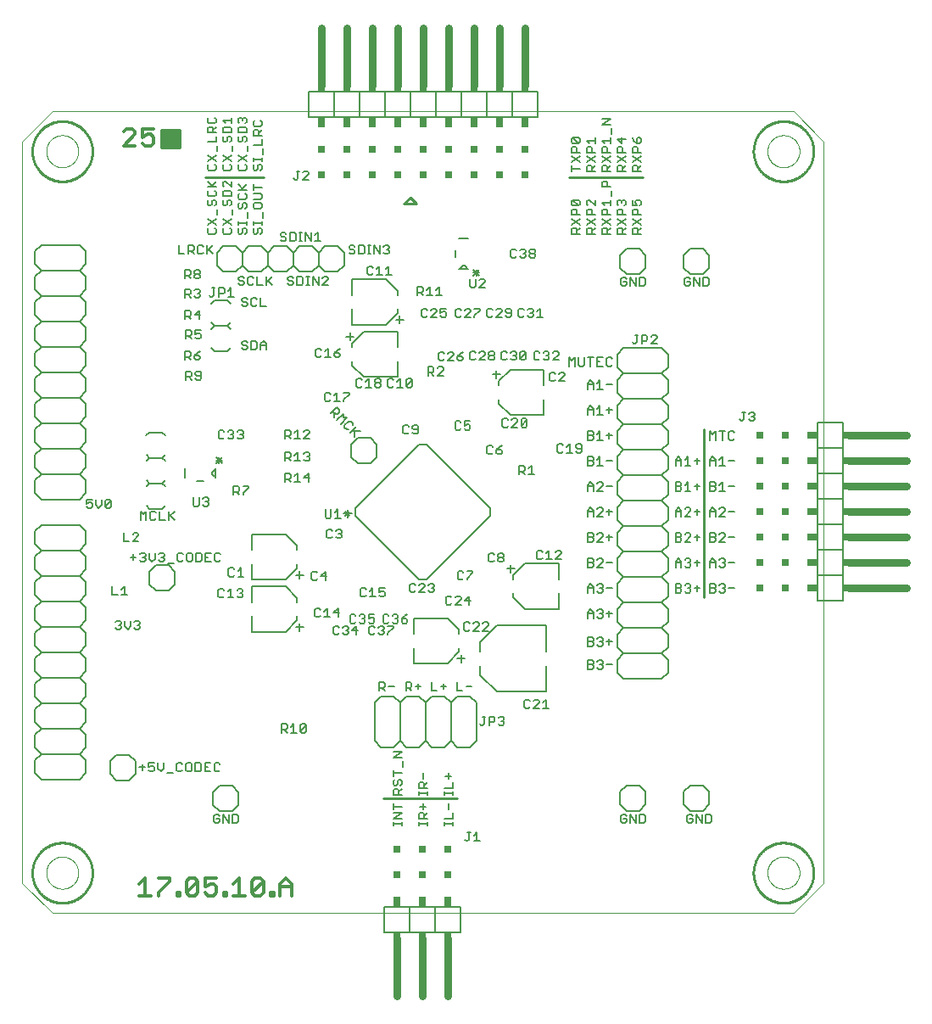
<source format=gto>
G75*
%MOIN*%
%OFA0B0*%
%FSLAX25Y25*%
%IPPOS*%
%LPD*%
%AMOC8*
5,1,8,0,0,1.08239X$1,22.5*
%
%ADD10C,0.00600*%
%ADD11C,0.01000*%
%ADD12C,0.01200*%
%ADD13C,0.01600*%
%ADD14C,0.00000*%
%ADD15C,0.03000*%
%ADD16R,0.03000X0.02000*%
%ADD17R,0.03000X0.04000*%
%ADD18R,0.03000X0.03000*%
%ADD19R,0.02000X0.03000*%
%ADD20R,0.04000X0.03000*%
D10*
X0019761Y0087561D02*
X0034761Y0087561D01*
X0037261Y0090061D01*
X0037261Y0095061D01*
X0034761Y0097561D01*
X0019761Y0097561D01*
X0017261Y0095061D01*
X0017261Y0090061D01*
X0019761Y0087561D01*
X0019761Y0097561D02*
X0017261Y0100061D01*
X0017261Y0105061D01*
X0019761Y0107561D01*
X0034761Y0107561D01*
X0037261Y0105061D01*
X0037261Y0100061D01*
X0034761Y0097561D01*
X0034761Y0107561D02*
X0037261Y0110061D01*
X0037261Y0115061D01*
X0034761Y0117561D01*
X0019761Y0117561D01*
X0017261Y0120061D01*
X0017261Y0125061D01*
X0019761Y0127561D01*
X0034761Y0127561D01*
X0037261Y0125061D01*
X0037261Y0120061D01*
X0034761Y0117561D01*
X0034761Y0127561D02*
X0037261Y0130061D01*
X0037261Y0135061D01*
X0034761Y0137561D01*
X0019761Y0137561D01*
X0017261Y0135061D01*
X0017261Y0130061D01*
X0019761Y0127561D01*
X0019761Y0137561D02*
X0017261Y0140061D01*
X0017261Y0145061D01*
X0019761Y0147561D01*
X0034761Y0147561D01*
X0037261Y0145061D01*
X0037261Y0140061D01*
X0034761Y0137561D01*
X0034761Y0147561D02*
X0037261Y0150061D01*
X0037261Y0155061D01*
X0034761Y0157561D01*
X0019761Y0157561D01*
X0017261Y0155061D01*
X0017261Y0150061D01*
X0019761Y0147561D01*
X0019761Y0157561D02*
X0017261Y0160061D01*
X0017261Y0165061D01*
X0019761Y0167561D01*
X0034761Y0167561D01*
X0037261Y0165061D01*
X0037261Y0160061D01*
X0034761Y0157561D01*
X0034761Y0167561D02*
X0037261Y0170061D01*
X0037261Y0175061D01*
X0034761Y0177561D01*
X0019761Y0177561D01*
X0017261Y0175061D01*
X0017261Y0170061D01*
X0019761Y0167561D01*
X0019761Y0177561D02*
X0017261Y0180061D01*
X0017261Y0185061D01*
X0019761Y0187561D01*
X0034761Y0187561D01*
X0037261Y0185061D01*
X0037261Y0180061D01*
X0034761Y0177561D01*
X0038081Y0194181D02*
X0037514Y0194749D01*
X0038081Y0194181D02*
X0039216Y0194181D01*
X0039783Y0194749D01*
X0039783Y0195883D01*
X0039216Y0196450D01*
X0038648Y0196450D01*
X0037514Y0195883D01*
X0037514Y0197584D01*
X0039783Y0197584D01*
X0041197Y0197584D02*
X0041197Y0195316D01*
X0042332Y0194181D01*
X0043466Y0195316D01*
X0043466Y0197584D01*
X0044880Y0197017D02*
X0044880Y0194749D01*
X0047149Y0197017D01*
X0047149Y0194749D01*
X0046582Y0194181D01*
X0045448Y0194181D01*
X0044880Y0194749D01*
X0044880Y0197017D02*
X0045448Y0197584D01*
X0046582Y0197584D01*
X0047149Y0197017D01*
X0037261Y0200061D02*
X0034761Y0197561D01*
X0019761Y0197561D01*
X0017261Y0200061D01*
X0017261Y0205061D01*
X0019761Y0207561D01*
X0034761Y0207561D01*
X0037261Y0205061D01*
X0037261Y0200061D01*
X0034761Y0207561D02*
X0037261Y0210061D01*
X0037261Y0215061D01*
X0034761Y0217561D01*
X0019761Y0217561D01*
X0017261Y0220061D01*
X0017261Y0225061D01*
X0019761Y0227561D01*
X0034761Y0227561D01*
X0037261Y0225061D01*
X0037261Y0220061D01*
X0034761Y0217561D01*
X0034761Y0227561D02*
X0037261Y0230061D01*
X0037261Y0235061D01*
X0034761Y0237561D01*
X0019761Y0237561D01*
X0017261Y0235061D01*
X0017261Y0230061D01*
X0019761Y0227561D01*
X0019761Y0237561D02*
X0017261Y0240061D01*
X0017261Y0245061D01*
X0019761Y0247561D01*
X0034761Y0247561D01*
X0037261Y0245061D01*
X0037261Y0240061D01*
X0034761Y0237561D01*
X0034761Y0247561D02*
X0037261Y0250061D01*
X0037261Y0255061D01*
X0034761Y0257561D01*
X0019761Y0257561D01*
X0017261Y0255061D01*
X0017261Y0250061D01*
X0019761Y0247561D01*
X0019761Y0257561D02*
X0017261Y0260061D01*
X0017261Y0265061D01*
X0019761Y0267561D01*
X0034761Y0267561D01*
X0037261Y0265061D01*
X0037261Y0260061D01*
X0034761Y0257561D01*
X0034761Y0267561D02*
X0037261Y0270061D01*
X0037261Y0275061D01*
X0034761Y0277561D01*
X0019761Y0277561D01*
X0017261Y0275061D01*
X0017261Y0270061D01*
X0019761Y0267561D01*
X0019761Y0277561D02*
X0017261Y0280061D01*
X0017261Y0285061D01*
X0019761Y0287561D01*
X0034761Y0287561D01*
X0037261Y0285061D01*
X0037261Y0280061D01*
X0034761Y0277561D01*
X0034761Y0287561D02*
X0037261Y0290061D01*
X0037261Y0295061D01*
X0034761Y0297561D01*
X0019761Y0297561D01*
X0017261Y0295061D01*
X0017261Y0290061D01*
X0019761Y0287561D01*
X0073800Y0294000D02*
X0076069Y0294000D01*
X0077483Y0294000D02*
X0077483Y0297403D01*
X0079185Y0297403D01*
X0079752Y0296836D01*
X0079752Y0295701D01*
X0079185Y0295134D01*
X0077483Y0295134D01*
X0078617Y0295134D02*
X0079752Y0294000D01*
X0081166Y0294567D02*
X0081733Y0294000D01*
X0082868Y0294000D01*
X0083435Y0294567D01*
X0084849Y0294000D02*
X0084849Y0297403D01*
X0083435Y0296836D02*
X0082868Y0297403D01*
X0081733Y0297403D01*
X0081166Y0296836D01*
X0081166Y0294567D01*
X0084849Y0295134D02*
X0087118Y0297403D01*
X0085417Y0295701D02*
X0087118Y0294000D01*
X0088800Y0294500D02*
X0091300Y0297000D01*
X0096300Y0297000D01*
X0098800Y0294500D01*
X0101300Y0297000D01*
X0106300Y0297000D01*
X0108800Y0294500D01*
X0111300Y0297000D01*
X0116300Y0297000D01*
X0118800Y0294500D01*
X0121300Y0297000D01*
X0126300Y0297000D01*
X0128800Y0294500D01*
X0131300Y0297000D01*
X0136300Y0297000D01*
X0138800Y0294500D01*
X0138800Y0289500D01*
X0136300Y0287000D01*
X0131300Y0287000D01*
X0128800Y0289500D01*
X0128800Y0294500D01*
X0128800Y0289500D01*
X0126300Y0287000D01*
X0121300Y0287000D01*
X0118800Y0289500D01*
X0118800Y0294500D01*
X0118800Y0289500D01*
X0116300Y0287000D01*
X0111300Y0287000D01*
X0108800Y0289500D01*
X0108800Y0294500D01*
X0108800Y0289500D01*
X0106300Y0287000D01*
X0101300Y0287000D01*
X0098800Y0289500D01*
X0098800Y0294500D01*
X0098800Y0289500D01*
X0096300Y0287000D01*
X0091300Y0287000D01*
X0088800Y0289500D01*
X0088800Y0294500D01*
X0087933Y0301900D02*
X0085664Y0301900D01*
X0085097Y0302467D01*
X0085097Y0303601D01*
X0085664Y0304169D01*
X0085097Y0305583D02*
X0088500Y0307852D01*
X0089067Y0309266D02*
X0089067Y0311535D01*
X0087933Y0312949D02*
X0088500Y0313517D01*
X0088500Y0314651D01*
X0087933Y0315218D01*
X0087366Y0315218D01*
X0086799Y0314651D01*
X0086799Y0313517D01*
X0086231Y0312949D01*
X0085664Y0312949D01*
X0085097Y0313517D01*
X0085097Y0314651D01*
X0085664Y0315218D01*
X0085664Y0316633D02*
X0087933Y0316633D01*
X0088500Y0317200D01*
X0088500Y0318334D01*
X0087933Y0318901D01*
X0088500Y0320316D02*
X0085097Y0320316D01*
X0085664Y0318901D02*
X0085097Y0318334D01*
X0085097Y0317200D01*
X0085664Y0316633D01*
X0087366Y0320316D02*
X0085097Y0322584D01*
X0086799Y0320883D02*
X0088500Y0322584D01*
X0091097Y0322017D02*
X0091097Y0320883D01*
X0091664Y0320316D01*
X0091664Y0318901D02*
X0091097Y0318334D01*
X0091097Y0316633D01*
X0094500Y0316633D01*
X0094500Y0318334D01*
X0093933Y0318901D01*
X0091664Y0318901D01*
X0091097Y0322017D02*
X0091664Y0322584D01*
X0092231Y0322584D01*
X0094500Y0320316D01*
X0094500Y0322584D01*
X0097097Y0321357D02*
X0099366Y0319088D01*
X0098799Y0319655D02*
X0100500Y0321357D01*
X0100500Y0319088D02*
X0097097Y0319088D01*
X0097664Y0317673D02*
X0097097Y0317106D01*
X0097097Y0315972D01*
X0097664Y0315405D01*
X0099933Y0315405D01*
X0100500Y0315972D01*
X0100500Y0317106D01*
X0099933Y0317673D01*
X0103097Y0317673D02*
X0105933Y0317673D01*
X0106500Y0317106D01*
X0106500Y0315972D01*
X0105933Y0315405D01*
X0103097Y0315405D01*
X0103664Y0313990D02*
X0103097Y0313423D01*
X0103097Y0312289D01*
X0103664Y0311722D01*
X0105933Y0311722D01*
X0106500Y0312289D01*
X0106500Y0313423D01*
X0105933Y0313990D01*
X0103664Y0313990D01*
X0100500Y0313423D02*
X0100500Y0312289D01*
X0099933Y0311722D01*
X0098799Y0312289D02*
X0098231Y0311722D01*
X0097664Y0311722D01*
X0097097Y0312289D01*
X0097097Y0313423D01*
X0097664Y0313990D01*
X0098799Y0313423D02*
X0099366Y0313990D01*
X0099933Y0313990D01*
X0100500Y0313423D01*
X0098799Y0313423D02*
X0098799Y0312289D01*
X0101067Y0310307D02*
X0101067Y0308039D01*
X0100500Y0306717D02*
X0100500Y0305583D01*
X0100500Y0306150D02*
X0097097Y0306150D01*
X0097097Y0305583D02*
X0097097Y0306717D01*
X0097664Y0304169D02*
X0097097Y0303601D01*
X0097097Y0302467D01*
X0097664Y0301900D01*
X0098231Y0301900D01*
X0098799Y0302467D01*
X0098799Y0303601D01*
X0099366Y0304169D01*
X0099933Y0304169D01*
X0100500Y0303601D01*
X0100500Y0302467D01*
X0099933Y0301900D01*
X0103097Y0302467D02*
X0103664Y0301900D01*
X0104231Y0301900D01*
X0104799Y0302467D01*
X0104799Y0303601D01*
X0105366Y0304169D01*
X0105933Y0304169D01*
X0106500Y0303601D01*
X0106500Y0302467D01*
X0105933Y0301900D01*
X0103097Y0302467D02*
X0103097Y0303601D01*
X0103664Y0304169D01*
X0103097Y0305583D02*
X0103097Y0306717D01*
X0103097Y0306150D02*
X0106500Y0306150D01*
X0106500Y0305583D02*
X0106500Y0306717D01*
X0107067Y0308039D02*
X0107067Y0310307D01*
X0103097Y0319088D02*
X0103097Y0321357D01*
X0103097Y0320222D02*
X0106500Y0320222D01*
X0105933Y0326900D02*
X0106500Y0327467D01*
X0106500Y0328601D01*
X0105933Y0329169D01*
X0105366Y0329169D01*
X0104799Y0328601D01*
X0104799Y0327467D01*
X0104231Y0326900D01*
X0103664Y0326900D01*
X0103097Y0327467D01*
X0103097Y0328601D01*
X0103664Y0329169D01*
X0103097Y0330583D02*
X0103097Y0331717D01*
X0103097Y0331150D02*
X0106500Y0331150D01*
X0106500Y0330583D02*
X0106500Y0331717D01*
X0107067Y0333039D02*
X0107067Y0335307D01*
X0106500Y0336722D02*
X0106500Y0338990D01*
X0106500Y0340405D02*
X0103097Y0340405D01*
X0103097Y0342106D01*
X0103664Y0342673D01*
X0104799Y0342673D01*
X0105366Y0342106D01*
X0105366Y0340405D01*
X0105366Y0341539D02*
X0106500Y0342673D01*
X0105933Y0344088D02*
X0103664Y0344088D01*
X0103097Y0344655D01*
X0103097Y0345789D01*
X0103664Y0346357D01*
X0105933Y0346357D02*
X0106500Y0345789D01*
X0106500Y0344655D01*
X0105933Y0344088D01*
X0100500Y0343334D02*
X0100500Y0341633D01*
X0097097Y0341633D01*
X0097097Y0343334D01*
X0097664Y0343901D01*
X0099933Y0343901D01*
X0100500Y0343334D01*
X0099933Y0345316D02*
X0100500Y0345883D01*
X0100500Y0347017D01*
X0099933Y0347584D01*
X0099366Y0347584D01*
X0098799Y0347017D01*
X0098799Y0346450D01*
X0098799Y0347017D02*
X0098231Y0347584D01*
X0097664Y0347584D01*
X0097097Y0347017D01*
X0097097Y0345883D01*
X0097664Y0345316D01*
X0094500Y0345316D02*
X0094500Y0347584D01*
X0094500Y0346450D02*
X0091097Y0346450D01*
X0092231Y0345316D01*
X0091664Y0343901D02*
X0091097Y0343334D01*
X0091097Y0341633D01*
X0094500Y0341633D01*
X0094500Y0343334D01*
X0093933Y0343901D01*
X0091664Y0343901D01*
X0088500Y0343901D02*
X0087366Y0342767D01*
X0087366Y0343334D02*
X0087366Y0341633D01*
X0088500Y0341633D02*
X0085097Y0341633D01*
X0085097Y0343334D01*
X0085664Y0343901D01*
X0086799Y0343901D01*
X0087366Y0343334D01*
X0087933Y0345316D02*
X0088500Y0345883D01*
X0088500Y0347017D01*
X0087933Y0347584D01*
X0087933Y0345316D02*
X0085664Y0345316D01*
X0085097Y0345883D01*
X0085097Y0347017D01*
X0085664Y0347584D01*
X0088500Y0340218D02*
X0088500Y0337949D01*
X0085097Y0337949D01*
X0089067Y0336535D02*
X0089067Y0334266D01*
X0088500Y0332852D02*
X0085097Y0330583D01*
X0085664Y0329169D02*
X0085097Y0328601D01*
X0085097Y0327467D01*
X0085664Y0326900D01*
X0087933Y0326900D01*
X0088500Y0327467D01*
X0088500Y0328601D01*
X0087933Y0329169D01*
X0088500Y0330583D02*
X0085097Y0332852D01*
X0091097Y0332852D02*
X0094500Y0330583D01*
X0093933Y0329169D02*
X0094500Y0328601D01*
X0094500Y0327467D01*
X0093933Y0326900D01*
X0091664Y0326900D01*
X0091097Y0327467D01*
X0091097Y0328601D01*
X0091664Y0329169D01*
X0091097Y0330583D02*
X0094500Y0332852D01*
X0095067Y0334266D02*
X0095067Y0336535D01*
X0093933Y0337949D02*
X0094500Y0338517D01*
X0094500Y0339651D01*
X0093933Y0340218D01*
X0093366Y0340218D01*
X0092799Y0339651D01*
X0092799Y0338517D01*
X0092231Y0337949D01*
X0091664Y0337949D01*
X0091097Y0338517D01*
X0091097Y0339651D01*
X0091664Y0340218D01*
X0097097Y0339651D02*
X0097097Y0338517D01*
X0097664Y0337949D01*
X0098231Y0337949D01*
X0098799Y0338517D01*
X0098799Y0339651D01*
X0099366Y0340218D01*
X0099933Y0340218D01*
X0100500Y0339651D01*
X0100500Y0338517D01*
X0099933Y0337949D01*
X0101067Y0336535D02*
X0101067Y0334266D01*
X0100500Y0332852D02*
X0097097Y0330583D01*
X0097664Y0329169D02*
X0097097Y0328601D01*
X0097097Y0327467D01*
X0097664Y0326900D01*
X0099933Y0326900D01*
X0100500Y0327467D01*
X0100500Y0328601D01*
X0099933Y0329169D01*
X0100500Y0330583D02*
X0097097Y0332852D01*
X0097097Y0339651D02*
X0097664Y0340218D01*
X0103097Y0336722D02*
X0106500Y0336722D01*
X0118961Y0323747D02*
X0119528Y0323180D01*
X0120095Y0323180D01*
X0120662Y0323747D01*
X0120662Y0326583D01*
X0120095Y0326583D02*
X0121229Y0326583D01*
X0122644Y0326016D02*
X0123211Y0326583D01*
X0124345Y0326583D01*
X0124912Y0326016D01*
X0124912Y0325449D01*
X0122644Y0323180D01*
X0124912Y0323180D01*
X0125890Y0302403D02*
X0125890Y0299000D01*
X0123622Y0302403D01*
X0123622Y0299000D01*
X0122301Y0299000D02*
X0121166Y0299000D01*
X0121733Y0299000D02*
X0121733Y0302403D01*
X0121166Y0302403D02*
X0122301Y0302403D01*
X0119752Y0301836D02*
X0119185Y0302403D01*
X0117483Y0302403D01*
X0117483Y0299000D01*
X0119185Y0299000D01*
X0119752Y0299567D01*
X0119752Y0301836D01*
X0116069Y0301836D02*
X0115501Y0302403D01*
X0114367Y0302403D01*
X0113800Y0301836D01*
X0113800Y0301269D01*
X0114367Y0300701D01*
X0115501Y0300701D01*
X0116069Y0300134D01*
X0116069Y0299567D01*
X0115501Y0299000D01*
X0114367Y0299000D01*
X0113800Y0299567D01*
X0110618Y0285103D02*
X0108349Y0282834D01*
X0108917Y0283401D02*
X0110618Y0281700D01*
X0108349Y0281700D02*
X0108349Y0285103D01*
X0104666Y0285103D02*
X0104666Y0281700D01*
X0106935Y0281700D01*
X0103252Y0282267D02*
X0102685Y0281700D01*
X0101550Y0281700D01*
X0100983Y0282267D01*
X0100983Y0284536D01*
X0101550Y0285103D01*
X0102685Y0285103D01*
X0103252Y0284536D01*
X0099569Y0284536D02*
X0099001Y0285103D01*
X0097867Y0285103D01*
X0097300Y0284536D01*
X0097300Y0283969D01*
X0097867Y0283401D01*
X0099001Y0283401D01*
X0099569Y0282834D01*
X0099569Y0282267D01*
X0099001Y0281700D01*
X0097867Y0281700D01*
X0097300Y0282267D01*
X0094301Y0280603D02*
X0093166Y0279469D01*
X0091752Y0280036D02*
X0091752Y0278901D01*
X0091185Y0278334D01*
X0089483Y0278334D01*
X0089483Y0277200D02*
X0089483Y0280603D01*
X0091185Y0280603D01*
X0091752Y0280036D01*
X0094301Y0280603D02*
X0094301Y0277200D01*
X0095435Y0277200D02*
X0093166Y0277200D01*
X0092900Y0275800D02*
X0094100Y0274500D01*
X0092900Y0275800D02*
X0087900Y0275800D01*
X0086500Y0274500D01*
X0086367Y0277200D02*
X0086934Y0277200D01*
X0087501Y0277767D01*
X0087501Y0280603D01*
X0086934Y0280603D02*
X0088069Y0280603D01*
X0085800Y0277767D02*
X0086367Y0277200D01*
X0082252Y0277367D02*
X0081685Y0276800D01*
X0080550Y0276800D01*
X0079983Y0277367D01*
X0078569Y0276800D02*
X0077434Y0277934D01*
X0078001Y0277934D02*
X0076300Y0277934D01*
X0076300Y0276800D02*
X0076300Y0280203D01*
X0078001Y0280203D01*
X0078569Y0279636D01*
X0078569Y0278501D01*
X0078001Y0277934D01*
X0079983Y0279636D02*
X0080550Y0280203D01*
X0081685Y0280203D01*
X0082252Y0279636D01*
X0082252Y0279069D01*
X0081685Y0278501D01*
X0082252Y0277934D01*
X0082252Y0277367D01*
X0081685Y0278501D02*
X0081117Y0278501D01*
X0080550Y0284300D02*
X0079983Y0284867D01*
X0079983Y0285434D01*
X0080550Y0286001D01*
X0081685Y0286001D01*
X0082252Y0285434D01*
X0082252Y0284867D01*
X0081685Y0284300D01*
X0080550Y0284300D01*
X0080550Y0286001D02*
X0079983Y0286569D01*
X0079983Y0287136D01*
X0080550Y0287703D01*
X0081685Y0287703D01*
X0082252Y0287136D01*
X0082252Y0286569D01*
X0081685Y0286001D01*
X0078569Y0286001D02*
X0078001Y0285434D01*
X0076300Y0285434D01*
X0076300Y0284300D02*
X0076300Y0287703D01*
X0078001Y0287703D01*
X0078569Y0287136D01*
X0078569Y0286001D01*
X0077434Y0285434D02*
X0078569Y0284300D01*
X0073800Y0294000D02*
X0073800Y0297403D01*
X0085097Y0307852D02*
X0088500Y0305583D01*
X0087933Y0304169D02*
X0088500Y0303601D01*
X0088500Y0302467D01*
X0087933Y0301900D01*
X0091097Y0302467D02*
X0091664Y0301900D01*
X0093933Y0301900D01*
X0094500Y0302467D01*
X0094500Y0303601D01*
X0093933Y0304169D01*
X0094500Y0305583D02*
X0091097Y0307852D01*
X0091097Y0305583D02*
X0094500Y0307852D01*
X0095067Y0309266D02*
X0095067Y0311535D01*
X0093933Y0312949D02*
X0094500Y0313517D01*
X0094500Y0314651D01*
X0093933Y0315218D01*
X0093366Y0315218D01*
X0092799Y0314651D01*
X0092799Y0313517D01*
X0092231Y0312949D01*
X0091664Y0312949D01*
X0091097Y0313517D01*
X0091097Y0314651D01*
X0091664Y0315218D01*
X0091664Y0304169D02*
X0091097Y0303601D01*
X0091097Y0302467D01*
X0099167Y0276803D02*
X0098600Y0276236D01*
X0098600Y0275669D01*
X0099167Y0275101D01*
X0100301Y0275101D01*
X0100869Y0274534D01*
X0100869Y0273967D01*
X0100301Y0273400D01*
X0099167Y0273400D01*
X0098600Y0273967D01*
X0099167Y0276803D02*
X0100301Y0276803D01*
X0100869Y0276236D01*
X0102283Y0276236D02*
X0102283Y0273967D01*
X0102850Y0273400D01*
X0103985Y0273400D01*
X0104552Y0273967D01*
X0105966Y0273400D02*
X0108235Y0273400D01*
X0105966Y0273400D02*
X0105966Y0276803D01*
X0104552Y0276236D02*
X0103985Y0276803D01*
X0102850Y0276803D01*
X0102283Y0276236D01*
X0094200Y0267100D02*
X0092900Y0265800D01*
X0094200Y0264500D01*
X0092900Y0265800D02*
X0087900Y0265800D01*
X0086600Y0264500D01*
X0087900Y0265800D02*
X0086600Y0267100D01*
X0081785Y0268400D02*
X0081785Y0271803D01*
X0080083Y0270101D01*
X0082352Y0270101D01*
X0078669Y0270101D02*
X0078101Y0269534D01*
X0076400Y0269534D01*
X0076400Y0268400D02*
X0076400Y0271803D01*
X0078101Y0271803D01*
X0078669Y0271236D01*
X0078669Y0270101D01*
X0077534Y0269534D02*
X0078669Y0268400D01*
X0078201Y0264003D02*
X0078769Y0263436D01*
X0078769Y0262301D01*
X0078201Y0261734D01*
X0076500Y0261734D01*
X0076500Y0260600D02*
X0076500Y0264003D01*
X0078201Y0264003D01*
X0080183Y0264003D02*
X0080183Y0262301D01*
X0081317Y0262869D01*
X0081885Y0262869D01*
X0082452Y0262301D01*
X0082452Y0261167D01*
X0081885Y0260600D01*
X0080750Y0260600D01*
X0080183Y0261167D01*
X0078769Y0260600D02*
X0077634Y0261734D01*
X0080183Y0264003D02*
X0082452Y0264003D01*
X0086600Y0257100D02*
X0087900Y0255800D01*
X0092900Y0255800D01*
X0094200Y0257100D01*
X0098600Y0256967D02*
X0099167Y0256400D01*
X0100301Y0256400D01*
X0100869Y0256967D01*
X0100869Y0257534D01*
X0100301Y0258101D01*
X0099167Y0258101D01*
X0098600Y0258669D01*
X0098600Y0259236D01*
X0099167Y0259803D01*
X0100301Y0259803D01*
X0100869Y0259236D01*
X0102283Y0259803D02*
X0102283Y0256400D01*
X0103985Y0256400D01*
X0104552Y0256967D01*
X0104552Y0259236D01*
X0103985Y0259803D01*
X0102283Y0259803D01*
X0105966Y0258669D02*
X0105966Y0256400D01*
X0105966Y0258101D02*
X0108235Y0258101D01*
X0108235Y0258669D02*
X0108235Y0256400D01*
X0108235Y0258669D02*
X0107101Y0259803D01*
X0105966Y0258669D01*
X0127600Y0256236D02*
X0127600Y0253967D01*
X0128167Y0253400D01*
X0129301Y0253400D01*
X0129869Y0253967D01*
X0131283Y0253400D02*
X0133552Y0253400D01*
X0132417Y0253400D02*
X0132417Y0256803D01*
X0131283Y0255669D01*
X0129869Y0256236D02*
X0129301Y0256803D01*
X0128167Y0256803D01*
X0127600Y0256236D01*
X0134966Y0255101D02*
X0134966Y0253967D01*
X0135533Y0253400D01*
X0136668Y0253400D01*
X0137235Y0253967D01*
X0137235Y0254534D01*
X0136668Y0255101D01*
X0134966Y0255101D01*
X0136101Y0256236D01*
X0137235Y0256803D01*
X0141100Y0260000D02*
X0141100Y0263000D01*
X0142600Y0261500D02*
X0139600Y0261500D01*
X0142000Y0258909D02*
X0142000Y0257300D01*
X0142000Y0258900D02*
X0146500Y0263400D01*
X0146569Y0263400D02*
X0159800Y0263400D01*
X0159800Y0257300D01*
X0159800Y0251700D02*
X0159800Y0245600D01*
X0146491Y0245600D01*
X0146500Y0245600D02*
X0142000Y0250100D01*
X0142000Y0251700D01*
X0144218Y0244962D02*
X0143650Y0244395D01*
X0143650Y0242126D01*
X0144218Y0241559D01*
X0145352Y0241559D01*
X0145919Y0242126D01*
X0147334Y0241559D02*
X0149602Y0241559D01*
X0148468Y0241559D02*
X0148468Y0244962D01*
X0147334Y0243828D01*
X0145919Y0244395D02*
X0145352Y0244962D01*
X0144218Y0244962D01*
X0140785Y0239462D02*
X0140785Y0238895D01*
X0138517Y0236626D01*
X0138517Y0236059D01*
X0137102Y0236059D02*
X0134834Y0236059D01*
X0135968Y0236059D02*
X0135968Y0239462D01*
X0134834Y0238328D01*
X0133419Y0238895D02*
X0132852Y0239462D01*
X0131718Y0239462D01*
X0131150Y0238895D01*
X0131150Y0236626D01*
X0131718Y0236059D01*
X0132852Y0236059D01*
X0133419Y0236626D01*
X0135855Y0233842D02*
X0133449Y0231436D01*
X0134251Y0232238D02*
X0135454Y0231034D01*
X0136256Y0231034D01*
X0137058Y0231837D01*
X0137058Y0232639D01*
X0135855Y0233842D01*
X0135053Y0231436D02*
X0135053Y0229831D01*
X0136053Y0228831D02*
X0138460Y0231237D01*
X0138460Y0229633D01*
X0140064Y0229633D01*
X0137658Y0227227D01*
X0139059Y0226628D02*
X0140663Y0228232D01*
X0141465Y0228232D01*
X0142267Y0227430D01*
X0142267Y0226628D01*
X0143668Y0226029D02*
X0141262Y0223622D01*
X0142064Y0224424D02*
X0145272Y0224424D01*
X0142866Y0224424D02*
X0142866Y0222018D01*
X0144200Y0221700D02*
X0141700Y0219200D01*
X0141700Y0214200D01*
X0144200Y0211700D01*
X0149200Y0211700D01*
X0151700Y0214200D01*
X0151700Y0219200D01*
X0149200Y0221700D01*
X0144200Y0221700D01*
X0140663Y0225024D02*
X0139861Y0225024D01*
X0139059Y0225826D01*
X0139059Y0226628D01*
X0138517Y0239462D02*
X0140785Y0239462D01*
X0151017Y0242126D02*
X0151017Y0242693D01*
X0151584Y0243261D01*
X0152718Y0243261D01*
X0153285Y0242693D01*
X0153285Y0242126D01*
X0152718Y0241559D01*
X0151584Y0241559D01*
X0151017Y0242126D01*
X0151584Y0243261D02*
X0151017Y0243828D01*
X0151017Y0244395D01*
X0151584Y0244962D01*
X0152718Y0244962D01*
X0153285Y0244395D01*
X0153285Y0243828D01*
X0152718Y0243261D01*
X0155950Y0244395D02*
X0155950Y0242126D01*
X0156518Y0241559D01*
X0157652Y0241559D01*
X0158219Y0242126D01*
X0159634Y0241559D02*
X0161902Y0241559D01*
X0160768Y0241559D02*
X0160768Y0244962D01*
X0159634Y0243828D01*
X0158219Y0244395D02*
X0157652Y0244962D01*
X0156518Y0244962D01*
X0155950Y0244395D01*
X0163317Y0244395D02*
X0163317Y0242126D01*
X0165585Y0244395D01*
X0165585Y0242126D01*
X0165018Y0241559D01*
X0163884Y0241559D01*
X0163317Y0242126D01*
X0163317Y0244395D02*
X0163884Y0244962D01*
X0165018Y0244962D01*
X0165585Y0244395D01*
X0171800Y0246200D02*
X0171800Y0249603D01*
X0173501Y0249603D01*
X0174069Y0249036D01*
X0174069Y0247901D01*
X0173501Y0247334D01*
X0171800Y0247334D01*
X0172934Y0247334D02*
X0174069Y0246200D01*
X0175483Y0246200D02*
X0177752Y0248469D01*
X0177752Y0249036D01*
X0177185Y0249603D01*
X0176050Y0249603D01*
X0175483Y0249036D01*
X0175483Y0246200D02*
X0177752Y0246200D01*
X0177652Y0252059D02*
X0176518Y0252059D01*
X0175950Y0252626D01*
X0175950Y0254895D01*
X0176518Y0255462D01*
X0177652Y0255462D01*
X0178219Y0254895D01*
X0179634Y0254895D02*
X0180201Y0255462D01*
X0181335Y0255462D01*
X0181902Y0254895D01*
X0181902Y0254328D01*
X0179634Y0252059D01*
X0181902Y0252059D01*
X0183317Y0252626D02*
X0183884Y0252059D01*
X0185018Y0252059D01*
X0185585Y0252626D01*
X0185585Y0253193D01*
X0185018Y0253761D01*
X0183317Y0253761D01*
X0183317Y0252626D01*
X0183317Y0253761D02*
X0184451Y0254895D01*
X0185585Y0255462D01*
X0188350Y0255095D02*
X0188350Y0252826D01*
X0188918Y0252259D01*
X0190052Y0252259D01*
X0190619Y0252826D01*
X0192034Y0252259D02*
X0194302Y0254528D01*
X0194302Y0255095D01*
X0193735Y0255662D01*
X0192601Y0255662D01*
X0192034Y0255095D01*
X0190619Y0255095D02*
X0190052Y0255662D01*
X0188918Y0255662D01*
X0188350Y0255095D01*
X0192034Y0252259D02*
X0194302Y0252259D01*
X0195717Y0252826D02*
X0195717Y0253393D01*
X0196284Y0253961D01*
X0197418Y0253961D01*
X0197985Y0253393D01*
X0197985Y0252826D01*
X0197418Y0252259D01*
X0196284Y0252259D01*
X0195717Y0252826D01*
X0196284Y0253961D02*
X0195717Y0254528D01*
X0195717Y0255095D01*
X0196284Y0255662D01*
X0197418Y0255662D01*
X0197985Y0255095D01*
X0197985Y0254528D01*
X0197418Y0253961D01*
X0200550Y0255095D02*
X0200550Y0252826D01*
X0201118Y0252259D01*
X0202252Y0252259D01*
X0202819Y0252826D01*
X0204234Y0252826D02*
X0204801Y0252259D01*
X0205935Y0252259D01*
X0206502Y0252826D01*
X0206502Y0253393D01*
X0205935Y0253961D01*
X0205368Y0253961D01*
X0205935Y0253961D02*
X0206502Y0254528D01*
X0206502Y0255095D01*
X0205935Y0255662D01*
X0204801Y0255662D01*
X0204234Y0255095D01*
X0202819Y0255095D02*
X0202252Y0255662D01*
X0201118Y0255662D01*
X0200550Y0255095D01*
X0198700Y0248100D02*
X0198700Y0245100D01*
X0199600Y0244009D02*
X0199600Y0242400D01*
X0199600Y0244000D02*
X0204100Y0248500D01*
X0204169Y0248500D02*
X0217400Y0248500D01*
X0217400Y0242400D01*
X0219600Y0244567D02*
X0220167Y0244000D01*
X0221301Y0244000D01*
X0221869Y0244567D01*
X0223283Y0244000D02*
X0225552Y0246269D01*
X0225552Y0246836D01*
X0224985Y0247403D01*
X0223850Y0247403D01*
X0223283Y0246836D01*
X0221869Y0246836D02*
X0221301Y0247403D01*
X0220167Y0247403D01*
X0219600Y0246836D01*
X0219600Y0244567D01*
X0223283Y0244000D02*
X0225552Y0244000D01*
X0227184Y0249900D02*
X0227184Y0253303D01*
X0228319Y0252169D01*
X0229453Y0253303D01*
X0229453Y0249900D01*
X0230867Y0250467D02*
X0231435Y0249900D01*
X0232569Y0249900D01*
X0233136Y0250467D01*
X0233136Y0253303D01*
X0234551Y0253303D02*
X0236819Y0253303D01*
X0235685Y0253303D02*
X0235685Y0249900D01*
X0238234Y0249900D02*
X0240502Y0249900D01*
X0241917Y0250467D02*
X0242484Y0249900D01*
X0243618Y0249900D01*
X0244185Y0250467D01*
X0246220Y0249480D02*
X0248720Y0246980D01*
X0263720Y0246980D01*
X0266220Y0244480D01*
X0266220Y0239480D01*
X0263720Y0236980D01*
X0248720Y0236980D01*
X0246220Y0234480D01*
X0246220Y0229480D01*
X0248720Y0226980D01*
X0263720Y0226980D01*
X0266220Y0224480D01*
X0266220Y0219480D01*
X0263720Y0216980D01*
X0248720Y0216980D01*
X0246220Y0214480D01*
X0246220Y0209480D01*
X0248720Y0206980D01*
X0263720Y0206980D01*
X0266220Y0204480D01*
X0266220Y0199480D01*
X0263720Y0196980D01*
X0248720Y0196980D01*
X0246220Y0194480D01*
X0246220Y0189480D01*
X0248720Y0186980D01*
X0263720Y0186980D01*
X0266220Y0184480D01*
X0266220Y0179480D01*
X0263720Y0176980D01*
X0248720Y0176980D01*
X0246220Y0179480D01*
X0246220Y0184480D01*
X0248720Y0186980D01*
X0244185Y0182601D02*
X0241917Y0182601D01*
X0240502Y0183169D02*
X0240502Y0183736D01*
X0239935Y0184303D01*
X0238801Y0184303D01*
X0238234Y0183736D01*
X0236819Y0183736D02*
X0236819Y0183169D01*
X0236252Y0182601D01*
X0234551Y0182601D01*
X0234551Y0180900D02*
X0234551Y0184303D01*
X0236252Y0184303D01*
X0236819Y0183736D01*
X0236252Y0182601D02*
X0236819Y0182034D01*
X0236819Y0181467D01*
X0236252Y0180900D01*
X0234551Y0180900D01*
X0238234Y0180900D02*
X0240502Y0183169D01*
X0240502Y0180900D02*
X0238234Y0180900D01*
X0238801Y0174303D02*
X0238234Y0173736D01*
X0238801Y0174303D02*
X0239935Y0174303D01*
X0240502Y0173736D01*
X0240502Y0173169D01*
X0238234Y0170900D01*
X0240502Y0170900D01*
X0241917Y0172601D02*
X0244185Y0172601D01*
X0246220Y0174480D02*
X0246220Y0169480D01*
X0248720Y0166980D01*
X0263720Y0166980D01*
X0266220Y0164480D01*
X0266220Y0159480D01*
X0263720Y0156980D01*
X0248720Y0156980D01*
X0246220Y0159480D01*
X0246220Y0164480D01*
X0248720Y0166980D01*
X0244185Y0162601D02*
X0241917Y0162601D01*
X0240502Y0162034D02*
X0240502Y0161467D01*
X0239935Y0160900D01*
X0238801Y0160900D01*
X0238234Y0161467D01*
X0236819Y0160900D02*
X0236819Y0163169D01*
X0235685Y0164303D01*
X0234551Y0163169D01*
X0234551Y0160900D01*
X0234551Y0162601D02*
X0236819Y0162601D01*
X0238234Y0163736D02*
X0238801Y0164303D01*
X0239935Y0164303D01*
X0240502Y0163736D01*
X0240502Y0163169D01*
X0239935Y0162601D01*
X0240502Y0162034D01*
X0239935Y0162601D02*
X0239368Y0162601D01*
X0238801Y0154303D02*
X0239935Y0154303D01*
X0240502Y0153736D01*
X0240502Y0153169D01*
X0239935Y0152601D01*
X0240502Y0152034D01*
X0240502Y0151467D01*
X0239935Y0150900D01*
X0238801Y0150900D01*
X0238234Y0151467D01*
X0236819Y0150900D02*
X0236819Y0153169D01*
X0235685Y0154303D01*
X0234551Y0153169D01*
X0234551Y0150900D01*
X0234551Y0152601D02*
X0236819Y0152601D01*
X0238234Y0153736D02*
X0238801Y0154303D01*
X0239368Y0152601D02*
X0239935Y0152601D01*
X0241917Y0152601D02*
X0244185Y0152601D01*
X0243051Y0151467D02*
X0243051Y0153736D01*
X0246220Y0154480D02*
X0246220Y0149480D01*
X0248720Y0146980D01*
X0263720Y0146980D01*
X0266220Y0144480D01*
X0266220Y0139480D01*
X0263720Y0136980D01*
X0266220Y0134480D01*
X0266220Y0129480D01*
X0263720Y0126980D01*
X0248720Y0126980D01*
X0246220Y0129480D01*
X0246220Y0134480D01*
X0248720Y0136980D01*
X0263720Y0136980D01*
X0263720Y0146980D02*
X0266220Y0149480D01*
X0266220Y0154480D01*
X0263720Y0156980D01*
X0269100Y0160900D02*
X0269100Y0164303D01*
X0270801Y0164303D01*
X0271369Y0163736D01*
X0271369Y0163169D01*
X0270801Y0162601D01*
X0269100Y0162601D01*
X0269100Y0160900D02*
X0270801Y0160900D01*
X0271369Y0161467D01*
X0271369Y0162034D01*
X0270801Y0162601D01*
X0272783Y0161467D02*
X0273350Y0160900D01*
X0274485Y0160900D01*
X0275052Y0161467D01*
X0275052Y0162034D01*
X0274485Y0162601D01*
X0273917Y0162601D01*
X0274485Y0162601D02*
X0275052Y0163169D01*
X0275052Y0163736D01*
X0274485Y0164303D01*
X0273350Y0164303D01*
X0272783Y0163736D01*
X0276466Y0162601D02*
X0278735Y0162601D01*
X0277601Y0161467D02*
X0277601Y0163736D01*
X0282600Y0164303D02*
X0282600Y0160900D01*
X0284301Y0160900D01*
X0284869Y0161467D01*
X0284869Y0162034D01*
X0284301Y0162601D01*
X0282600Y0162601D01*
X0284301Y0162601D02*
X0284869Y0163169D01*
X0284869Y0163736D01*
X0284301Y0164303D01*
X0282600Y0164303D01*
X0286283Y0163736D02*
X0286850Y0164303D01*
X0287985Y0164303D01*
X0288552Y0163736D01*
X0288552Y0163169D01*
X0287985Y0162601D01*
X0288552Y0162034D01*
X0288552Y0161467D01*
X0287985Y0160900D01*
X0286850Y0160900D01*
X0286283Y0161467D01*
X0287417Y0162601D02*
X0287985Y0162601D01*
X0289966Y0162601D02*
X0292235Y0162601D01*
X0287985Y0170900D02*
X0286850Y0170900D01*
X0286283Y0171467D01*
X0284869Y0170900D02*
X0284869Y0173169D01*
X0283734Y0174303D01*
X0282600Y0173169D01*
X0282600Y0170900D01*
X0282600Y0172601D02*
X0284869Y0172601D01*
X0286283Y0173736D02*
X0286850Y0174303D01*
X0287985Y0174303D01*
X0288552Y0173736D01*
X0288552Y0173169D01*
X0287985Y0172601D01*
X0288552Y0172034D01*
X0288552Y0171467D01*
X0287985Y0170900D01*
X0287985Y0172601D02*
X0287417Y0172601D01*
X0289966Y0172601D02*
X0292235Y0172601D01*
X0288552Y0180900D02*
X0286283Y0180900D01*
X0288552Y0183169D01*
X0288552Y0183736D01*
X0287985Y0184303D01*
X0286850Y0184303D01*
X0286283Y0183736D01*
X0284869Y0183736D02*
X0284869Y0183169D01*
X0284301Y0182601D01*
X0282600Y0182601D01*
X0282600Y0180900D02*
X0282600Y0184303D01*
X0284301Y0184303D01*
X0284869Y0183736D01*
X0284301Y0182601D02*
X0284869Y0182034D01*
X0284869Y0181467D01*
X0284301Y0180900D01*
X0282600Y0180900D01*
X0278735Y0182601D02*
X0276466Y0182601D01*
X0275052Y0183169D02*
X0272783Y0180900D01*
X0275052Y0180900D01*
X0275052Y0183169D02*
X0275052Y0183736D01*
X0274485Y0184303D01*
X0273350Y0184303D01*
X0272783Y0183736D01*
X0271369Y0183736D02*
X0271369Y0183169D01*
X0270801Y0182601D01*
X0269100Y0182601D01*
X0269100Y0180900D02*
X0269100Y0184303D01*
X0270801Y0184303D01*
X0271369Y0183736D01*
X0270801Y0182601D02*
X0271369Y0182034D01*
X0271369Y0181467D01*
X0270801Y0180900D01*
X0269100Y0180900D01*
X0263720Y0176980D02*
X0266220Y0174480D01*
X0266220Y0169480D01*
X0263720Y0166980D01*
X0269100Y0170900D02*
X0269100Y0173169D01*
X0270234Y0174303D01*
X0271369Y0173169D01*
X0271369Y0170900D01*
X0272783Y0171467D02*
X0273350Y0170900D01*
X0274485Y0170900D01*
X0275052Y0171467D01*
X0275052Y0172034D01*
X0274485Y0172601D01*
X0273917Y0172601D01*
X0274485Y0172601D02*
X0275052Y0173169D01*
X0275052Y0173736D01*
X0274485Y0174303D01*
X0273350Y0174303D01*
X0272783Y0173736D01*
X0271369Y0172601D02*
X0269100Y0172601D01*
X0276466Y0172601D02*
X0278735Y0172601D01*
X0277601Y0171467D02*
X0277601Y0173736D01*
X0277601Y0181467D02*
X0277601Y0183736D01*
X0275052Y0190900D02*
X0272783Y0190900D01*
X0275052Y0193169D01*
X0275052Y0193736D01*
X0274485Y0194303D01*
X0273350Y0194303D01*
X0272783Y0193736D01*
X0271369Y0193169D02*
X0271369Y0190900D01*
X0271369Y0192601D02*
X0269100Y0192601D01*
X0269100Y0193169D02*
X0270234Y0194303D01*
X0271369Y0193169D01*
X0269100Y0193169D02*
X0269100Y0190900D01*
X0266220Y0189480D02*
X0266220Y0194480D01*
X0263720Y0196980D01*
X0269100Y0200900D02*
X0269100Y0204303D01*
X0270801Y0204303D01*
X0271369Y0203736D01*
X0271369Y0203169D01*
X0270801Y0202601D01*
X0269100Y0202601D01*
X0269100Y0200900D02*
X0270801Y0200900D01*
X0271369Y0201467D01*
X0271369Y0202034D01*
X0270801Y0202601D01*
X0272783Y0203169D02*
X0273917Y0204303D01*
X0273917Y0200900D01*
X0272783Y0200900D02*
X0275052Y0200900D01*
X0276466Y0202601D02*
X0278735Y0202601D01*
X0277601Y0201467D02*
X0277601Y0203736D01*
X0282600Y0204303D02*
X0282600Y0200900D01*
X0284301Y0200900D01*
X0284869Y0201467D01*
X0284869Y0202034D01*
X0284301Y0202601D01*
X0282600Y0202601D01*
X0284301Y0202601D02*
X0284869Y0203169D01*
X0284869Y0203736D01*
X0284301Y0204303D01*
X0282600Y0204303D01*
X0286283Y0203169D02*
X0287417Y0204303D01*
X0287417Y0200900D01*
X0286283Y0200900D02*
X0288552Y0200900D01*
X0289966Y0202601D02*
X0292235Y0202601D01*
X0288552Y0210900D02*
X0286283Y0210900D01*
X0287417Y0210900D02*
X0287417Y0214303D01*
X0286283Y0213169D01*
X0284869Y0213169D02*
X0284869Y0210900D01*
X0284869Y0212601D02*
X0282600Y0212601D01*
X0282600Y0213169D02*
X0283734Y0214303D01*
X0284869Y0213169D01*
X0282600Y0213169D02*
X0282600Y0210900D01*
X0278735Y0212601D02*
X0276466Y0212601D01*
X0277601Y0211467D02*
X0277601Y0213736D01*
X0273917Y0214303D02*
X0273917Y0210900D01*
X0272783Y0210900D02*
X0275052Y0210900D01*
X0272783Y0213169D02*
X0273917Y0214303D01*
X0271369Y0213169D02*
X0271369Y0210900D01*
X0271369Y0212601D02*
X0269100Y0212601D01*
X0269100Y0213169D02*
X0270234Y0214303D01*
X0271369Y0213169D01*
X0269100Y0213169D02*
X0269100Y0210900D01*
X0266220Y0209480D02*
X0266220Y0214480D01*
X0263720Y0216980D01*
X0266220Y0209480D02*
X0263720Y0206980D01*
X0248720Y0206980D02*
X0246220Y0204480D01*
X0246220Y0199480D01*
X0248720Y0196980D01*
X0244185Y0192601D02*
X0241917Y0192601D01*
X0240502Y0193169D02*
X0240502Y0193736D01*
X0239935Y0194303D01*
X0238801Y0194303D01*
X0238234Y0193736D01*
X0236819Y0193169D02*
X0236819Y0190900D01*
X0238234Y0190900D02*
X0240502Y0193169D01*
X0240502Y0190900D02*
X0238234Y0190900D01*
X0236819Y0192601D02*
X0234551Y0192601D01*
X0234551Y0193169D02*
X0235685Y0194303D01*
X0236819Y0193169D01*
X0234551Y0193169D02*
X0234551Y0190900D01*
X0243051Y0191467D02*
X0243051Y0193736D01*
X0240502Y0200900D02*
X0238234Y0200900D01*
X0240502Y0203169D01*
X0240502Y0203736D01*
X0239935Y0204303D01*
X0238801Y0204303D01*
X0238234Y0203736D01*
X0236819Y0203169D02*
X0236819Y0200900D01*
X0236819Y0202601D02*
X0234551Y0202601D01*
X0234551Y0203169D02*
X0235685Y0204303D01*
X0236819Y0203169D01*
X0234551Y0203169D02*
X0234551Y0200900D01*
X0241917Y0202601D02*
X0244185Y0202601D01*
X0240502Y0210900D02*
X0238234Y0210900D01*
X0239368Y0210900D02*
X0239368Y0214303D01*
X0238234Y0213169D01*
X0236819Y0213169D02*
X0236252Y0212601D01*
X0234551Y0212601D01*
X0234551Y0210900D02*
X0234551Y0214303D01*
X0236252Y0214303D01*
X0236819Y0213736D01*
X0236819Y0213169D01*
X0236252Y0212601D02*
X0236819Y0212034D01*
X0236819Y0211467D01*
X0236252Y0210900D01*
X0234551Y0210900D01*
X0231718Y0215859D02*
X0232285Y0216426D01*
X0232285Y0218695D01*
X0231718Y0219262D01*
X0230584Y0219262D01*
X0230017Y0218695D01*
X0230017Y0218128D01*
X0230584Y0217561D01*
X0232285Y0217561D01*
X0231718Y0215859D02*
X0230584Y0215859D01*
X0230017Y0216426D01*
X0228602Y0215859D02*
X0226334Y0215859D01*
X0227468Y0215859D02*
X0227468Y0219262D01*
X0226334Y0218128D01*
X0224919Y0218695D02*
X0224352Y0219262D01*
X0223218Y0219262D01*
X0222650Y0218695D01*
X0222650Y0216426D01*
X0223218Y0215859D01*
X0224352Y0215859D01*
X0224919Y0216426D01*
X0234551Y0220900D02*
X0234551Y0224303D01*
X0236252Y0224303D01*
X0236819Y0223736D01*
X0236819Y0223169D01*
X0236252Y0222601D01*
X0234551Y0222601D01*
X0234551Y0220900D02*
X0236252Y0220900D01*
X0236819Y0221467D01*
X0236819Y0222034D01*
X0236252Y0222601D01*
X0238234Y0223169D02*
X0239368Y0224303D01*
X0239368Y0220900D01*
X0238234Y0220900D02*
X0240502Y0220900D01*
X0241917Y0222601D02*
X0244185Y0222601D01*
X0243051Y0221467D02*
X0243051Y0223736D01*
X0246220Y0224480D02*
X0246220Y0219480D01*
X0248720Y0216980D01*
X0244185Y0212601D02*
X0241917Y0212601D01*
X0246220Y0224480D02*
X0248720Y0226980D01*
X0244185Y0232601D02*
X0241917Y0232601D01*
X0243051Y0231467D02*
X0243051Y0233736D01*
X0239368Y0234303D02*
X0239368Y0230900D01*
X0238234Y0230900D02*
X0240502Y0230900D01*
X0238234Y0233169D02*
X0239368Y0234303D01*
X0236819Y0233169D02*
X0236819Y0230900D01*
X0236819Y0232601D02*
X0234551Y0232601D01*
X0234551Y0233169D02*
X0235685Y0234303D01*
X0236819Y0233169D01*
X0234551Y0233169D02*
X0234551Y0230900D01*
X0234551Y0240900D02*
X0234551Y0243169D01*
X0235685Y0244303D01*
X0236819Y0243169D01*
X0236819Y0240900D01*
X0238234Y0240900D02*
X0240502Y0240900D01*
X0239368Y0240900D02*
X0239368Y0244303D01*
X0238234Y0243169D01*
X0236819Y0242601D02*
X0234551Y0242601D01*
X0241917Y0242601D02*
X0244185Y0242601D01*
X0246220Y0244480D02*
X0246220Y0239480D01*
X0248720Y0236980D01*
X0246220Y0244480D02*
X0248720Y0246980D01*
X0246220Y0249480D02*
X0246220Y0254480D01*
X0248720Y0256980D01*
X0263720Y0256980D01*
X0266220Y0254480D01*
X0266220Y0249480D01*
X0263720Y0246980D01*
X0263720Y0236980D02*
X0266220Y0234480D01*
X0266220Y0229480D01*
X0263720Y0226980D01*
X0282600Y0224303D02*
X0283734Y0223169D01*
X0284869Y0224303D01*
X0284869Y0220900D01*
X0282600Y0220900D02*
X0282600Y0224303D01*
X0286283Y0224303D02*
X0288552Y0224303D01*
X0287417Y0224303D02*
X0287417Y0220900D01*
X0289966Y0221467D02*
X0289966Y0223736D01*
X0290533Y0224303D01*
X0291668Y0224303D01*
X0292235Y0223736D01*
X0292235Y0221467D02*
X0291668Y0220900D01*
X0290533Y0220900D01*
X0289966Y0221467D01*
X0294767Y0228400D02*
X0295334Y0228400D01*
X0295901Y0228967D01*
X0295901Y0231803D01*
X0295334Y0231803D02*
X0296469Y0231803D01*
X0297883Y0231236D02*
X0298450Y0231803D01*
X0299585Y0231803D01*
X0300152Y0231236D01*
X0300152Y0230669D01*
X0299585Y0230101D01*
X0300152Y0229534D01*
X0300152Y0228967D01*
X0299585Y0228400D01*
X0298450Y0228400D01*
X0297883Y0228967D01*
X0299017Y0230101D02*
X0299585Y0230101D01*
X0294767Y0228400D02*
X0294200Y0228967D01*
X0292235Y0212601D02*
X0289966Y0212601D01*
X0287985Y0194303D02*
X0286850Y0194303D01*
X0286283Y0193736D01*
X0284869Y0193169D02*
X0284869Y0190900D01*
X0286283Y0190900D02*
X0288552Y0193169D01*
X0288552Y0193736D01*
X0287985Y0194303D01*
X0289966Y0192601D02*
X0292235Y0192601D01*
X0288552Y0190900D02*
X0286283Y0190900D01*
X0284869Y0192601D02*
X0282600Y0192601D01*
X0282600Y0193169D02*
X0283734Y0194303D01*
X0284869Y0193169D01*
X0282600Y0193169D02*
X0282600Y0190900D01*
X0278735Y0192601D02*
X0276466Y0192601D01*
X0277601Y0191467D02*
X0277601Y0193736D01*
X0266220Y0189480D02*
X0263720Y0186980D01*
X0248720Y0176980D02*
X0246220Y0174480D01*
X0243051Y0181467D02*
X0243051Y0183736D01*
X0236252Y0174303D02*
X0236819Y0173736D01*
X0236819Y0173169D01*
X0236252Y0172601D01*
X0234551Y0172601D01*
X0234551Y0170900D02*
X0236252Y0170900D01*
X0236819Y0171467D01*
X0236819Y0172034D01*
X0236252Y0172601D01*
X0236252Y0174303D02*
X0234551Y0174303D01*
X0234551Y0170900D01*
X0224135Y0174000D02*
X0221866Y0174000D01*
X0224135Y0176269D01*
X0224135Y0176836D01*
X0223568Y0177403D01*
X0222433Y0177403D01*
X0221866Y0176836D01*
X0219317Y0177403D02*
X0219317Y0174000D01*
X0218183Y0174000D02*
X0220452Y0174000D01*
X0223100Y0172300D02*
X0209869Y0172300D01*
X0209800Y0172300D02*
X0205300Y0167800D01*
X0205300Y0167809D02*
X0205300Y0166200D01*
X0204400Y0168900D02*
X0204400Y0171900D01*
X0205900Y0170400D02*
X0202900Y0170400D01*
X0201035Y0172959D02*
X0201602Y0173526D01*
X0201602Y0174093D01*
X0201035Y0174661D01*
X0199901Y0174661D01*
X0199334Y0175228D01*
X0199334Y0175795D01*
X0199901Y0176362D01*
X0201035Y0176362D01*
X0201602Y0175795D01*
X0201602Y0175228D01*
X0201035Y0174661D01*
X0199901Y0174661D02*
X0199334Y0174093D01*
X0199334Y0173526D01*
X0199901Y0172959D01*
X0201035Y0172959D01*
X0197919Y0173526D02*
X0197352Y0172959D01*
X0196218Y0172959D01*
X0195650Y0173526D01*
X0195650Y0175795D01*
X0196218Y0176362D01*
X0197352Y0176362D01*
X0197919Y0175795D01*
X0189402Y0169362D02*
X0189402Y0168795D01*
X0187134Y0166526D01*
X0187134Y0165959D01*
X0185719Y0166526D02*
X0185152Y0165959D01*
X0184018Y0165959D01*
X0183450Y0166526D01*
X0183450Y0168795D01*
X0184018Y0169362D01*
X0185152Y0169362D01*
X0185719Y0168795D01*
X0187134Y0169362D02*
X0189402Y0169362D01*
X0187868Y0159503D02*
X0186166Y0157801D01*
X0188435Y0157801D01*
X0187868Y0156100D02*
X0187868Y0159503D01*
X0184752Y0158936D02*
X0184185Y0159503D01*
X0183050Y0159503D01*
X0182483Y0158936D01*
X0181069Y0158936D02*
X0180501Y0159503D01*
X0179367Y0159503D01*
X0178800Y0158936D01*
X0178800Y0156667D01*
X0179367Y0156100D01*
X0180501Y0156100D01*
X0181069Y0156667D01*
X0182483Y0156100D02*
X0184752Y0158369D01*
X0184752Y0158936D01*
X0184752Y0156100D02*
X0182483Y0156100D01*
X0179509Y0150900D02*
X0166200Y0150900D01*
X0166200Y0144800D01*
X0163168Y0148900D02*
X0162033Y0148900D01*
X0161466Y0149467D01*
X0161466Y0150601D01*
X0163168Y0150601D01*
X0163735Y0150034D01*
X0163735Y0149467D01*
X0163168Y0148900D01*
X0161466Y0150601D02*
X0162601Y0151736D01*
X0163735Y0152303D01*
X0160052Y0151736D02*
X0160052Y0151169D01*
X0159485Y0150601D01*
X0160052Y0150034D01*
X0160052Y0149467D01*
X0159485Y0148900D01*
X0158350Y0148900D01*
X0157783Y0149467D01*
X0156369Y0149467D02*
X0155801Y0148900D01*
X0154667Y0148900D01*
X0154100Y0149467D01*
X0154100Y0151736D01*
X0154667Y0152303D01*
X0155801Y0152303D01*
X0156369Y0151736D01*
X0157783Y0151736D02*
X0158350Y0152303D01*
X0159485Y0152303D01*
X0160052Y0151736D01*
X0159485Y0150601D02*
X0158917Y0150601D01*
X0158235Y0147803D02*
X0158235Y0147236D01*
X0155966Y0144967D01*
X0155966Y0144400D01*
X0154552Y0144967D02*
X0153985Y0144400D01*
X0152850Y0144400D01*
X0152283Y0144967D01*
X0150869Y0144967D02*
X0150301Y0144400D01*
X0149167Y0144400D01*
X0148600Y0144967D01*
X0148600Y0147236D01*
X0149167Y0147803D01*
X0150301Y0147803D01*
X0150869Y0147236D01*
X0152283Y0147236D02*
X0152850Y0147803D01*
X0153985Y0147803D01*
X0154552Y0147236D01*
X0154552Y0146669D01*
X0153985Y0146101D01*
X0154552Y0145534D01*
X0154552Y0144967D01*
X0153985Y0146101D02*
X0153417Y0146101D01*
X0155966Y0147803D02*
X0158235Y0147803D01*
X0150735Y0149467D02*
X0150168Y0148900D01*
X0149033Y0148900D01*
X0148466Y0149467D01*
X0148466Y0150601D02*
X0149601Y0151169D01*
X0150168Y0151169D01*
X0150735Y0150601D01*
X0150735Y0149467D01*
X0148466Y0150601D02*
X0148466Y0152303D01*
X0150735Y0152303D01*
X0147052Y0151736D02*
X0147052Y0151169D01*
X0146485Y0150601D01*
X0147052Y0150034D01*
X0147052Y0149467D01*
X0146485Y0148900D01*
X0145350Y0148900D01*
X0144783Y0149467D01*
X0143369Y0149467D02*
X0142801Y0148900D01*
X0141667Y0148900D01*
X0141100Y0149467D01*
X0141100Y0151736D01*
X0141667Y0152303D01*
X0142801Y0152303D01*
X0143369Y0151736D01*
X0144783Y0151736D02*
X0145350Y0152303D01*
X0146485Y0152303D01*
X0147052Y0151736D01*
X0146485Y0150601D02*
X0145917Y0150601D01*
X0143668Y0147803D02*
X0141966Y0146101D01*
X0144235Y0146101D01*
X0143668Y0144400D02*
X0143668Y0147803D01*
X0140552Y0147236D02*
X0140552Y0146669D01*
X0139985Y0146101D01*
X0140552Y0145534D01*
X0140552Y0144967D01*
X0139985Y0144400D01*
X0138850Y0144400D01*
X0138283Y0144967D01*
X0136869Y0144967D02*
X0136301Y0144400D01*
X0135167Y0144400D01*
X0134600Y0144967D01*
X0134600Y0147236D01*
X0135167Y0147803D01*
X0136301Y0147803D01*
X0136869Y0147236D01*
X0138283Y0147236D02*
X0138850Y0147803D01*
X0139985Y0147803D01*
X0140552Y0147236D01*
X0139985Y0146101D02*
X0139417Y0146101D01*
X0136418Y0151259D02*
X0136418Y0154662D01*
X0134717Y0152961D01*
X0136985Y0152961D01*
X0133302Y0151259D02*
X0131034Y0151259D01*
X0132168Y0151259D02*
X0132168Y0154662D01*
X0131034Y0153528D01*
X0129619Y0154095D02*
X0129052Y0154662D01*
X0127918Y0154662D01*
X0127350Y0154095D01*
X0127350Y0151826D01*
X0127918Y0151259D01*
X0129052Y0151259D01*
X0129619Y0151826D01*
X0122800Y0147400D02*
X0119800Y0147400D01*
X0121300Y0145900D02*
X0121300Y0148900D01*
X0120400Y0149991D02*
X0120400Y0151600D01*
X0120400Y0150000D02*
X0115900Y0145500D01*
X0115831Y0145500D02*
X0102600Y0145500D01*
X0102600Y0151600D01*
X0102600Y0157200D02*
X0102600Y0163300D01*
X0115909Y0163300D01*
X0115900Y0163300D02*
X0120400Y0158800D01*
X0120400Y0157200D01*
X0121300Y0166400D02*
X0121300Y0169400D01*
X0120400Y0170491D02*
X0120400Y0172100D01*
X0120400Y0170500D02*
X0115900Y0166000D01*
X0115831Y0166000D02*
X0102600Y0166000D01*
X0102600Y0172100D01*
X0098217Y0170603D02*
X0098217Y0167200D01*
X0097083Y0167200D02*
X0099352Y0167200D01*
X0097083Y0169469D02*
X0098217Y0170603D01*
X0095669Y0170036D02*
X0095101Y0170603D01*
X0093967Y0170603D01*
X0093400Y0170036D01*
X0093400Y0167767D01*
X0093967Y0167200D01*
X0095101Y0167200D01*
X0095669Y0167767D01*
X0094217Y0162403D02*
X0094217Y0159000D01*
X0093083Y0159000D02*
X0095352Y0159000D01*
X0096766Y0159567D02*
X0097333Y0159000D01*
X0098468Y0159000D01*
X0099035Y0159567D01*
X0099035Y0160134D01*
X0098468Y0160701D01*
X0097901Y0160701D01*
X0098468Y0160701D02*
X0099035Y0161269D01*
X0099035Y0161836D01*
X0098468Y0162403D01*
X0097333Y0162403D01*
X0096766Y0161836D01*
X0094217Y0162403D02*
X0093083Y0161269D01*
X0091669Y0161836D02*
X0091101Y0162403D01*
X0089967Y0162403D01*
X0089400Y0161836D01*
X0089400Y0159567D01*
X0089967Y0159000D01*
X0091101Y0159000D01*
X0091669Y0159567D01*
X0089650Y0173100D02*
X0090217Y0173667D01*
X0089650Y0173100D02*
X0088515Y0173100D01*
X0087948Y0173667D01*
X0087948Y0175936D01*
X0088515Y0176503D01*
X0089650Y0176503D01*
X0090217Y0175936D01*
X0086534Y0176503D02*
X0084265Y0176503D01*
X0084265Y0173100D01*
X0086534Y0173100D01*
X0085399Y0174801D02*
X0084265Y0174801D01*
X0082851Y0173667D02*
X0082283Y0173100D01*
X0080582Y0173100D01*
X0080582Y0176503D01*
X0082283Y0176503D01*
X0082851Y0175936D01*
X0082851Y0173667D01*
X0079167Y0173667D02*
X0078600Y0173100D01*
X0077466Y0173100D01*
X0076899Y0173667D01*
X0076899Y0175936D01*
X0077466Y0176503D01*
X0078600Y0176503D01*
X0079167Y0175936D01*
X0079167Y0173667D01*
X0075484Y0173667D02*
X0074917Y0173100D01*
X0073783Y0173100D01*
X0073216Y0173667D01*
X0073216Y0175936D01*
X0073783Y0176503D01*
X0074917Y0176503D01*
X0075484Y0175936D01*
X0071801Y0172533D02*
X0069533Y0172533D01*
X0069800Y0171600D02*
X0072300Y0169100D01*
X0072300Y0164100D01*
X0069800Y0161600D01*
X0064800Y0161600D01*
X0062300Y0164100D01*
X0062300Y0169100D01*
X0064800Y0171600D01*
X0069800Y0171600D01*
X0068118Y0173667D02*
X0067551Y0173100D01*
X0066417Y0173100D01*
X0065849Y0173667D01*
X0064435Y0174234D02*
X0063301Y0173100D01*
X0062166Y0174234D01*
X0062166Y0176503D01*
X0060752Y0175936D02*
X0060752Y0175369D01*
X0060185Y0174801D01*
X0060752Y0174234D01*
X0060752Y0173667D01*
X0060185Y0173100D01*
X0059050Y0173100D01*
X0058483Y0173667D01*
X0059617Y0174801D02*
X0060185Y0174801D01*
X0060752Y0175936D02*
X0060185Y0176503D01*
X0059050Y0176503D01*
X0058483Y0175936D01*
X0057069Y0174801D02*
X0054800Y0174801D01*
X0055934Y0173667D02*
X0055934Y0175936D01*
X0055800Y0181053D02*
X0058068Y0183321D01*
X0058068Y0183889D01*
X0057501Y0184456D01*
X0056367Y0184456D01*
X0055800Y0183889D01*
X0055800Y0181053D02*
X0058068Y0181053D01*
X0054385Y0181053D02*
X0052117Y0181053D01*
X0052117Y0184456D01*
X0058800Y0189500D02*
X0058800Y0192903D01*
X0059934Y0191769D01*
X0061069Y0192903D01*
X0061069Y0189500D01*
X0062483Y0190067D02*
X0063050Y0189500D01*
X0064185Y0189500D01*
X0064752Y0190067D01*
X0066166Y0189500D02*
X0066166Y0192903D01*
X0064752Y0192336D02*
X0064185Y0192903D01*
X0063050Y0192903D01*
X0062483Y0192336D01*
X0062483Y0190067D01*
X0066166Y0189500D02*
X0068435Y0189500D01*
X0069849Y0189500D02*
X0069849Y0192903D01*
X0070417Y0191201D02*
X0072118Y0189500D01*
X0069849Y0190634D02*
X0072118Y0192903D01*
X0068700Y0195200D02*
X0067400Y0193900D01*
X0062400Y0193900D01*
X0061100Y0195200D01*
X0061100Y0202600D02*
X0062400Y0203900D01*
X0061100Y0205200D01*
X0062400Y0203900D02*
X0067400Y0203900D01*
X0068700Y0205200D01*
X0067400Y0203900D02*
X0068700Y0202600D01*
X0076400Y0206000D02*
X0076400Y0209800D01*
X0081000Y0204600D02*
X0083600Y0204600D01*
X0088200Y0206000D02*
X0088200Y0206700D01*
X0088200Y0209100D01*
X0088200Y0209800D01*
X0088200Y0209100D02*
X0088131Y0209098D01*
X0088063Y0209092D01*
X0087995Y0209082D01*
X0087928Y0209069D01*
X0087862Y0209051D01*
X0087797Y0209030D01*
X0087733Y0209005D01*
X0087671Y0208977D01*
X0087610Y0208945D01*
X0087551Y0208910D01*
X0087495Y0208871D01*
X0087440Y0208829D01*
X0087389Y0208784D01*
X0087339Y0208736D01*
X0087293Y0208686D01*
X0087250Y0208633D01*
X0087209Y0208577D01*
X0087172Y0208520D01*
X0087139Y0208460D01*
X0087108Y0208398D01*
X0087082Y0208335D01*
X0087059Y0208271D01*
X0087039Y0208205D01*
X0087024Y0208138D01*
X0087012Y0208071D01*
X0087004Y0208003D01*
X0087000Y0207934D01*
X0087000Y0207866D01*
X0087004Y0207797D01*
X0087012Y0207729D01*
X0087024Y0207662D01*
X0087039Y0207595D01*
X0087059Y0207529D01*
X0087082Y0207465D01*
X0087108Y0207402D01*
X0087139Y0207340D01*
X0087172Y0207280D01*
X0087209Y0207223D01*
X0087250Y0207167D01*
X0087293Y0207114D01*
X0087339Y0207064D01*
X0087389Y0207016D01*
X0087440Y0206971D01*
X0087495Y0206929D01*
X0087551Y0206890D01*
X0087610Y0206855D01*
X0087671Y0206823D01*
X0087733Y0206795D01*
X0087797Y0206770D01*
X0087862Y0206749D01*
X0087928Y0206731D01*
X0087995Y0206718D01*
X0088063Y0206708D01*
X0088131Y0206702D01*
X0088200Y0206700D01*
X0088567Y0211731D02*
X0090836Y0214000D01*
X0090836Y0212866D02*
X0088567Y0212866D01*
X0088567Y0214000D02*
X0090836Y0211731D01*
X0089701Y0211731D02*
X0089701Y0214000D01*
X0090018Y0221259D02*
X0091152Y0221259D01*
X0091719Y0221826D01*
X0093134Y0221826D02*
X0093701Y0221259D01*
X0094835Y0221259D01*
X0095402Y0221826D01*
X0095402Y0222393D01*
X0094835Y0222961D01*
X0094268Y0222961D01*
X0094835Y0222961D02*
X0095402Y0223528D01*
X0095402Y0224095D01*
X0094835Y0224662D01*
X0093701Y0224662D01*
X0093134Y0224095D01*
X0091719Y0224095D02*
X0091152Y0224662D01*
X0090018Y0224662D01*
X0089450Y0224095D01*
X0089450Y0221826D01*
X0090018Y0221259D01*
X0096817Y0221826D02*
X0097384Y0221259D01*
X0098518Y0221259D01*
X0099085Y0221826D01*
X0099085Y0222393D01*
X0098518Y0222961D01*
X0097951Y0222961D01*
X0098518Y0222961D02*
X0099085Y0223528D01*
X0099085Y0224095D01*
X0098518Y0224662D01*
X0097384Y0224662D01*
X0096817Y0224095D01*
X0115700Y0224803D02*
X0115700Y0221400D01*
X0115700Y0222534D02*
X0117401Y0222534D01*
X0117969Y0223101D01*
X0117969Y0224236D01*
X0117401Y0224803D01*
X0115700Y0224803D01*
X0116834Y0222534D02*
X0117969Y0221400D01*
X0119383Y0221400D02*
X0121652Y0221400D01*
X0120517Y0221400D02*
X0120517Y0224803D01*
X0119383Y0223669D01*
X0123066Y0224236D02*
X0123633Y0224803D01*
X0124768Y0224803D01*
X0125335Y0224236D01*
X0125335Y0223669D01*
X0123066Y0221400D01*
X0125335Y0221400D01*
X0124768Y0216003D02*
X0125335Y0215436D01*
X0125335Y0214869D01*
X0124768Y0214301D01*
X0125335Y0213734D01*
X0125335Y0213167D01*
X0124768Y0212600D01*
X0123633Y0212600D01*
X0123066Y0213167D01*
X0121652Y0212600D02*
X0119383Y0212600D01*
X0120517Y0212600D02*
X0120517Y0216003D01*
X0119383Y0214869D01*
X0117969Y0215436D02*
X0117969Y0214301D01*
X0117401Y0213734D01*
X0115700Y0213734D01*
X0115700Y0212600D02*
X0115700Y0216003D01*
X0117401Y0216003D01*
X0117969Y0215436D01*
X0116834Y0213734D02*
X0117969Y0212600D01*
X0123066Y0215436D02*
X0123633Y0216003D01*
X0124768Y0216003D01*
X0124768Y0214301D02*
X0124201Y0214301D01*
X0124768Y0207803D02*
X0123066Y0206101D01*
X0125335Y0206101D01*
X0124768Y0204400D02*
X0124768Y0207803D01*
X0120517Y0207803D02*
X0120517Y0204400D01*
X0119383Y0204400D02*
X0121652Y0204400D01*
X0119383Y0206669D02*
X0120517Y0207803D01*
X0117969Y0207236D02*
X0117969Y0206101D01*
X0117401Y0205534D01*
X0115700Y0205534D01*
X0115700Y0204400D02*
X0115700Y0207803D01*
X0117401Y0207803D01*
X0117969Y0207236D01*
X0116834Y0205534D02*
X0117969Y0204400D01*
X0131457Y0193641D02*
X0131457Y0190805D01*
X0132025Y0190238D01*
X0133159Y0190238D01*
X0133726Y0190805D01*
X0133726Y0193641D01*
X0135141Y0192506D02*
X0136275Y0193641D01*
X0136275Y0190238D01*
X0135141Y0190238D02*
X0137409Y0190238D01*
X0138544Y0191947D02*
X0141753Y0191947D01*
X0140951Y0191145D02*
X0139346Y0192750D01*
X0140148Y0193552D02*
X0140148Y0190343D01*
X0139346Y0191145D02*
X0140951Y0192750D01*
X0143333Y0193972D02*
X0143333Y0191188D01*
X0168388Y0166133D01*
X0171172Y0166133D01*
X0196227Y0191188D01*
X0196227Y0193972D01*
X0171172Y0219027D01*
X0168388Y0219027D01*
X0143333Y0193972D01*
X0137235Y0185662D02*
X0137802Y0185095D01*
X0137802Y0184528D01*
X0137235Y0183961D01*
X0137802Y0183393D01*
X0137802Y0182826D01*
X0137235Y0182259D01*
X0136101Y0182259D01*
X0135534Y0182826D01*
X0134119Y0182826D02*
X0133552Y0182259D01*
X0132418Y0182259D01*
X0131850Y0182826D01*
X0131850Y0185095D01*
X0132418Y0185662D01*
X0133552Y0185662D01*
X0134119Y0185095D01*
X0135534Y0185095D02*
X0136101Y0185662D01*
X0137235Y0185662D01*
X0137235Y0183961D02*
X0136668Y0183961D01*
X0131435Y0169162D02*
X0129734Y0167461D01*
X0132002Y0167461D01*
X0131435Y0165759D02*
X0131435Y0169162D01*
X0128319Y0168595D02*
X0127752Y0169162D01*
X0126618Y0169162D01*
X0126050Y0168595D01*
X0126050Y0166326D01*
X0126618Y0165759D01*
X0127752Y0165759D01*
X0128319Y0166326D01*
X0122800Y0167900D02*
X0119800Y0167900D01*
X0120400Y0177700D02*
X0120400Y0179300D01*
X0115900Y0183800D01*
X0115909Y0183800D02*
X0102600Y0183800D01*
X0102600Y0177700D01*
X0099083Y0199400D02*
X0099083Y0199967D01*
X0101352Y0202236D01*
X0101352Y0202803D01*
X0099083Y0202803D01*
X0097669Y0202236D02*
X0097669Y0201101D01*
X0097101Y0200534D01*
X0095400Y0200534D01*
X0095400Y0199400D02*
X0095400Y0202803D01*
X0097101Y0202803D01*
X0097669Y0202236D01*
X0096534Y0200534D02*
X0097669Y0199400D01*
X0085452Y0197736D02*
X0085452Y0197169D01*
X0084885Y0196601D01*
X0085452Y0196034D01*
X0085452Y0195467D01*
X0084885Y0194900D01*
X0083750Y0194900D01*
X0083183Y0195467D01*
X0081769Y0195467D02*
X0081769Y0198303D01*
X0083183Y0197736D02*
X0083750Y0198303D01*
X0084885Y0198303D01*
X0085452Y0197736D01*
X0084885Y0196601D02*
X0084317Y0196601D01*
X0081769Y0195467D02*
X0081201Y0194900D01*
X0080067Y0194900D01*
X0079500Y0195467D01*
X0079500Y0198303D01*
X0068600Y0212600D02*
X0067400Y0213900D01*
X0068700Y0215200D01*
X0067400Y0213900D02*
X0062400Y0213900D01*
X0061200Y0215200D01*
X0062400Y0213900D02*
X0061100Y0212600D01*
X0061000Y0222600D02*
X0062400Y0223900D01*
X0067400Y0223900D01*
X0068700Y0222600D01*
X0076700Y0244500D02*
X0076700Y0247903D01*
X0078401Y0247903D01*
X0078969Y0247336D01*
X0078969Y0246201D01*
X0078401Y0245634D01*
X0076700Y0245634D01*
X0077834Y0245634D02*
X0078969Y0244500D01*
X0080383Y0245067D02*
X0080950Y0244500D01*
X0082085Y0244500D01*
X0082652Y0245067D01*
X0082652Y0247336D01*
X0082085Y0247903D01*
X0080950Y0247903D01*
X0080383Y0247336D01*
X0080383Y0246769D01*
X0080950Y0246201D01*
X0082652Y0246201D01*
X0081685Y0252400D02*
X0082252Y0252967D01*
X0082252Y0253534D01*
X0081685Y0254101D01*
X0079983Y0254101D01*
X0079983Y0252967D01*
X0080550Y0252400D01*
X0081685Y0252400D01*
X0079983Y0254101D02*
X0081117Y0255236D01*
X0082252Y0255803D01*
X0078569Y0255236D02*
X0078569Y0254101D01*
X0078001Y0253534D01*
X0076300Y0253534D01*
X0076300Y0252400D02*
X0076300Y0255803D01*
X0078001Y0255803D01*
X0078569Y0255236D01*
X0077434Y0253534D02*
X0078569Y0252400D01*
X0116700Y0282267D02*
X0117267Y0281700D01*
X0118401Y0281700D01*
X0118969Y0282267D01*
X0118969Y0282834D01*
X0118401Y0283401D01*
X0117267Y0283401D01*
X0116700Y0283969D01*
X0116700Y0284536D01*
X0117267Y0285103D01*
X0118401Y0285103D01*
X0118969Y0284536D01*
X0120383Y0285103D02*
X0122085Y0285103D01*
X0122652Y0284536D01*
X0122652Y0282267D01*
X0122085Y0281700D01*
X0120383Y0281700D01*
X0120383Y0285103D01*
X0124066Y0285103D02*
X0125201Y0285103D01*
X0124633Y0285103D02*
X0124633Y0281700D01*
X0124066Y0281700D02*
X0125201Y0281700D01*
X0126522Y0281700D02*
X0126522Y0285103D01*
X0128790Y0281700D01*
X0128790Y0285103D01*
X0130205Y0284536D02*
X0130772Y0285103D01*
X0131906Y0285103D01*
X0132473Y0284536D01*
X0132473Y0283969D01*
X0130205Y0281700D01*
X0132473Y0281700D01*
X0142000Y0284000D02*
X0142000Y0277900D01*
X0142000Y0284000D02*
X0155309Y0284000D01*
X0155300Y0284000D02*
X0159800Y0279500D01*
X0159800Y0277900D01*
X0159800Y0272300D02*
X0159800Y0270691D01*
X0159800Y0270700D02*
X0155300Y0266200D01*
X0155231Y0266200D02*
X0142000Y0266200D01*
X0142000Y0272300D01*
X0148467Y0285700D02*
X0149601Y0285700D01*
X0150169Y0286267D01*
X0151583Y0285700D02*
X0153852Y0285700D01*
X0152717Y0285700D02*
X0152717Y0289103D01*
X0151583Y0287969D01*
X0150169Y0288536D02*
X0149601Y0289103D01*
X0148467Y0289103D01*
X0147900Y0288536D01*
X0147900Y0286267D01*
X0148467Y0285700D01*
X0155266Y0285700D02*
X0157535Y0285700D01*
X0156401Y0285700D02*
X0156401Y0289103D01*
X0155266Y0287969D01*
X0154872Y0294000D02*
X0154305Y0294567D01*
X0154872Y0294000D02*
X0156006Y0294000D01*
X0156573Y0294567D01*
X0156573Y0295134D01*
X0156006Y0295701D01*
X0155439Y0295701D01*
X0156006Y0295701D02*
X0156573Y0296269D01*
X0156573Y0296836D01*
X0156006Y0297403D01*
X0154872Y0297403D01*
X0154305Y0296836D01*
X0152890Y0297403D02*
X0152890Y0294000D01*
X0150622Y0297403D01*
X0150622Y0294000D01*
X0149301Y0294000D02*
X0148166Y0294000D01*
X0148733Y0294000D02*
X0148733Y0297403D01*
X0148166Y0297403D02*
X0149301Y0297403D01*
X0146752Y0296836D02*
X0146752Y0294567D01*
X0146185Y0294000D01*
X0144483Y0294000D01*
X0144483Y0297403D01*
X0146185Y0297403D01*
X0146752Y0296836D01*
X0143069Y0296836D02*
X0142501Y0297403D01*
X0141367Y0297403D01*
X0140800Y0296836D01*
X0140800Y0296269D01*
X0141367Y0295701D01*
X0142501Y0295701D01*
X0143069Y0295134D01*
X0143069Y0294567D01*
X0142501Y0294000D01*
X0141367Y0294000D01*
X0140800Y0294567D01*
X0129573Y0299000D02*
X0127305Y0299000D01*
X0128439Y0299000D02*
X0128439Y0302403D01*
X0127305Y0301269D01*
X0159200Y0268100D02*
X0162200Y0268100D01*
X0160700Y0266600D02*
X0160700Y0269600D01*
X0169350Y0269626D02*
X0169918Y0269059D01*
X0171052Y0269059D01*
X0171619Y0269626D01*
X0173034Y0269059D02*
X0175302Y0271328D01*
X0175302Y0271895D01*
X0174735Y0272462D01*
X0173601Y0272462D01*
X0173034Y0271895D01*
X0171619Y0271895D02*
X0171052Y0272462D01*
X0169918Y0272462D01*
X0169350Y0271895D01*
X0169350Y0269626D01*
X0173034Y0269059D02*
X0175302Y0269059D01*
X0176717Y0269626D02*
X0177284Y0269059D01*
X0178418Y0269059D01*
X0178985Y0269626D01*
X0178985Y0270761D01*
X0178418Y0271328D01*
X0177851Y0271328D01*
X0176717Y0270761D01*
X0176717Y0272462D01*
X0178985Y0272462D01*
X0182650Y0271895D02*
X0182650Y0269626D01*
X0183218Y0269059D01*
X0184352Y0269059D01*
X0184919Y0269626D01*
X0186334Y0269059D02*
X0188602Y0271328D01*
X0188602Y0271895D01*
X0188035Y0272462D01*
X0186901Y0272462D01*
X0186334Y0271895D01*
X0184919Y0271895D02*
X0184352Y0272462D01*
X0183218Y0272462D01*
X0182650Y0271895D01*
X0186334Y0269059D02*
X0188602Y0269059D01*
X0190017Y0269059D02*
X0190017Y0269626D01*
X0192285Y0271895D01*
X0192285Y0272462D01*
X0190017Y0272462D01*
X0194850Y0271995D02*
X0194850Y0269726D01*
X0195418Y0269159D01*
X0196552Y0269159D01*
X0197119Y0269726D01*
X0198534Y0269159D02*
X0200802Y0271428D01*
X0200802Y0271995D01*
X0200235Y0272562D01*
X0199101Y0272562D01*
X0198534Y0271995D01*
X0197119Y0271995D02*
X0196552Y0272562D01*
X0195418Y0272562D01*
X0194850Y0271995D01*
X0198534Y0269159D02*
X0200802Y0269159D01*
X0202217Y0269726D02*
X0202784Y0269159D01*
X0203918Y0269159D01*
X0204485Y0269726D01*
X0204485Y0271995D01*
X0203918Y0272562D01*
X0202784Y0272562D01*
X0202217Y0271995D01*
X0202217Y0271428D01*
X0202784Y0270861D01*
X0204485Y0270861D01*
X0207250Y0271995D02*
X0207250Y0269726D01*
X0207818Y0269159D01*
X0208952Y0269159D01*
X0209519Y0269726D01*
X0210934Y0269726D02*
X0211501Y0269159D01*
X0212635Y0269159D01*
X0213202Y0269726D01*
X0213202Y0270293D01*
X0212635Y0270861D01*
X0212068Y0270861D01*
X0212635Y0270861D02*
X0213202Y0271428D01*
X0213202Y0271995D01*
X0212635Y0272562D01*
X0211501Y0272562D01*
X0210934Y0271995D01*
X0209519Y0271995D02*
X0208952Y0272562D01*
X0207818Y0272562D01*
X0207250Y0271995D01*
X0214617Y0271428D02*
X0215751Y0272562D01*
X0215751Y0269159D01*
X0214617Y0269159D02*
X0216885Y0269159D01*
X0217701Y0255662D02*
X0217134Y0255095D01*
X0217701Y0255662D02*
X0218835Y0255662D01*
X0219402Y0255095D01*
X0219402Y0254528D01*
X0218835Y0253961D01*
X0219402Y0253393D01*
X0219402Y0252826D01*
X0218835Y0252259D01*
X0217701Y0252259D01*
X0217134Y0252826D01*
X0215719Y0252826D02*
X0215152Y0252259D01*
X0214018Y0252259D01*
X0213450Y0252826D01*
X0213450Y0255095D01*
X0214018Y0255662D01*
X0215152Y0255662D01*
X0215719Y0255095D01*
X0218268Y0253961D02*
X0218835Y0253961D01*
X0220817Y0255095D02*
X0221384Y0255662D01*
X0222518Y0255662D01*
X0223085Y0255095D01*
X0223085Y0254528D01*
X0220817Y0252259D01*
X0223085Y0252259D01*
X0230867Y0253303D02*
X0230867Y0250467D01*
X0238234Y0249900D02*
X0238234Y0253303D01*
X0240502Y0253303D01*
X0241917Y0252736D02*
X0241917Y0250467D01*
X0241917Y0252736D02*
X0242484Y0253303D01*
X0243618Y0253303D01*
X0244185Y0252736D01*
X0239368Y0251601D02*
X0238234Y0251601D01*
X0252120Y0259288D02*
X0252687Y0258720D01*
X0253254Y0258720D01*
X0253821Y0259288D01*
X0253821Y0262123D01*
X0253254Y0262123D02*
X0254388Y0262123D01*
X0255803Y0262123D02*
X0257504Y0262123D01*
X0258071Y0261556D01*
X0258071Y0260422D01*
X0257504Y0259855D01*
X0255803Y0259855D01*
X0255803Y0258720D02*
X0255803Y0262123D01*
X0259486Y0261556D02*
X0260053Y0262123D01*
X0261187Y0262123D01*
X0261755Y0261556D01*
X0261755Y0260989D01*
X0259486Y0258720D01*
X0261755Y0258720D01*
X0256668Y0281400D02*
X0257235Y0281967D01*
X0257235Y0284236D01*
X0256668Y0284803D01*
X0254966Y0284803D01*
X0254966Y0281400D01*
X0256668Y0281400D01*
X0253552Y0281400D02*
X0253552Y0284803D01*
X0254800Y0286000D02*
X0249800Y0286000D01*
X0247300Y0288500D01*
X0247300Y0293500D01*
X0249800Y0296000D01*
X0254800Y0296000D01*
X0257300Y0293500D01*
X0257300Y0288500D01*
X0254800Y0286000D01*
X0251283Y0284803D02*
X0253552Y0281400D01*
X0251283Y0281400D02*
X0251283Y0284803D01*
X0249869Y0284236D02*
X0249301Y0284803D01*
X0248167Y0284803D01*
X0247600Y0284236D01*
X0247600Y0281967D01*
X0248167Y0281400D01*
X0249301Y0281400D01*
X0249869Y0281967D01*
X0249869Y0283101D01*
X0248734Y0283101D01*
X0248366Y0301900D02*
X0248366Y0303601D01*
X0247799Y0304169D01*
X0246664Y0304169D01*
X0246097Y0303601D01*
X0246097Y0301900D01*
X0249500Y0301900D01*
X0248366Y0303034D02*
X0249500Y0304169D01*
X0249500Y0305583D02*
X0246097Y0307852D01*
X0246097Y0309266D02*
X0246097Y0310968D01*
X0246664Y0311535D01*
X0247799Y0311535D01*
X0248366Y0310968D01*
X0248366Y0309266D01*
X0249500Y0309266D02*
X0246097Y0309266D01*
X0243500Y0309266D02*
X0240097Y0309266D01*
X0240097Y0310968D01*
X0240664Y0311535D01*
X0241799Y0311535D01*
X0242366Y0310968D01*
X0242366Y0309266D01*
X0243500Y0307852D02*
X0240097Y0305583D01*
X0240664Y0304169D02*
X0241799Y0304169D01*
X0242366Y0303601D01*
X0242366Y0301900D01*
X0243500Y0301900D02*
X0240097Y0301900D01*
X0240097Y0303601D01*
X0240664Y0304169D01*
X0242366Y0303034D02*
X0243500Y0304169D01*
X0243500Y0305583D02*
X0240097Y0307852D01*
X0237500Y0307852D02*
X0234097Y0305583D01*
X0234664Y0304169D02*
X0235799Y0304169D01*
X0236366Y0303601D01*
X0236366Y0301900D01*
X0237500Y0301900D02*
X0234097Y0301900D01*
X0234097Y0303601D01*
X0234664Y0304169D01*
X0236366Y0303034D02*
X0237500Y0304169D01*
X0237500Y0305583D02*
X0234097Y0307852D01*
X0234097Y0309266D02*
X0234097Y0310968D01*
X0234664Y0311535D01*
X0235799Y0311535D01*
X0236366Y0310968D01*
X0236366Y0309266D01*
X0237500Y0309266D02*
X0234097Y0309266D01*
X0231500Y0309266D02*
X0228097Y0309266D01*
X0228097Y0310968D01*
X0228664Y0311535D01*
X0229799Y0311535D01*
X0230366Y0310968D01*
X0230366Y0309266D01*
X0231500Y0307852D02*
X0228097Y0305583D01*
X0228664Y0304169D02*
X0228097Y0303601D01*
X0228097Y0301900D01*
X0231500Y0301900D01*
X0230366Y0301900D02*
X0230366Y0303601D01*
X0229799Y0304169D01*
X0228664Y0304169D01*
X0230366Y0303034D02*
X0231500Y0304169D01*
X0231500Y0305583D02*
X0228097Y0307852D01*
X0228664Y0312949D02*
X0228097Y0313517D01*
X0228097Y0314651D01*
X0228664Y0315218D01*
X0230933Y0312949D01*
X0231500Y0313517D01*
X0231500Y0314651D01*
X0230933Y0315218D01*
X0228664Y0315218D01*
X0228664Y0312949D02*
X0230933Y0312949D01*
X0234097Y0313517D02*
X0234664Y0312949D01*
X0234097Y0313517D02*
X0234097Y0314651D01*
X0234664Y0315218D01*
X0235231Y0315218D01*
X0237500Y0312949D01*
X0237500Y0315218D01*
X0240097Y0314084D02*
X0243500Y0314084D01*
X0243500Y0315218D02*
X0243500Y0312949D01*
X0241231Y0312949D02*
X0240097Y0314084D01*
X0244067Y0316633D02*
X0244067Y0318901D01*
X0243500Y0320316D02*
X0240097Y0320316D01*
X0240097Y0322017D01*
X0240664Y0322584D01*
X0241799Y0322584D01*
X0242366Y0322017D01*
X0242366Y0320316D01*
X0242366Y0326400D02*
X0242366Y0328101D01*
X0241799Y0328669D01*
X0240664Y0328669D01*
X0240097Y0328101D01*
X0240097Y0326400D01*
X0243500Y0326400D01*
X0242366Y0327534D02*
X0243500Y0328669D01*
X0243500Y0330083D02*
X0240097Y0332352D01*
X0240097Y0333766D02*
X0240097Y0335468D01*
X0240664Y0336035D01*
X0241799Y0336035D01*
X0242366Y0335468D01*
X0242366Y0333766D01*
X0243500Y0333766D02*
X0240097Y0333766D01*
X0237500Y0333766D02*
X0234097Y0333766D01*
X0234097Y0335468D01*
X0234664Y0336035D01*
X0235799Y0336035D01*
X0236366Y0335468D01*
X0236366Y0333766D01*
X0237500Y0332352D02*
X0234097Y0330083D01*
X0234664Y0328669D02*
X0235799Y0328669D01*
X0236366Y0328101D01*
X0236366Y0326400D01*
X0237500Y0326400D02*
X0234097Y0326400D01*
X0234097Y0328101D01*
X0234664Y0328669D01*
X0236366Y0327534D02*
X0237500Y0328669D01*
X0237500Y0330083D02*
X0234097Y0332352D01*
X0231500Y0332352D02*
X0228097Y0330083D01*
X0228097Y0328669D02*
X0228097Y0326400D01*
X0228097Y0327534D02*
X0231500Y0327534D01*
X0231500Y0330083D02*
X0228097Y0332352D01*
X0228097Y0333766D02*
X0228097Y0335468D01*
X0228664Y0336035D01*
X0229799Y0336035D01*
X0230366Y0335468D01*
X0230366Y0333766D01*
X0231500Y0333766D02*
X0228097Y0333766D01*
X0228664Y0337449D02*
X0228097Y0338017D01*
X0228097Y0339151D01*
X0228664Y0339718D01*
X0230933Y0337449D01*
X0231500Y0338017D01*
X0231500Y0339151D01*
X0230933Y0339718D01*
X0228664Y0339718D01*
X0228664Y0337449D02*
X0230933Y0337449D01*
X0234097Y0338584D02*
X0237500Y0338584D01*
X0237500Y0339718D02*
X0237500Y0337449D01*
X0235231Y0337449D02*
X0234097Y0338584D01*
X0240097Y0338584D02*
X0243500Y0338584D01*
X0243500Y0339718D02*
X0243500Y0337449D01*
X0241231Y0337449D02*
X0240097Y0338584D01*
X0244067Y0341133D02*
X0244067Y0343401D01*
X0243500Y0344816D02*
X0240097Y0344816D01*
X0243500Y0347084D01*
X0240097Y0347084D01*
X0246097Y0339151D02*
X0247799Y0337449D01*
X0247799Y0339718D01*
X0249500Y0339151D02*
X0246097Y0339151D01*
X0246664Y0336035D02*
X0246097Y0335468D01*
X0246097Y0333766D01*
X0249500Y0333766D01*
X0248366Y0333766D02*
X0248366Y0335468D01*
X0247799Y0336035D01*
X0246664Y0336035D01*
X0246097Y0332352D02*
X0249500Y0330083D01*
X0249500Y0328669D02*
X0248366Y0327534D01*
X0248366Y0328101D02*
X0248366Y0326400D01*
X0249500Y0326400D02*
X0246097Y0326400D01*
X0246097Y0328101D01*
X0246664Y0328669D01*
X0247799Y0328669D01*
X0248366Y0328101D01*
X0246097Y0330083D02*
X0249500Y0332352D01*
X0252097Y0332352D02*
X0255500Y0330083D01*
X0255500Y0328669D02*
X0254366Y0327534D01*
X0254366Y0328101D02*
X0254366Y0326400D01*
X0255500Y0326400D02*
X0252097Y0326400D01*
X0252097Y0328101D01*
X0252664Y0328669D01*
X0253799Y0328669D01*
X0254366Y0328101D01*
X0252097Y0330083D02*
X0255500Y0332352D01*
X0255500Y0333766D02*
X0252097Y0333766D01*
X0252097Y0335468D01*
X0252664Y0336035D01*
X0253799Y0336035D01*
X0254366Y0335468D01*
X0254366Y0333766D01*
X0254933Y0337449D02*
X0255500Y0338017D01*
X0255500Y0339151D01*
X0254933Y0339718D01*
X0254366Y0339718D01*
X0253799Y0339151D01*
X0253799Y0337449D01*
X0254933Y0337449D01*
X0253799Y0337449D02*
X0252664Y0338584D01*
X0252097Y0339718D01*
X0243500Y0332352D02*
X0240097Y0330083D01*
X0246664Y0315218D02*
X0246097Y0314651D01*
X0246097Y0313517D01*
X0246664Y0312949D01*
X0247799Y0314084D02*
X0247799Y0314651D01*
X0248366Y0315218D01*
X0248933Y0315218D01*
X0249500Y0314651D01*
X0249500Y0313517D01*
X0248933Y0312949D01*
X0247799Y0314651D02*
X0247231Y0315218D01*
X0246664Y0315218D01*
X0252097Y0315218D02*
X0252097Y0312949D01*
X0253799Y0312949D01*
X0253231Y0314084D01*
X0253231Y0314651D01*
X0253799Y0315218D01*
X0254933Y0315218D01*
X0255500Y0314651D01*
X0255500Y0313517D01*
X0254933Y0312949D01*
X0253799Y0311535D02*
X0252664Y0311535D01*
X0252097Y0310968D01*
X0252097Y0309266D01*
X0255500Y0309266D01*
X0254366Y0309266D02*
X0254366Y0310968D01*
X0253799Y0311535D01*
X0255500Y0307852D02*
X0252097Y0305583D01*
X0252664Y0304169D02*
X0253799Y0304169D01*
X0254366Y0303601D01*
X0254366Y0301900D01*
X0255500Y0301900D02*
X0252097Y0301900D01*
X0252097Y0303601D01*
X0252664Y0304169D01*
X0254366Y0303034D02*
X0255500Y0304169D01*
X0255500Y0305583D02*
X0252097Y0307852D01*
X0249500Y0307852D02*
X0246097Y0305583D01*
X0272300Y0293500D02*
X0272300Y0288500D01*
X0274800Y0286000D01*
X0279800Y0286000D01*
X0282300Y0288500D01*
X0282300Y0293500D01*
X0279800Y0296000D01*
X0274800Y0296000D01*
X0272300Y0293500D01*
X0273167Y0284803D02*
X0272600Y0284236D01*
X0272600Y0281967D01*
X0273167Y0281400D01*
X0274301Y0281400D01*
X0274869Y0281967D01*
X0274869Y0283101D01*
X0273734Y0283101D01*
X0274869Y0284236D02*
X0274301Y0284803D01*
X0273167Y0284803D01*
X0276283Y0284803D02*
X0278552Y0281400D01*
X0278552Y0284803D01*
X0279966Y0284803D02*
X0281668Y0284803D01*
X0282235Y0284236D01*
X0282235Y0281967D01*
X0281668Y0281400D01*
X0279966Y0281400D01*
X0279966Y0284803D01*
X0276283Y0284803D02*
X0276283Y0281400D01*
X0324800Y0227600D02*
X0334800Y0227600D01*
X0334800Y0217600D01*
X0334800Y0207600D01*
X0334800Y0197600D01*
X0334800Y0187600D01*
X0334800Y0177600D01*
X0334800Y0167600D01*
X0334800Y0157600D01*
X0324800Y0157600D01*
X0324800Y0167600D01*
X0334800Y0167600D01*
X0324800Y0167600D02*
X0324800Y0177600D01*
X0334800Y0177600D01*
X0334800Y0187600D02*
X0324800Y0187600D01*
X0324800Y0177600D01*
X0324800Y0187600D02*
X0324800Y0197600D01*
X0334800Y0197600D01*
X0334800Y0207600D02*
X0324800Y0207600D01*
X0324800Y0197600D01*
X0324800Y0207600D02*
X0324800Y0217600D01*
X0334800Y0217600D01*
X0324800Y0217600D02*
X0324800Y0227600D01*
X0292235Y0182601D02*
X0289966Y0182601D01*
X0248720Y0156980D02*
X0246220Y0154480D01*
X0248720Y0146980D02*
X0246220Y0144480D01*
X0246220Y0139480D01*
X0248720Y0136980D01*
X0244185Y0132601D02*
X0241917Y0132601D01*
X0240502Y0132034D02*
X0240502Y0131467D01*
X0239935Y0130900D01*
X0238801Y0130900D01*
X0238234Y0131467D01*
X0236819Y0131467D02*
X0236252Y0130900D01*
X0234551Y0130900D01*
X0234551Y0134303D01*
X0236252Y0134303D01*
X0236819Y0133736D01*
X0236819Y0133169D01*
X0236252Y0132601D01*
X0234551Y0132601D01*
X0236252Y0132601D02*
X0236819Y0132034D01*
X0236819Y0131467D01*
X0238234Y0133736D02*
X0238801Y0134303D01*
X0239935Y0134303D01*
X0240502Y0133736D01*
X0240502Y0133169D01*
X0239935Y0132601D01*
X0240502Y0132034D01*
X0239935Y0132601D02*
X0239368Y0132601D01*
X0238801Y0139900D02*
X0238234Y0140467D01*
X0238801Y0139900D02*
X0239935Y0139900D01*
X0240502Y0140467D01*
X0240502Y0141034D01*
X0239935Y0141601D01*
X0239368Y0141601D01*
X0239935Y0141601D02*
X0240502Y0142169D01*
X0240502Y0142736D01*
X0239935Y0143303D01*
X0238801Y0143303D01*
X0238234Y0142736D01*
X0236819Y0142736D02*
X0236819Y0142169D01*
X0236252Y0141601D01*
X0234551Y0141601D01*
X0234551Y0139900D02*
X0236252Y0139900D01*
X0236819Y0140467D01*
X0236819Y0141034D01*
X0236252Y0141601D01*
X0236819Y0142736D02*
X0236252Y0143303D01*
X0234551Y0143303D01*
X0234551Y0139900D01*
X0241917Y0141601D02*
X0244185Y0141601D01*
X0243051Y0140467D02*
X0243051Y0142736D01*
X0223100Y0154500D02*
X0223100Y0160600D01*
X0223100Y0154500D02*
X0209791Y0154500D01*
X0209800Y0154500D02*
X0205300Y0159000D01*
X0205300Y0160600D01*
X0198804Y0148000D02*
X0218300Y0148000D01*
X0218300Y0137800D01*
X0218300Y0132200D02*
X0218300Y0122000D01*
X0198804Y0122000D01*
X0198800Y0122000D02*
X0192300Y0128500D01*
X0192300Y0132200D01*
X0192300Y0137800D02*
X0192300Y0141496D01*
X0192300Y0141500D02*
X0198800Y0148000D01*
X0195485Y0148128D02*
X0193217Y0145859D01*
X0195485Y0145859D01*
X0195485Y0148128D02*
X0195485Y0148695D01*
X0194918Y0149262D01*
X0193784Y0149262D01*
X0193217Y0148695D01*
X0191802Y0148695D02*
X0191235Y0149262D01*
X0190101Y0149262D01*
X0189534Y0148695D01*
X0188119Y0148695D02*
X0187552Y0149262D01*
X0186418Y0149262D01*
X0185850Y0148695D01*
X0185850Y0146426D01*
X0186418Y0145859D01*
X0187552Y0145859D01*
X0188119Y0146426D01*
X0189534Y0145859D02*
X0191802Y0148128D01*
X0191802Y0148695D01*
X0191802Y0145859D02*
X0189534Y0145859D01*
X0184000Y0146400D02*
X0184000Y0144800D01*
X0184000Y0146400D02*
X0179500Y0150900D01*
X0173718Y0161059D02*
X0172584Y0161059D01*
X0172017Y0161626D01*
X0170602Y0161059D02*
X0168334Y0161059D01*
X0170602Y0163328D01*
X0170602Y0163895D01*
X0170035Y0164462D01*
X0168901Y0164462D01*
X0168334Y0163895D01*
X0166919Y0163895D02*
X0166352Y0164462D01*
X0165218Y0164462D01*
X0164650Y0163895D01*
X0164650Y0161626D01*
X0165218Y0161059D01*
X0166352Y0161059D01*
X0166919Y0161626D01*
X0172017Y0163895D02*
X0172584Y0164462D01*
X0173718Y0164462D01*
X0174285Y0163895D01*
X0174285Y0163328D01*
X0173718Y0162761D01*
X0174285Y0162193D01*
X0174285Y0161626D01*
X0173718Y0161059D01*
X0173718Y0162761D02*
X0173151Y0162761D01*
X0154785Y0162662D02*
X0152517Y0162662D01*
X0152517Y0160961D01*
X0153651Y0161528D01*
X0154218Y0161528D01*
X0154785Y0160961D01*
X0154785Y0159826D01*
X0154218Y0159259D01*
X0153084Y0159259D01*
X0152517Y0159826D01*
X0151102Y0159259D02*
X0148834Y0159259D01*
X0149968Y0159259D02*
X0149968Y0162662D01*
X0148834Y0161528D01*
X0147419Y0162095D02*
X0146852Y0162662D01*
X0145718Y0162662D01*
X0145150Y0162095D01*
X0145150Y0159826D01*
X0145718Y0159259D01*
X0146852Y0159259D01*
X0147419Y0159826D01*
X0166200Y0139200D02*
X0166200Y0133100D01*
X0179431Y0133100D01*
X0179500Y0133100D02*
X0184000Y0137600D01*
X0184000Y0137591D02*
X0184000Y0139200D01*
X0184900Y0136500D02*
X0184900Y0133500D01*
X0184900Y0136500D01*
X0183400Y0135000D02*
X0186400Y0135000D01*
X0183400Y0135000D01*
X0183100Y0125803D02*
X0183100Y0122400D01*
X0185369Y0122400D01*
X0186783Y0124101D02*
X0189052Y0124101D01*
X0188300Y0120200D02*
X0183300Y0120200D01*
X0180800Y0117700D01*
X0180800Y0102700D01*
X0178300Y0100200D01*
X0173300Y0100200D01*
X0170800Y0102700D01*
X0170800Y0117700D01*
X0168300Y0120200D01*
X0163300Y0120200D01*
X0160800Y0117700D01*
X0158300Y0120200D01*
X0153300Y0120200D01*
X0150800Y0117700D01*
X0150800Y0102700D01*
X0153300Y0100200D01*
X0158300Y0100200D01*
X0160800Y0102700D01*
X0160800Y0117700D01*
X0163100Y0122400D02*
X0163100Y0125803D01*
X0164801Y0125803D01*
X0165369Y0125236D01*
X0165369Y0124101D01*
X0164801Y0123534D01*
X0163100Y0123534D01*
X0164234Y0123534D02*
X0165369Y0122400D01*
X0166783Y0124101D02*
X0169052Y0124101D01*
X0167917Y0122967D02*
X0167917Y0125236D01*
X0173100Y0125803D02*
X0173100Y0122400D01*
X0175369Y0122400D01*
X0176783Y0124101D02*
X0179052Y0124101D01*
X0177917Y0122967D02*
X0177917Y0125236D01*
X0178300Y0120200D02*
X0173300Y0120200D01*
X0170800Y0117700D01*
X0178300Y0120200D02*
X0180800Y0117700D01*
X0188300Y0120200D02*
X0190800Y0117700D01*
X0190800Y0102700D01*
X0188300Y0100200D01*
X0183300Y0100200D01*
X0180800Y0102700D01*
X0170800Y0102700D02*
X0168300Y0100200D01*
X0163300Y0100200D01*
X0160800Y0102700D01*
X0161500Y0098485D02*
X0158097Y0098485D01*
X0158097Y0096217D02*
X0161500Y0098485D01*
X0161500Y0096217D02*
X0158097Y0096217D01*
X0162067Y0094802D02*
X0162067Y0092534D01*
X0161500Y0089985D02*
X0158097Y0089985D01*
X0158097Y0088851D02*
X0158097Y0091119D01*
X0158664Y0087436D02*
X0158097Y0086869D01*
X0158097Y0085735D01*
X0158664Y0085167D01*
X0159231Y0085167D01*
X0159799Y0085735D01*
X0159799Y0086869D01*
X0160366Y0087436D01*
X0160933Y0087436D01*
X0161500Y0086869D01*
X0161500Y0085735D01*
X0160933Y0085167D01*
X0161500Y0083753D02*
X0160366Y0082619D01*
X0160366Y0083186D02*
X0160366Y0081484D01*
X0161500Y0081484D02*
X0158097Y0081484D01*
X0158097Y0083186D01*
X0158664Y0083753D01*
X0159799Y0083753D01*
X0160366Y0083186D01*
X0158097Y0077985D02*
X0158097Y0075717D01*
X0158097Y0076851D02*
X0161500Y0076851D01*
X0161500Y0074302D02*
X0158097Y0074302D01*
X0158097Y0072034D02*
X0161500Y0074302D01*
X0161500Y0072034D02*
X0158097Y0072034D01*
X0158097Y0070713D02*
X0158097Y0069578D01*
X0158097Y0070145D02*
X0161500Y0070145D01*
X0161500Y0069578D02*
X0161500Y0070713D01*
X0168097Y0070713D02*
X0168097Y0069578D01*
X0168097Y0070145D02*
X0171500Y0070145D01*
X0171500Y0069578D02*
X0171500Y0070713D01*
X0171500Y0072034D02*
X0168097Y0072034D01*
X0168097Y0073735D01*
X0168664Y0074302D01*
X0169799Y0074302D01*
X0170366Y0073735D01*
X0170366Y0072034D01*
X0170366Y0073168D02*
X0171500Y0074302D01*
X0169799Y0075717D02*
X0169799Y0077985D01*
X0170933Y0076851D02*
X0168664Y0076851D01*
X0168097Y0081578D02*
X0168097Y0082713D01*
X0168097Y0082145D02*
X0171500Y0082145D01*
X0171500Y0081578D02*
X0171500Y0082713D01*
X0171500Y0084034D02*
X0168097Y0084034D01*
X0168097Y0085735D01*
X0168664Y0086302D01*
X0169799Y0086302D01*
X0170366Y0085735D01*
X0170366Y0084034D01*
X0170366Y0085168D02*
X0171500Y0086302D01*
X0169799Y0087717D02*
X0169799Y0089985D01*
X0178664Y0088851D02*
X0180933Y0088851D01*
X0179799Y0087717D02*
X0179799Y0089985D01*
X0181500Y0086302D02*
X0181500Y0084034D01*
X0178097Y0084034D01*
X0178097Y0082713D02*
X0178097Y0081578D01*
X0178097Y0082145D02*
X0181500Y0082145D01*
X0181500Y0081578D02*
X0181500Y0082713D01*
X0179799Y0077985D02*
X0179799Y0075717D01*
X0181500Y0074302D02*
X0181500Y0072034D01*
X0178097Y0072034D01*
X0178097Y0070713D02*
X0178097Y0069578D01*
X0178097Y0070145D02*
X0181500Y0070145D01*
X0181500Y0069578D02*
X0181500Y0070713D01*
X0187334Y0066703D02*
X0188469Y0066703D01*
X0187901Y0066703D02*
X0187901Y0063867D01*
X0187334Y0063300D01*
X0186767Y0063300D01*
X0186200Y0063867D01*
X0189883Y0063300D02*
X0192152Y0063300D01*
X0191017Y0063300D02*
X0191017Y0066703D01*
X0189883Y0065569D01*
X0184700Y0037500D02*
X0174700Y0037500D01*
X0164700Y0037500D01*
X0154700Y0037500D01*
X0154700Y0027500D01*
X0164700Y0027500D01*
X0174700Y0027500D01*
X0184700Y0027500D01*
X0184700Y0037500D01*
X0174700Y0037500D02*
X0174700Y0027500D01*
X0164700Y0027500D02*
X0164700Y0037500D01*
X0123218Y0105900D02*
X0122084Y0105900D01*
X0121517Y0106467D01*
X0123785Y0108736D01*
X0123785Y0106467D01*
X0123218Y0105900D01*
X0121517Y0106467D02*
X0121517Y0108736D01*
X0122084Y0109303D01*
X0123218Y0109303D01*
X0123785Y0108736D01*
X0120102Y0105900D02*
X0117834Y0105900D01*
X0118968Y0105900D02*
X0118968Y0109303D01*
X0117834Y0108169D01*
X0116419Y0108736D02*
X0116419Y0107601D01*
X0115852Y0107034D01*
X0114151Y0107034D01*
X0115285Y0107034D02*
X0116419Y0105900D01*
X0114151Y0105900D02*
X0114151Y0109303D01*
X0115852Y0109303D01*
X0116419Y0108736D01*
X0094800Y0085000D02*
X0097300Y0082500D01*
X0097300Y0077500D01*
X0094800Y0075000D01*
X0089800Y0075000D01*
X0087300Y0077500D01*
X0087300Y0082500D01*
X0089800Y0085000D01*
X0094800Y0085000D01*
X0089467Y0090600D02*
X0090034Y0091167D01*
X0089467Y0090600D02*
X0088332Y0090600D01*
X0087765Y0091167D01*
X0087765Y0093436D01*
X0088332Y0094003D01*
X0089467Y0094003D01*
X0090034Y0093436D01*
X0086351Y0094003D02*
X0084082Y0094003D01*
X0084082Y0090600D01*
X0086351Y0090600D01*
X0085216Y0092301D02*
X0084082Y0092301D01*
X0082667Y0091167D02*
X0082667Y0093436D01*
X0082100Y0094003D01*
X0080399Y0094003D01*
X0080399Y0090600D01*
X0082100Y0090600D01*
X0082667Y0091167D01*
X0078984Y0091167D02*
X0078984Y0093436D01*
X0078417Y0094003D01*
X0077283Y0094003D01*
X0076716Y0093436D01*
X0076716Y0091167D01*
X0077283Y0090600D01*
X0078417Y0090600D01*
X0078984Y0091167D01*
X0075301Y0091167D02*
X0074734Y0090600D01*
X0073600Y0090600D01*
X0073033Y0091167D01*
X0073033Y0093436D01*
X0073600Y0094003D01*
X0074734Y0094003D01*
X0075301Y0093436D01*
X0071618Y0090033D02*
X0069349Y0090033D01*
X0067935Y0091734D02*
X0067935Y0094003D01*
X0067935Y0091734D02*
X0066801Y0090600D01*
X0065666Y0091734D01*
X0065666Y0094003D01*
X0064252Y0094003D02*
X0061983Y0094003D01*
X0061983Y0092301D01*
X0063117Y0092869D01*
X0063685Y0092869D01*
X0064252Y0092301D01*
X0064252Y0091167D01*
X0063685Y0090600D01*
X0062550Y0090600D01*
X0061983Y0091167D01*
X0060569Y0092301D02*
X0058300Y0092301D01*
X0059434Y0091167D02*
X0059434Y0093436D01*
X0056800Y0094600D02*
X0056800Y0089600D01*
X0054300Y0087100D01*
X0049300Y0087100D01*
X0046800Y0089600D01*
X0046800Y0094600D01*
X0049300Y0097100D01*
X0054300Y0097100D01*
X0056800Y0094600D01*
X0087600Y0073236D02*
X0087600Y0070967D01*
X0088167Y0070400D01*
X0089301Y0070400D01*
X0089869Y0070967D01*
X0089869Y0072101D01*
X0088734Y0072101D01*
X0087600Y0073236D02*
X0088167Y0073803D01*
X0089301Y0073803D01*
X0089869Y0073236D01*
X0091283Y0073803D02*
X0093552Y0070400D01*
X0093552Y0073803D01*
X0094966Y0073803D02*
X0094966Y0070400D01*
X0096668Y0070400D01*
X0097235Y0070967D01*
X0097235Y0073236D01*
X0096668Y0073803D01*
X0094966Y0073803D01*
X0091283Y0073803D02*
X0091283Y0070400D01*
X0152600Y0122400D02*
X0152600Y0125803D01*
X0154301Y0125803D01*
X0154869Y0125236D01*
X0154869Y0124101D01*
X0154301Y0123534D01*
X0152600Y0123534D01*
X0153734Y0123534D02*
X0154869Y0122400D01*
X0156283Y0124101D02*
X0158552Y0124101D01*
X0192100Y0109367D02*
X0192667Y0108800D01*
X0193234Y0108800D01*
X0193801Y0109367D01*
X0193801Y0112203D01*
X0193234Y0112203D02*
X0194369Y0112203D01*
X0195783Y0112203D02*
X0195783Y0108800D01*
X0195783Y0109934D02*
X0197485Y0109934D01*
X0198052Y0110501D01*
X0198052Y0111636D01*
X0197485Y0112203D01*
X0195783Y0112203D01*
X0199466Y0111636D02*
X0200033Y0112203D01*
X0201168Y0112203D01*
X0201735Y0111636D01*
X0201735Y0111069D01*
X0201168Y0110501D01*
X0201735Y0109934D01*
X0201735Y0109367D01*
X0201168Y0108800D01*
X0200033Y0108800D01*
X0199466Y0109367D01*
X0200601Y0110501D02*
X0201168Y0110501D01*
X0209600Y0116067D02*
X0210167Y0115500D01*
X0211301Y0115500D01*
X0211869Y0116067D01*
X0213283Y0115500D02*
X0215552Y0117769D01*
X0215552Y0118336D01*
X0214985Y0118903D01*
X0213850Y0118903D01*
X0213283Y0118336D01*
X0211869Y0118336D02*
X0211301Y0118903D01*
X0210167Y0118903D01*
X0209600Y0118336D01*
X0209600Y0116067D01*
X0213283Y0115500D02*
X0215552Y0115500D01*
X0216966Y0115500D02*
X0219235Y0115500D01*
X0218101Y0115500D02*
X0218101Y0118903D01*
X0216966Y0117769D01*
X0249800Y0085100D02*
X0247300Y0082600D01*
X0247300Y0077600D01*
X0249800Y0075100D01*
X0254800Y0075100D01*
X0257300Y0077600D01*
X0257300Y0082600D01*
X0254800Y0085100D01*
X0249800Y0085100D01*
X0249301Y0073803D02*
X0248167Y0073803D01*
X0247600Y0073236D01*
X0247600Y0070967D01*
X0248167Y0070400D01*
X0249301Y0070400D01*
X0249869Y0070967D01*
X0249869Y0072101D01*
X0248734Y0072101D01*
X0249869Y0073236D02*
X0249301Y0073803D01*
X0251283Y0073803D02*
X0253552Y0070400D01*
X0253552Y0073803D01*
X0254966Y0073803D02*
X0254966Y0070400D01*
X0256668Y0070400D01*
X0257235Y0070967D01*
X0257235Y0073236D01*
X0256668Y0073803D01*
X0254966Y0073803D01*
X0251283Y0073803D02*
X0251283Y0070400D01*
X0272300Y0077600D02*
X0274800Y0075100D01*
X0279800Y0075100D01*
X0282300Y0077600D01*
X0282300Y0082600D01*
X0279800Y0085100D01*
X0274800Y0085100D01*
X0272300Y0082600D01*
X0272300Y0077600D01*
X0274167Y0073803D02*
X0273600Y0073236D01*
X0273600Y0070967D01*
X0274167Y0070400D01*
X0275301Y0070400D01*
X0275869Y0070967D01*
X0275869Y0072101D01*
X0274734Y0072101D01*
X0275869Y0073236D02*
X0275301Y0073803D01*
X0274167Y0073803D01*
X0277283Y0073803D02*
X0277283Y0070400D01*
X0279552Y0070400D02*
X0277283Y0073803D01*
X0279552Y0073803D02*
X0279552Y0070400D01*
X0280966Y0070400D02*
X0282668Y0070400D01*
X0283235Y0070967D01*
X0283235Y0073236D01*
X0282668Y0073803D01*
X0280966Y0073803D01*
X0280966Y0070400D01*
X0223100Y0166200D02*
X0223100Y0172300D01*
X0218183Y0176269D02*
X0219317Y0177403D01*
X0216769Y0176836D02*
X0216201Y0177403D01*
X0215067Y0177403D01*
X0214500Y0176836D01*
X0214500Y0174567D01*
X0215067Y0174000D01*
X0216201Y0174000D01*
X0216769Y0174567D01*
X0213552Y0207400D02*
X0211283Y0207400D01*
X0212417Y0207400D02*
X0212417Y0210803D01*
X0211283Y0209669D01*
X0209869Y0210236D02*
X0209869Y0209101D01*
X0209301Y0208534D01*
X0207600Y0208534D01*
X0207600Y0207400D02*
X0207600Y0210803D01*
X0209301Y0210803D01*
X0209869Y0210236D01*
X0208734Y0208534D02*
X0209869Y0207400D01*
X0201002Y0215826D02*
X0200435Y0215259D01*
X0199301Y0215259D01*
X0198734Y0215826D01*
X0198734Y0216961D01*
X0200435Y0216961D01*
X0201002Y0216393D01*
X0201002Y0215826D01*
X0199868Y0218095D02*
X0198734Y0216961D01*
X0199868Y0218095D02*
X0201002Y0218662D01*
X0197319Y0218095D02*
X0196752Y0218662D01*
X0195618Y0218662D01*
X0195050Y0218095D01*
X0195050Y0215826D01*
X0195618Y0215259D01*
X0196752Y0215259D01*
X0197319Y0215826D01*
X0201618Y0225859D02*
X0202752Y0225859D01*
X0203319Y0226426D01*
X0204734Y0225859D02*
X0207002Y0228128D01*
X0207002Y0228695D01*
X0206435Y0229262D01*
X0205301Y0229262D01*
X0204734Y0228695D01*
X0203319Y0228695D02*
X0202752Y0229262D01*
X0201618Y0229262D01*
X0201050Y0228695D01*
X0201050Y0226426D01*
X0201618Y0225859D01*
X0204734Y0225859D02*
X0207002Y0225859D01*
X0208417Y0226426D02*
X0210685Y0228695D01*
X0210685Y0226426D01*
X0210118Y0225859D01*
X0208984Y0225859D01*
X0208417Y0226426D01*
X0208417Y0228695D01*
X0208984Y0229262D01*
X0210118Y0229262D01*
X0210685Y0228695D01*
X0204100Y0230700D02*
X0199600Y0235200D01*
X0199600Y0236800D01*
X0204091Y0230700D02*
X0217400Y0230700D01*
X0217400Y0236800D01*
X0209618Y0252259D02*
X0208484Y0252259D01*
X0207917Y0252826D01*
X0210185Y0255095D01*
X0210185Y0252826D01*
X0209618Y0252259D01*
X0207917Y0252826D02*
X0207917Y0255095D01*
X0208484Y0255662D01*
X0209618Y0255662D01*
X0210185Y0255095D01*
X0200200Y0246600D02*
X0197200Y0246600D01*
X0178219Y0252626D02*
X0177652Y0252059D01*
X0183018Y0228262D02*
X0182450Y0227695D01*
X0182450Y0225426D01*
X0183018Y0224859D01*
X0184152Y0224859D01*
X0184719Y0225426D01*
X0186134Y0225426D02*
X0186701Y0224859D01*
X0187835Y0224859D01*
X0188402Y0225426D01*
X0188402Y0226561D01*
X0187835Y0227128D01*
X0187268Y0227128D01*
X0186134Y0226561D01*
X0186134Y0228262D01*
X0188402Y0228262D01*
X0184719Y0227695D02*
X0184152Y0228262D01*
X0183018Y0228262D01*
X0168002Y0226095D02*
X0167435Y0226662D01*
X0166301Y0226662D01*
X0165734Y0226095D01*
X0165734Y0225528D01*
X0166301Y0224961D01*
X0168002Y0224961D01*
X0168002Y0226095D02*
X0168002Y0223826D01*
X0167435Y0223259D01*
X0166301Y0223259D01*
X0165734Y0223826D01*
X0164319Y0223826D02*
X0163752Y0223259D01*
X0162618Y0223259D01*
X0162050Y0223826D01*
X0162050Y0226095D01*
X0162618Y0226662D01*
X0163752Y0226662D01*
X0164319Y0226095D01*
X0167700Y0277600D02*
X0167700Y0281003D01*
X0169401Y0281003D01*
X0169969Y0280436D01*
X0169969Y0279301D01*
X0169401Y0278734D01*
X0167700Y0278734D01*
X0168834Y0278734D02*
X0169969Y0277600D01*
X0171383Y0277600D02*
X0173652Y0277600D01*
X0172517Y0277600D02*
X0172517Y0281003D01*
X0171383Y0279869D01*
X0175066Y0279869D02*
X0176201Y0281003D01*
X0176201Y0277600D01*
X0177335Y0277600D02*
X0175066Y0277600D01*
X0183900Y0288200D02*
X0184600Y0288200D01*
X0187000Y0288200D01*
X0187700Y0288200D01*
X0187000Y0288200D02*
X0186998Y0288269D01*
X0186992Y0288337D01*
X0186982Y0288405D01*
X0186969Y0288472D01*
X0186951Y0288538D01*
X0186930Y0288603D01*
X0186905Y0288667D01*
X0186877Y0288729D01*
X0186845Y0288790D01*
X0186810Y0288849D01*
X0186771Y0288905D01*
X0186729Y0288960D01*
X0186684Y0289011D01*
X0186636Y0289061D01*
X0186586Y0289107D01*
X0186533Y0289150D01*
X0186477Y0289191D01*
X0186420Y0289228D01*
X0186360Y0289261D01*
X0186298Y0289292D01*
X0186235Y0289318D01*
X0186171Y0289341D01*
X0186105Y0289361D01*
X0186038Y0289376D01*
X0185971Y0289388D01*
X0185903Y0289396D01*
X0185834Y0289400D01*
X0185766Y0289400D01*
X0185697Y0289396D01*
X0185629Y0289388D01*
X0185562Y0289376D01*
X0185495Y0289361D01*
X0185429Y0289341D01*
X0185365Y0289318D01*
X0185302Y0289292D01*
X0185240Y0289261D01*
X0185180Y0289228D01*
X0185123Y0289191D01*
X0185067Y0289150D01*
X0185014Y0289107D01*
X0184964Y0289061D01*
X0184916Y0289011D01*
X0184871Y0288960D01*
X0184829Y0288905D01*
X0184790Y0288849D01*
X0184755Y0288790D01*
X0184723Y0288729D01*
X0184695Y0288667D01*
X0184670Y0288603D01*
X0184649Y0288538D01*
X0184631Y0288472D01*
X0184618Y0288405D01*
X0184608Y0288337D01*
X0184602Y0288269D01*
X0184600Y0288200D01*
X0188300Y0284203D02*
X0188300Y0281367D01*
X0188867Y0280800D01*
X0190001Y0280800D01*
X0190569Y0281367D01*
X0190569Y0284203D01*
X0190766Y0285564D02*
X0190766Y0287833D01*
X0191900Y0287833D02*
X0189631Y0285564D01*
X0189631Y0286699D02*
X0191900Y0286699D01*
X0191900Y0285564D02*
X0189631Y0287833D01*
X0192550Y0284203D02*
X0191983Y0283636D01*
X0192550Y0284203D02*
X0193685Y0284203D01*
X0194252Y0283636D01*
X0194252Y0283069D01*
X0191983Y0280800D01*
X0194252Y0280800D01*
X0204918Y0292459D02*
X0206052Y0292459D01*
X0206619Y0293026D01*
X0208034Y0293026D02*
X0208601Y0292459D01*
X0209735Y0292459D01*
X0210302Y0293026D01*
X0210302Y0293593D01*
X0209735Y0294161D01*
X0209168Y0294161D01*
X0209735Y0294161D02*
X0210302Y0294728D01*
X0210302Y0295295D01*
X0209735Y0295862D01*
X0208601Y0295862D01*
X0208034Y0295295D01*
X0206619Y0295295D02*
X0206052Y0295862D01*
X0204918Y0295862D01*
X0204350Y0295295D01*
X0204350Y0293026D01*
X0204918Y0292459D01*
X0211717Y0293026D02*
X0212284Y0292459D01*
X0213418Y0292459D01*
X0213985Y0293026D01*
X0213985Y0293593D01*
X0213418Y0294161D01*
X0212284Y0294161D01*
X0211717Y0294728D01*
X0211717Y0295295D01*
X0212284Y0295862D01*
X0213418Y0295862D01*
X0213985Y0295295D01*
X0213985Y0294728D01*
X0213418Y0294161D01*
X0212284Y0294161D02*
X0211717Y0293593D01*
X0211717Y0293026D01*
X0187700Y0300000D02*
X0183900Y0300000D01*
X0182500Y0295400D02*
X0182500Y0292800D01*
X0184820Y0347661D02*
X0174820Y0347661D01*
X0174820Y0357661D01*
X0184820Y0357661D01*
X0194820Y0357661D01*
X0194820Y0347661D01*
X0204820Y0347661D01*
X0214820Y0347661D01*
X0214820Y0357661D01*
X0204820Y0357661D01*
X0194820Y0357661D01*
X0184820Y0357661D02*
X0184820Y0347661D01*
X0194820Y0347661D01*
X0204820Y0347661D02*
X0204820Y0357661D01*
X0174820Y0357661D02*
X0164820Y0357661D01*
X0154820Y0357661D01*
X0144820Y0357661D01*
X0134820Y0357661D01*
X0124820Y0357661D01*
X0124820Y0347661D01*
X0134820Y0347661D01*
X0144820Y0347661D01*
X0154820Y0347661D01*
X0164820Y0347661D01*
X0174820Y0347661D01*
X0164820Y0347661D02*
X0164820Y0357661D01*
X0154820Y0357661D02*
X0154820Y0347661D01*
X0144820Y0347661D02*
X0144820Y0357661D01*
X0134820Y0357661D02*
X0134820Y0347661D01*
X0019761Y0217561D02*
X0017261Y0215061D01*
X0017261Y0210061D01*
X0019761Y0207561D01*
X0047717Y0163356D02*
X0047717Y0159953D01*
X0049985Y0159953D01*
X0051400Y0159953D02*
X0053668Y0159953D01*
X0052534Y0159953D02*
X0052534Y0163356D01*
X0051400Y0162221D01*
X0064435Y0174234D02*
X0064435Y0176503D01*
X0065849Y0175936D02*
X0066417Y0176503D01*
X0067551Y0176503D01*
X0068118Y0175936D01*
X0068118Y0175369D01*
X0067551Y0174801D01*
X0068118Y0174234D01*
X0068118Y0173667D01*
X0067551Y0174801D02*
X0066984Y0174801D01*
X0058012Y0149884D02*
X0056878Y0149884D01*
X0056310Y0149317D01*
X0054896Y0149884D02*
X0054896Y0147616D01*
X0053762Y0146481D01*
X0052627Y0147616D01*
X0052627Y0149884D01*
X0051213Y0149317D02*
X0051213Y0148750D01*
X0050646Y0148183D01*
X0051213Y0147616D01*
X0051213Y0147049D01*
X0050646Y0146481D01*
X0049511Y0146481D01*
X0048944Y0147049D01*
X0050078Y0148183D02*
X0050646Y0148183D01*
X0051213Y0149317D02*
X0050646Y0149884D01*
X0049511Y0149884D01*
X0048944Y0149317D01*
X0056310Y0147049D02*
X0056878Y0146481D01*
X0058012Y0146481D01*
X0058579Y0147049D01*
X0058579Y0147616D01*
X0058012Y0148183D01*
X0057445Y0148183D01*
X0058012Y0148183D02*
X0058579Y0148750D01*
X0058579Y0149317D01*
X0058012Y0149884D01*
X0019761Y0117561D02*
X0017261Y0115061D01*
X0017261Y0110061D01*
X0019761Y0107561D01*
D11*
X0016256Y0050829D02*
X0016260Y0051119D01*
X0016270Y0051409D01*
X0016288Y0051698D01*
X0016313Y0051987D01*
X0016345Y0052275D01*
X0016384Y0052562D01*
X0016430Y0052848D01*
X0016483Y0053133D01*
X0016543Y0053417D01*
X0016610Y0053699D01*
X0016684Y0053979D01*
X0016765Y0054258D01*
X0016852Y0054534D01*
X0016946Y0054808D01*
X0017047Y0055080D01*
X0017155Y0055349D01*
X0017269Y0055615D01*
X0017390Y0055879D01*
X0017517Y0056139D01*
X0017651Y0056397D01*
X0017790Y0056651D01*
X0017936Y0056901D01*
X0018088Y0057148D01*
X0018247Y0057391D01*
X0018411Y0057630D01*
X0018580Y0057865D01*
X0018756Y0058096D01*
X0018937Y0058322D01*
X0019124Y0058544D01*
X0019316Y0058761D01*
X0019513Y0058973D01*
X0019715Y0059181D01*
X0019923Y0059383D01*
X0020135Y0059580D01*
X0020352Y0059772D01*
X0020574Y0059959D01*
X0020800Y0060140D01*
X0021031Y0060316D01*
X0021266Y0060485D01*
X0021505Y0060649D01*
X0021748Y0060808D01*
X0021995Y0060960D01*
X0022245Y0061106D01*
X0022499Y0061245D01*
X0022757Y0061379D01*
X0023017Y0061506D01*
X0023281Y0061627D01*
X0023547Y0061741D01*
X0023816Y0061849D01*
X0024088Y0061950D01*
X0024362Y0062044D01*
X0024638Y0062131D01*
X0024917Y0062212D01*
X0025197Y0062286D01*
X0025479Y0062353D01*
X0025763Y0062413D01*
X0026048Y0062466D01*
X0026334Y0062512D01*
X0026621Y0062551D01*
X0026909Y0062583D01*
X0027198Y0062608D01*
X0027487Y0062626D01*
X0027777Y0062636D01*
X0028067Y0062640D01*
X0028357Y0062636D01*
X0028647Y0062626D01*
X0028936Y0062608D01*
X0029225Y0062583D01*
X0029513Y0062551D01*
X0029800Y0062512D01*
X0030086Y0062466D01*
X0030371Y0062413D01*
X0030655Y0062353D01*
X0030937Y0062286D01*
X0031217Y0062212D01*
X0031496Y0062131D01*
X0031772Y0062044D01*
X0032046Y0061950D01*
X0032318Y0061849D01*
X0032587Y0061741D01*
X0032853Y0061627D01*
X0033117Y0061506D01*
X0033377Y0061379D01*
X0033635Y0061245D01*
X0033889Y0061106D01*
X0034139Y0060960D01*
X0034386Y0060808D01*
X0034629Y0060649D01*
X0034868Y0060485D01*
X0035103Y0060316D01*
X0035334Y0060140D01*
X0035560Y0059959D01*
X0035782Y0059772D01*
X0035999Y0059580D01*
X0036211Y0059383D01*
X0036419Y0059181D01*
X0036621Y0058973D01*
X0036818Y0058761D01*
X0037010Y0058544D01*
X0037197Y0058322D01*
X0037378Y0058096D01*
X0037554Y0057865D01*
X0037723Y0057630D01*
X0037887Y0057391D01*
X0038046Y0057148D01*
X0038198Y0056901D01*
X0038344Y0056651D01*
X0038483Y0056397D01*
X0038617Y0056139D01*
X0038744Y0055879D01*
X0038865Y0055615D01*
X0038979Y0055349D01*
X0039087Y0055080D01*
X0039188Y0054808D01*
X0039282Y0054534D01*
X0039369Y0054258D01*
X0039450Y0053979D01*
X0039524Y0053699D01*
X0039591Y0053417D01*
X0039651Y0053133D01*
X0039704Y0052848D01*
X0039750Y0052562D01*
X0039789Y0052275D01*
X0039821Y0051987D01*
X0039846Y0051698D01*
X0039864Y0051409D01*
X0039874Y0051119D01*
X0039878Y0050829D01*
X0039874Y0050539D01*
X0039864Y0050249D01*
X0039846Y0049960D01*
X0039821Y0049671D01*
X0039789Y0049383D01*
X0039750Y0049096D01*
X0039704Y0048810D01*
X0039651Y0048525D01*
X0039591Y0048241D01*
X0039524Y0047959D01*
X0039450Y0047679D01*
X0039369Y0047400D01*
X0039282Y0047124D01*
X0039188Y0046850D01*
X0039087Y0046578D01*
X0038979Y0046309D01*
X0038865Y0046043D01*
X0038744Y0045779D01*
X0038617Y0045519D01*
X0038483Y0045261D01*
X0038344Y0045007D01*
X0038198Y0044757D01*
X0038046Y0044510D01*
X0037887Y0044267D01*
X0037723Y0044028D01*
X0037554Y0043793D01*
X0037378Y0043562D01*
X0037197Y0043336D01*
X0037010Y0043114D01*
X0036818Y0042897D01*
X0036621Y0042685D01*
X0036419Y0042477D01*
X0036211Y0042275D01*
X0035999Y0042078D01*
X0035782Y0041886D01*
X0035560Y0041699D01*
X0035334Y0041518D01*
X0035103Y0041342D01*
X0034868Y0041173D01*
X0034629Y0041009D01*
X0034386Y0040850D01*
X0034139Y0040698D01*
X0033889Y0040552D01*
X0033635Y0040413D01*
X0033377Y0040279D01*
X0033117Y0040152D01*
X0032853Y0040031D01*
X0032587Y0039917D01*
X0032318Y0039809D01*
X0032046Y0039708D01*
X0031772Y0039614D01*
X0031496Y0039527D01*
X0031217Y0039446D01*
X0030937Y0039372D01*
X0030655Y0039305D01*
X0030371Y0039245D01*
X0030086Y0039192D01*
X0029800Y0039146D01*
X0029513Y0039107D01*
X0029225Y0039075D01*
X0028936Y0039050D01*
X0028647Y0039032D01*
X0028357Y0039022D01*
X0028067Y0039018D01*
X0027777Y0039022D01*
X0027487Y0039032D01*
X0027198Y0039050D01*
X0026909Y0039075D01*
X0026621Y0039107D01*
X0026334Y0039146D01*
X0026048Y0039192D01*
X0025763Y0039245D01*
X0025479Y0039305D01*
X0025197Y0039372D01*
X0024917Y0039446D01*
X0024638Y0039527D01*
X0024362Y0039614D01*
X0024088Y0039708D01*
X0023816Y0039809D01*
X0023547Y0039917D01*
X0023281Y0040031D01*
X0023017Y0040152D01*
X0022757Y0040279D01*
X0022499Y0040413D01*
X0022245Y0040552D01*
X0021995Y0040698D01*
X0021748Y0040850D01*
X0021505Y0041009D01*
X0021266Y0041173D01*
X0021031Y0041342D01*
X0020800Y0041518D01*
X0020574Y0041699D01*
X0020352Y0041886D01*
X0020135Y0042078D01*
X0019923Y0042275D01*
X0019715Y0042477D01*
X0019513Y0042685D01*
X0019316Y0042897D01*
X0019124Y0043114D01*
X0018937Y0043336D01*
X0018756Y0043562D01*
X0018580Y0043793D01*
X0018411Y0044028D01*
X0018247Y0044267D01*
X0018088Y0044510D01*
X0017936Y0044757D01*
X0017790Y0045007D01*
X0017651Y0045261D01*
X0017517Y0045519D01*
X0017390Y0045779D01*
X0017269Y0046043D01*
X0017155Y0046309D01*
X0017047Y0046578D01*
X0016946Y0046850D01*
X0016852Y0047124D01*
X0016765Y0047400D01*
X0016684Y0047679D01*
X0016610Y0047959D01*
X0016543Y0048241D01*
X0016483Y0048525D01*
X0016430Y0048810D01*
X0016384Y0049096D01*
X0016345Y0049383D01*
X0016313Y0049671D01*
X0016288Y0049960D01*
X0016270Y0050249D01*
X0016260Y0050539D01*
X0016256Y0050829D01*
X0154300Y0080100D02*
X0183300Y0080100D01*
X0280300Y0159100D02*
X0280300Y0225100D01*
X0256300Y0324100D02*
X0227300Y0324100D01*
X0167300Y0313600D02*
X0164800Y0316100D01*
X0162300Y0313600D01*
X0167300Y0313600D01*
X0107300Y0324100D02*
X0084300Y0324100D01*
X0016256Y0334294D02*
X0016260Y0334584D01*
X0016270Y0334874D01*
X0016288Y0335163D01*
X0016313Y0335452D01*
X0016345Y0335740D01*
X0016384Y0336027D01*
X0016430Y0336313D01*
X0016483Y0336598D01*
X0016543Y0336882D01*
X0016610Y0337164D01*
X0016684Y0337444D01*
X0016765Y0337723D01*
X0016852Y0337999D01*
X0016946Y0338273D01*
X0017047Y0338545D01*
X0017155Y0338814D01*
X0017269Y0339080D01*
X0017390Y0339344D01*
X0017517Y0339604D01*
X0017651Y0339862D01*
X0017790Y0340116D01*
X0017936Y0340366D01*
X0018088Y0340613D01*
X0018247Y0340856D01*
X0018411Y0341095D01*
X0018580Y0341330D01*
X0018756Y0341561D01*
X0018937Y0341787D01*
X0019124Y0342009D01*
X0019316Y0342226D01*
X0019513Y0342438D01*
X0019715Y0342646D01*
X0019923Y0342848D01*
X0020135Y0343045D01*
X0020352Y0343237D01*
X0020574Y0343424D01*
X0020800Y0343605D01*
X0021031Y0343781D01*
X0021266Y0343950D01*
X0021505Y0344114D01*
X0021748Y0344273D01*
X0021995Y0344425D01*
X0022245Y0344571D01*
X0022499Y0344710D01*
X0022757Y0344844D01*
X0023017Y0344971D01*
X0023281Y0345092D01*
X0023547Y0345206D01*
X0023816Y0345314D01*
X0024088Y0345415D01*
X0024362Y0345509D01*
X0024638Y0345596D01*
X0024917Y0345677D01*
X0025197Y0345751D01*
X0025479Y0345818D01*
X0025763Y0345878D01*
X0026048Y0345931D01*
X0026334Y0345977D01*
X0026621Y0346016D01*
X0026909Y0346048D01*
X0027198Y0346073D01*
X0027487Y0346091D01*
X0027777Y0346101D01*
X0028067Y0346105D01*
X0028357Y0346101D01*
X0028647Y0346091D01*
X0028936Y0346073D01*
X0029225Y0346048D01*
X0029513Y0346016D01*
X0029800Y0345977D01*
X0030086Y0345931D01*
X0030371Y0345878D01*
X0030655Y0345818D01*
X0030937Y0345751D01*
X0031217Y0345677D01*
X0031496Y0345596D01*
X0031772Y0345509D01*
X0032046Y0345415D01*
X0032318Y0345314D01*
X0032587Y0345206D01*
X0032853Y0345092D01*
X0033117Y0344971D01*
X0033377Y0344844D01*
X0033635Y0344710D01*
X0033889Y0344571D01*
X0034139Y0344425D01*
X0034386Y0344273D01*
X0034629Y0344114D01*
X0034868Y0343950D01*
X0035103Y0343781D01*
X0035334Y0343605D01*
X0035560Y0343424D01*
X0035782Y0343237D01*
X0035999Y0343045D01*
X0036211Y0342848D01*
X0036419Y0342646D01*
X0036621Y0342438D01*
X0036818Y0342226D01*
X0037010Y0342009D01*
X0037197Y0341787D01*
X0037378Y0341561D01*
X0037554Y0341330D01*
X0037723Y0341095D01*
X0037887Y0340856D01*
X0038046Y0340613D01*
X0038198Y0340366D01*
X0038344Y0340116D01*
X0038483Y0339862D01*
X0038617Y0339604D01*
X0038744Y0339344D01*
X0038865Y0339080D01*
X0038979Y0338814D01*
X0039087Y0338545D01*
X0039188Y0338273D01*
X0039282Y0337999D01*
X0039369Y0337723D01*
X0039450Y0337444D01*
X0039524Y0337164D01*
X0039591Y0336882D01*
X0039651Y0336598D01*
X0039704Y0336313D01*
X0039750Y0336027D01*
X0039789Y0335740D01*
X0039821Y0335452D01*
X0039846Y0335163D01*
X0039864Y0334874D01*
X0039874Y0334584D01*
X0039878Y0334294D01*
X0039874Y0334004D01*
X0039864Y0333714D01*
X0039846Y0333425D01*
X0039821Y0333136D01*
X0039789Y0332848D01*
X0039750Y0332561D01*
X0039704Y0332275D01*
X0039651Y0331990D01*
X0039591Y0331706D01*
X0039524Y0331424D01*
X0039450Y0331144D01*
X0039369Y0330865D01*
X0039282Y0330589D01*
X0039188Y0330315D01*
X0039087Y0330043D01*
X0038979Y0329774D01*
X0038865Y0329508D01*
X0038744Y0329244D01*
X0038617Y0328984D01*
X0038483Y0328726D01*
X0038344Y0328472D01*
X0038198Y0328222D01*
X0038046Y0327975D01*
X0037887Y0327732D01*
X0037723Y0327493D01*
X0037554Y0327258D01*
X0037378Y0327027D01*
X0037197Y0326801D01*
X0037010Y0326579D01*
X0036818Y0326362D01*
X0036621Y0326150D01*
X0036419Y0325942D01*
X0036211Y0325740D01*
X0035999Y0325543D01*
X0035782Y0325351D01*
X0035560Y0325164D01*
X0035334Y0324983D01*
X0035103Y0324807D01*
X0034868Y0324638D01*
X0034629Y0324474D01*
X0034386Y0324315D01*
X0034139Y0324163D01*
X0033889Y0324017D01*
X0033635Y0323878D01*
X0033377Y0323744D01*
X0033117Y0323617D01*
X0032853Y0323496D01*
X0032587Y0323382D01*
X0032318Y0323274D01*
X0032046Y0323173D01*
X0031772Y0323079D01*
X0031496Y0322992D01*
X0031217Y0322911D01*
X0030937Y0322837D01*
X0030655Y0322770D01*
X0030371Y0322710D01*
X0030086Y0322657D01*
X0029800Y0322611D01*
X0029513Y0322572D01*
X0029225Y0322540D01*
X0028936Y0322515D01*
X0028647Y0322497D01*
X0028357Y0322487D01*
X0028067Y0322483D01*
X0027777Y0322487D01*
X0027487Y0322497D01*
X0027198Y0322515D01*
X0026909Y0322540D01*
X0026621Y0322572D01*
X0026334Y0322611D01*
X0026048Y0322657D01*
X0025763Y0322710D01*
X0025479Y0322770D01*
X0025197Y0322837D01*
X0024917Y0322911D01*
X0024638Y0322992D01*
X0024362Y0323079D01*
X0024088Y0323173D01*
X0023816Y0323274D01*
X0023547Y0323382D01*
X0023281Y0323496D01*
X0023017Y0323617D01*
X0022757Y0323744D01*
X0022499Y0323878D01*
X0022245Y0324017D01*
X0021995Y0324163D01*
X0021748Y0324315D01*
X0021505Y0324474D01*
X0021266Y0324638D01*
X0021031Y0324807D01*
X0020800Y0324983D01*
X0020574Y0325164D01*
X0020352Y0325351D01*
X0020135Y0325543D01*
X0019923Y0325740D01*
X0019715Y0325942D01*
X0019513Y0326150D01*
X0019316Y0326362D01*
X0019124Y0326579D01*
X0018937Y0326801D01*
X0018756Y0327027D01*
X0018580Y0327258D01*
X0018411Y0327493D01*
X0018247Y0327732D01*
X0018088Y0327975D01*
X0017936Y0328222D01*
X0017790Y0328472D01*
X0017651Y0328726D01*
X0017517Y0328984D01*
X0017390Y0329244D01*
X0017269Y0329508D01*
X0017155Y0329774D01*
X0017047Y0330043D01*
X0016946Y0330315D01*
X0016852Y0330589D01*
X0016765Y0330865D01*
X0016684Y0331144D01*
X0016610Y0331424D01*
X0016543Y0331706D01*
X0016483Y0331990D01*
X0016430Y0332275D01*
X0016384Y0332561D01*
X0016345Y0332848D01*
X0016313Y0333136D01*
X0016288Y0333425D01*
X0016270Y0333714D01*
X0016260Y0334004D01*
X0016256Y0334294D01*
X0299720Y0334294D02*
X0299724Y0334584D01*
X0299734Y0334874D01*
X0299752Y0335163D01*
X0299777Y0335452D01*
X0299809Y0335740D01*
X0299848Y0336027D01*
X0299894Y0336313D01*
X0299947Y0336598D01*
X0300007Y0336882D01*
X0300074Y0337164D01*
X0300148Y0337444D01*
X0300229Y0337723D01*
X0300316Y0337999D01*
X0300410Y0338273D01*
X0300511Y0338545D01*
X0300619Y0338814D01*
X0300733Y0339080D01*
X0300854Y0339344D01*
X0300981Y0339604D01*
X0301115Y0339862D01*
X0301254Y0340116D01*
X0301400Y0340366D01*
X0301552Y0340613D01*
X0301711Y0340856D01*
X0301875Y0341095D01*
X0302044Y0341330D01*
X0302220Y0341561D01*
X0302401Y0341787D01*
X0302588Y0342009D01*
X0302780Y0342226D01*
X0302977Y0342438D01*
X0303179Y0342646D01*
X0303387Y0342848D01*
X0303599Y0343045D01*
X0303816Y0343237D01*
X0304038Y0343424D01*
X0304264Y0343605D01*
X0304495Y0343781D01*
X0304730Y0343950D01*
X0304969Y0344114D01*
X0305212Y0344273D01*
X0305459Y0344425D01*
X0305709Y0344571D01*
X0305963Y0344710D01*
X0306221Y0344844D01*
X0306481Y0344971D01*
X0306745Y0345092D01*
X0307011Y0345206D01*
X0307280Y0345314D01*
X0307552Y0345415D01*
X0307826Y0345509D01*
X0308102Y0345596D01*
X0308381Y0345677D01*
X0308661Y0345751D01*
X0308943Y0345818D01*
X0309227Y0345878D01*
X0309512Y0345931D01*
X0309798Y0345977D01*
X0310085Y0346016D01*
X0310373Y0346048D01*
X0310662Y0346073D01*
X0310951Y0346091D01*
X0311241Y0346101D01*
X0311531Y0346105D01*
X0311821Y0346101D01*
X0312111Y0346091D01*
X0312400Y0346073D01*
X0312689Y0346048D01*
X0312977Y0346016D01*
X0313264Y0345977D01*
X0313550Y0345931D01*
X0313835Y0345878D01*
X0314119Y0345818D01*
X0314401Y0345751D01*
X0314681Y0345677D01*
X0314960Y0345596D01*
X0315236Y0345509D01*
X0315510Y0345415D01*
X0315782Y0345314D01*
X0316051Y0345206D01*
X0316317Y0345092D01*
X0316581Y0344971D01*
X0316841Y0344844D01*
X0317099Y0344710D01*
X0317353Y0344571D01*
X0317603Y0344425D01*
X0317850Y0344273D01*
X0318093Y0344114D01*
X0318332Y0343950D01*
X0318567Y0343781D01*
X0318798Y0343605D01*
X0319024Y0343424D01*
X0319246Y0343237D01*
X0319463Y0343045D01*
X0319675Y0342848D01*
X0319883Y0342646D01*
X0320085Y0342438D01*
X0320282Y0342226D01*
X0320474Y0342009D01*
X0320661Y0341787D01*
X0320842Y0341561D01*
X0321018Y0341330D01*
X0321187Y0341095D01*
X0321351Y0340856D01*
X0321510Y0340613D01*
X0321662Y0340366D01*
X0321808Y0340116D01*
X0321947Y0339862D01*
X0322081Y0339604D01*
X0322208Y0339344D01*
X0322329Y0339080D01*
X0322443Y0338814D01*
X0322551Y0338545D01*
X0322652Y0338273D01*
X0322746Y0337999D01*
X0322833Y0337723D01*
X0322914Y0337444D01*
X0322988Y0337164D01*
X0323055Y0336882D01*
X0323115Y0336598D01*
X0323168Y0336313D01*
X0323214Y0336027D01*
X0323253Y0335740D01*
X0323285Y0335452D01*
X0323310Y0335163D01*
X0323328Y0334874D01*
X0323338Y0334584D01*
X0323342Y0334294D01*
X0323338Y0334004D01*
X0323328Y0333714D01*
X0323310Y0333425D01*
X0323285Y0333136D01*
X0323253Y0332848D01*
X0323214Y0332561D01*
X0323168Y0332275D01*
X0323115Y0331990D01*
X0323055Y0331706D01*
X0322988Y0331424D01*
X0322914Y0331144D01*
X0322833Y0330865D01*
X0322746Y0330589D01*
X0322652Y0330315D01*
X0322551Y0330043D01*
X0322443Y0329774D01*
X0322329Y0329508D01*
X0322208Y0329244D01*
X0322081Y0328984D01*
X0321947Y0328726D01*
X0321808Y0328472D01*
X0321662Y0328222D01*
X0321510Y0327975D01*
X0321351Y0327732D01*
X0321187Y0327493D01*
X0321018Y0327258D01*
X0320842Y0327027D01*
X0320661Y0326801D01*
X0320474Y0326579D01*
X0320282Y0326362D01*
X0320085Y0326150D01*
X0319883Y0325942D01*
X0319675Y0325740D01*
X0319463Y0325543D01*
X0319246Y0325351D01*
X0319024Y0325164D01*
X0318798Y0324983D01*
X0318567Y0324807D01*
X0318332Y0324638D01*
X0318093Y0324474D01*
X0317850Y0324315D01*
X0317603Y0324163D01*
X0317353Y0324017D01*
X0317099Y0323878D01*
X0316841Y0323744D01*
X0316581Y0323617D01*
X0316317Y0323496D01*
X0316051Y0323382D01*
X0315782Y0323274D01*
X0315510Y0323173D01*
X0315236Y0323079D01*
X0314960Y0322992D01*
X0314681Y0322911D01*
X0314401Y0322837D01*
X0314119Y0322770D01*
X0313835Y0322710D01*
X0313550Y0322657D01*
X0313264Y0322611D01*
X0312977Y0322572D01*
X0312689Y0322540D01*
X0312400Y0322515D01*
X0312111Y0322497D01*
X0311821Y0322487D01*
X0311531Y0322483D01*
X0311241Y0322487D01*
X0310951Y0322497D01*
X0310662Y0322515D01*
X0310373Y0322540D01*
X0310085Y0322572D01*
X0309798Y0322611D01*
X0309512Y0322657D01*
X0309227Y0322710D01*
X0308943Y0322770D01*
X0308661Y0322837D01*
X0308381Y0322911D01*
X0308102Y0322992D01*
X0307826Y0323079D01*
X0307552Y0323173D01*
X0307280Y0323274D01*
X0307011Y0323382D01*
X0306745Y0323496D01*
X0306481Y0323617D01*
X0306221Y0323744D01*
X0305963Y0323878D01*
X0305709Y0324017D01*
X0305459Y0324163D01*
X0305212Y0324315D01*
X0304969Y0324474D01*
X0304730Y0324638D01*
X0304495Y0324807D01*
X0304264Y0324983D01*
X0304038Y0325164D01*
X0303816Y0325351D01*
X0303599Y0325543D01*
X0303387Y0325740D01*
X0303179Y0325942D01*
X0302977Y0326150D01*
X0302780Y0326362D01*
X0302588Y0326579D01*
X0302401Y0326801D01*
X0302220Y0327027D01*
X0302044Y0327258D01*
X0301875Y0327493D01*
X0301711Y0327732D01*
X0301552Y0327975D01*
X0301400Y0328222D01*
X0301254Y0328472D01*
X0301115Y0328726D01*
X0300981Y0328984D01*
X0300854Y0329244D01*
X0300733Y0329508D01*
X0300619Y0329774D01*
X0300511Y0330043D01*
X0300410Y0330315D01*
X0300316Y0330589D01*
X0300229Y0330865D01*
X0300148Y0331144D01*
X0300074Y0331424D01*
X0300007Y0331706D01*
X0299947Y0331990D01*
X0299894Y0332275D01*
X0299848Y0332561D01*
X0299809Y0332848D01*
X0299777Y0333136D01*
X0299752Y0333425D01*
X0299734Y0333714D01*
X0299724Y0334004D01*
X0299720Y0334294D01*
X0299720Y0050829D02*
X0299724Y0051119D01*
X0299734Y0051409D01*
X0299752Y0051698D01*
X0299777Y0051987D01*
X0299809Y0052275D01*
X0299848Y0052562D01*
X0299894Y0052848D01*
X0299947Y0053133D01*
X0300007Y0053417D01*
X0300074Y0053699D01*
X0300148Y0053979D01*
X0300229Y0054258D01*
X0300316Y0054534D01*
X0300410Y0054808D01*
X0300511Y0055080D01*
X0300619Y0055349D01*
X0300733Y0055615D01*
X0300854Y0055879D01*
X0300981Y0056139D01*
X0301115Y0056397D01*
X0301254Y0056651D01*
X0301400Y0056901D01*
X0301552Y0057148D01*
X0301711Y0057391D01*
X0301875Y0057630D01*
X0302044Y0057865D01*
X0302220Y0058096D01*
X0302401Y0058322D01*
X0302588Y0058544D01*
X0302780Y0058761D01*
X0302977Y0058973D01*
X0303179Y0059181D01*
X0303387Y0059383D01*
X0303599Y0059580D01*
X0303816Y0059772D01*
X0304038Y0059959D01*
X0304264Y0060140D01*
X0304495Y0060316D01*
X0304730Y0060485D01*
X0304969Y0060649D01*
X0305212Y0060808D01*
X0305459Y0060960D01*
X0305709Y0061106D01*
X0305963Y0061245D01*
X0306221Y0061379D01*
X0306481Y0061506D01*
X0306745Y0061627D01*
X0307011Y0061741D01*
X0307280Y0061849D01*
X0307552Y0061950D01*
X0307826Y0062044D01*
X0308102Y0062131D01*
X0308381Y0062212D01*
X0308661Y0062286D01*
X0308943Y0062353D01*
X0309227Y0062413D01*
X0309512Y0062466D01*
X0309798Y0062512D01*
X0310085Y0062551D01*
X0310373Y0062583D01*
X0310662Y0062608D01*
X0310951Y0062626D01*
X0311241Y0062636D01*
X0311531Y0062640D01*
X0311821Y0062636D01*
X0312111Y0062626D01*
X0312400Y0062608D01*
X0312689Y0062583D01*
X0312977Y0062551D01*
X0313264Y0062512D01*
X0313550Y0062466D01*
X0313835Y0062413D01*
X0314119Y0062353D01*
X0314401Y0062286D01*
X0314681Y0062212D01*
X0314960Y0062131D01*
X0315236Y0062044D01*
X0315510Y0061950D01*
X0315782Y0061849D01*
X0316051Y0061741D01*
X0316317Y0061627D01*
X0316581Y0061506D01*
X0316841Y0061379D01*
X0317099Y0061245D01*
X0317353Y0061106D01*
X0317603Y0060960D01*
X0317850Y0060808D01*
X0318093Y0060649D01*
X0318332Y0060485D01*
X0318567Y0060316D01*
X0318798Y0060140D01*
X0319024Y0059959D01*
X0319246Y0059772D01*
X0319463Y0059580D01*
X0319675Y0059383D01*
X0319883Y0059181D01*
X0320085Y0058973D01*
X0320282Y0058761D01*
X0320474Y0058544D01*
X0320661Y0058322D01*
X0320842Y0058096D01*
X0321018Y0057865D01*
X0321187Y0057630D01*
X0321351Y0057391D01*
X0321510Y0057148D01*
X0321662Y0056901D01*
X0321808Y0056651D01*
X0321947Y0056397D01*
X0322081Y0056139D01*
X0322208Y0055879D01*
X0322329Y0055615D01*
X0322443Y0055349D01*
X0322551Y0055080D01*
X0322652Y0054808D01*
X0322746Y0054534D01*
X0322833Y0054258D01*
X0322914Y0053979D01*
X0322988Y0053699D01*
X0323055Y0053417D01*
X0323115Y0053133D01*
X0323168Y0052848D01*
X0323214Y0052562D01*
X0323253Y0052275D01*
X0323285Y0051987D01*
X0323310Y0051698D01*
X0323328Y0051409D01*
X0323338Y0051119D01*
X0323342Y0050829D01*
X0323338Y0050539D01*
X0323328Y0050249D01*
X0323310Y0049960D01*
X0323285Y0049671D01*
X0323253Y0049383D01*
X0323214Y0049096D01*
X0323168Y0048810D01*
X0323115Y0048525D01*
X0323055Y0048241D01*
X0322988Y0047959D01*
X0322914Y0047679D01*
X0322833Y0047400D01*
X0322746Y0047124D01*
X0322652Y0046850D01*
X0322551Y0046578D01*
X0322443Y0046309D01*
X0322329Y0046043D01*
X0322208Y0045779D01*
X0322081Y0045519D01*
X0321947Y0045261D01*
X0321808Y0045007D01*
X0321662Y0044757D01*
X0321510Y0044510D01*
X0321351Y0044267D01*
X0321187Y0044028D01*
X0321018Y0043793D01*
X0320842Y0043562D01*
X0320661Y0043336D01*
X0320474Y0043114D01*
X0320282Y0042897D01*
X0320085Y0042685D01*
X0319883Y0042477D01*
X0319675Y0042275D01*
X0319463Y0042078D01*
X0319246Y0041886D01*
X0319024Y0041699D01*
X0318798Y0041518D01*
X0318567Y0041342D01*
X0318332Y0041173D01*
X0318093Y0041009D01*
X0317850Y0040850D01*
X0317603Y0040698D01*
X0317353Y0040552D01*
X0317099Y0040413D01*
X0316841Y0040279D01*
X0316581Y0040152D01*
X0316317Y0040031D01*
X0316051Y0039917D01*
X0315782Y0039809D01*
X0315510Y0039708D01*
X0315236Y0039614D01*
X0314960Y0039527D01*
X0314681Y0039446D01*
X0314401Y0039372D01*
X0314119Y0039305D01*
X0313835Y0039245D01*
X0313550Y0039192D01*
X0313264Y0039146D01*
X0312977Y0039107D01*
X0312689Y0039075D01*
X0312400Y0039050D01*
X0312111Y0039032D01*
X0311821Y0039022D01*
X0311531Y0039018D01*
X0311241Y0039022D01*
X0310951Y0039032D01*
X0310662Y0039050D01*
X0310373Y0039075D01*
X0310085Y0039107D01*
X0309798Y0039146D01*
X0309512Y0039192D01*
X0309227Y0039245D01*
X0308943Y0039305D01*
X0308661Y0039372D01*
X0308381Y0039446D01*
X0308102Y0039527D01*
X0307826Y0039614D01*
X0307552Y0039708D01*
X0307280Y0039809D01*
X0307011Y0039917D01*
X0306745Y0040031D01*
X0306481Y0040152D01*
X0306221Y0040279D01*
X0305963Y0040413D01*
X0305709Y0040552D01*
X0305459Y0040698D01*
X0305212Y0040850D01*
X0304969Y0041009D01*
X0304730Y0041173D01*
X0304495Y0041342D01*
X0304264Y0041518D01*
X0304038Y0041699D01*
X0303816Y0041886D01*
X0303599Y0042078D01*
X0303387Y0042275D01*
X0303179Y0042477D01*
X0302977Y0042685D01*
X0302780Y0042897D01*
X0302588Y0043114D01*
X0302401Y0043336D01*
X0302220Y0043562D01*
X0302044Y0043793D01*
X0301875Y0044028D01*
X0301711Y0044267D01*
X0301552Y0044510D01*
X0301400Y0044757D01*
X0301254Y0045007D01*
X0301115Y0045261D01*
X0300981Y0045519D01*
X0300854Y0045779D01*
X0300733Y0046043D01*
X0300619Y0046309D01*
X0300511Y0046578D01*
X0300410Y0046850D01*
X0300316Y0047124D01*
X0300229Y0047400D01*
X0300148Y0047679D01*
X0300074Y0047959D01*
X0300007Y0048241D01*
X0299947Y0048525D01*
X0299894Y0048810D01*
X0299848Y0049096D01*
X0299809Y0049383D01*
X0299777Y0049671D01*
X0299752Y0049960D01*
X0299734Y0050249D01*
X0299724Y0050539D01*
X0299720Y0050829D01*
D12*
X0118184Y0046437D02*
X0118184Y0041900D01*
X0118184Y0045303D02*
X0113647Y0045303D01*
X0113647Y0046437D02*
X0113647Y0041900D01*
X0111098Y0041900D02*
X0111098Y0043034D01*
X0109964Y0043034D01*
X0109964Y0041900D01*
X0111098Y0041900D01*
X0107135Y0043034D02*
X0106001Y0041900D01*
X0103732Y0041900D01*
X0102598Y0043034D01*
X0107135Y0047572D01*
X0107135Y0043034D01*
X0102598Y0043034D02*
X0102598Y0047572D01*
X0103732Y0048706D01*
X0106001Y0048706D01*
X0107135Y0047572D01*
X0113647Y0046437D02*
X0115916Y0048706D01*
X0118184Y0046437D01*
X0099769Y0041900D02*
X0095231Y0041900D01*
X0097500Y0041900D02*
X0097500Y0048706D01*
X0095231Y0046437D01*
X0092683Y0043034D02*
X0092683Y0041900D01*
X0091548Y0041900D01*
X0091548Y0043034D01*
X0092683Y0043034D01*
X0088719Y0043034D02*
X0087585Y0041900D01*
X0085316Y0041900D01*
X0084182Y0043034D01*
X0084182Y0045303D02*
X0086451Y0046437D01*
X0087585Y0046437D01*
X0088719Y0045303D01*
X0088719Y0043034D01*
X0084182Y0045303D02*
X0084182Y0048706D01*
X0088719Y0048706D01*
X0081353Y0047572D02*
X0081353Y0043034D01*
X0080219Y0041900D01*
X0077950Y0041900D01*
X0076816Y0043034D01*
X0081353Y0047572D01*
X0080219Y0048706D01*
X0077950Y0048706D01*
X0076816Y0047572D01*
X0076816Y0043034D01*
X0074267Y0043034D02*
X0074267Y0041900D01*
X0073133Y0041900D01*
X0073133Y0043034D01*
X0074267Y0043034D01*
X0070303Y0047572D02*
X0065766Y0043034D01*
X0065766Y0041900D01*
X0062937Y0041900D02*
X0058400Y0041900D01*
X0060669Y0041900D02*
X0060669Y0048706D01*
X0058400Y0046437D01*
X0065766Y0048706D02*
X0070303Y0048706D01*
X0070303Y0047572D01*
X0062869Y0336400D02*
X0060601Y0336400D01*
X0059466Y0337534D01*
X0059466Y0339803D02*
X0061735Y0340937D01*
X0062869Y0340937D01*
X0064003Y0339803D01*
X0064003Y0337534D01*
X0062869Y0336400D01*
X0059466Y0339803D02*
X0059466Y0343206D01*
X0064003Y0343206D01*
X0056637Y0342072D02*
X0055503Y0343206D01*
X0053234Y0343206D01*
X0052100Y0342072D01*
X0056637Y0342072D02*
X0056637Y0340937D01*
X0052100Y0336400D01*
X0056637Y0336400D01*
D13*
X0067300Y0336100D02*
X0073900Y0336100D01*
X0073900Y0342500D01*
X0067300Y0342500D01*
X0067300Y0336100D01*
X0067300Y0337219D02*
X0073900Y0337219D01*
X0073900Y0338817D02*
X0067300Y0338817D01*
X0067300Y0340416D02*
X0073900Y0340416D01*
X0073900Y0342014D02*
X0067300Y0342014D01*
D14*
X0012300Y0046911D02*
X0024111Y0035100D01*
X0315450Y0035100D01*
X0327261Y0046911D01*
X0327261Y0338250D01*
X0315450Y0350061D01*
X0024111Y0350061D01*
X0012300Y0338250D01*
X0012300Y0046911D01*
X0021749Y0050848D02*
X0021751Y0051006D01*
X0021757Y0051164D01*
X0021767Y0051322D01*
X0021781Y0051480D01*
X0021799Y0051637D01*
X0021820Y0051794D01*
X0021846Y0051950D01*
X0021876Y0052106D01*
X0021909Y0052261D01*
X0021947Y0052414D01*
X0021988Y0052567D01*
X0022033Y0052719D01*
X0022082Y0052870D01*
X0022135Y0053019D01*
X0022191Y0053167D01*
X0022251Y0053313D01*
X0022315Y0053458D01*
X0022383Y0053601D01*
X0022454Y0053743D01*
X0022528Y0053883D01*
X0022606Y0054020D01*
X0022688Y0054156D01*
X0022772Y0054290D01*
X0022861Y0054421D01*
X0022952Y0054550D01*
X0023047Y0054677D01*
X0023144Y0054802D01*
X0023245Y0054924D01*
X0023349Y0055043D01*
X0023456Y0055160D01*
X0023566Y0055274D01*
X0023679Y0055385D01*
X0023794Y0055494D01*
X0023912Y0055599D01*
X0024033Y0055701D01*
X0024156Y0055801D01*
X0024282Y0055897D01*
X0024410Y0055990D01*
X0024540Y0056080D01*
X0024673Y0056166D01*
X0024808Y0056250D01*
X0024944Y0056329D01*
X0025083Y0056406D01*
X0025224Y0056478D01*
X0025366Y0056548D01*
X0025510Y0056613D01*
X0025656Y0056675D01*
X0025803Y0056733D01*
X0025952Y0056788D01*
X0026102Y0056839D01*
X0026253Y0056886D01*
X0026405Y0056929D01*
X0026558Y0056968D01*
X0026713Y0057004D01*
X0026868Y0057035D01*
X0027024Y0057063D01*
X0027180Y0057087D01*
X0027337Y0057107D01*
X0027495Y0057123D01*
X0027652Y0057135D01*
X0027811Y0057143D01*
X0027969Y0057147D01*
X0028127Y0057147D01*
X0028285Y0057143D01*
X0028444Y0057135D01*
X0028601Y0057123D01*
X0028759Y0057107D01*
X0028916Y0057087D01*
X0029072Y0057063D01*
X0029228Y0057035D01*
X0029383Y0057004D01*
X0029538Y0056968D01*
X0029691Y0056929D01*
X0029843Y0056886D01*
X0029994Y0056839D01*
X0030144Y0056788D01*
X0030293Y0056733D01*
X0030440Y0056675D01*
X0030586Y0056613D01*
X0030730Y0056548D01*
X0030872Y0056478D01*
X0031013Y0056406D01*
X0031152Y0056329D01*
X0031288Y0056250D01*
X0031423Y0056166D01*
X0031556Y0056080D01*
X0031686Y0055990D01*
X0031814Y0055897D01*
X0031940Y0055801D01*
X0032063Y0055701D01*
X0032184Y0055599D01*
X0032302Y0055494D01*
X0032417Y0055385D01*
X0032530Y0055274D01*
X0032640Y0055160D01*
X0032747Y0055043D01*
X0032851Y0054924D01*
X0032952Y0054802D01*
X0033049Y0054677D01*
X0033144Y0054550D01*
X0033235Y0054421D01*
X0033324Y0054290D01*
X0033408Y0054156D01*
X0033490Y0054020D01*
X0033568Y0053883D01*
X0033642Y0053743D01*
X0033713Y0053601D01*
X0033781Y0053458D01*
X0033845Y0053313D01*
X0033905Y0053167D01*
X0033961Y0053019D01*
X0034014Y0052870D01*
X0034063Y0052719D01*
X0034108Y0052567D01*
X0034149Y0052414D01*
X0034187Y0052261D01*
X0034220Y0052106D01*
X0034250Y0051950D01*
X0034276Y0051794D01*
X0034297Y0051637D01*
X0034315Y0051480D01*
X0034329Y0051322D01*
X0034339Y0051164D01*
X0034345Y0051006D01*
X0034347Y0050848D01*
X0034345Y0050690D01*
X0034339Y0050532D01*
X0034329Y0050374D01*
X0034315Y0050216D01*
X0034297Y0050059D01*
X0034276Y0049902D01*
X0034250Y0049746D01*
X0034220Y0049590D01*
X0034187Y0049435D01*
X0034149Y0049282D01*
X0034108Y0049129D01*
X0034063Y0048977D01*
X0034014Y0048826D01*
X0033961Y0048677D01*
X0033905Y0048529D01*
X0033845Y0048383D01*
X0033781Y0048238D01*
X0033713Y0048095D01*
X0033642Y0047953D01*
X0033568Y0047813D01*
X0033490Y0047676D01*
X0033408Y0047540D01*
X0033324Y0047406D01*
X0033235Y0047275D01*
X0033144Y0047146D01*
X0033049Y0047019D01*
X0032952Y0046894D01*
X0032851Y0046772D01*
X0032747Y0046653D01*
X0032640Y0046536D01*
X0032530Y0046422D01*
X0032417Y0046311D01*
X0032302Y0046202D01*
X0032184Y0046097D01*
X0032063Y0045995D01*
X0031940Y0045895D01*
X0031814Y0045799D01*
X0031686Y0045706D01*
X0031556Y0045616D01*
X0031423Y0045530D01*
X0031288Y0045446D01*
X0031152Y0045367D01*
X0031013Y0045290D01*
X0030872Y0045218D01*
X0030730Y0045148D01*
X0030586Y0045083D01*
X0030440Y0045021D01*
X0030293Y0044963D01*
X0030144Y0044908D01*
X0029994Y0044857D01*
X0029843Y0044810D01*
X0029691Y0044767D01*
X0029538Y0044728D01*
X0029383Y0044692D01*
X0029228Y0044661D01*
X0029072Y0044633D01*
X0028916Y0044609D01*
X0028759Y0044589D01*
X0028601Y0044573D01*
X0028444Y0044561D01*
X0028285Y0044553D01*
X0028127Y0044549D01*
X0027969Y0044549D01*
X0027811Y0044553D01*
X0027652Y0044561D01*
X0027495Y0044573D01*
X0027337Y0044589D01*
X0027180Y0044609D01*
X0027024Y0044633D01*
X0026868Y0044661D01*
X0026713Y0044692D01*
X0026558Y0044728D01*
X0026405Y0044767D01*
X0026253Y0044810D01*
X0026102Y0044857D01*
X0025952Y0044908D01*
X0025803Y0044963D01*
X0025656Y0045021D01*
X0025510Y0045083D01*
X0025366Y0045148D01*
X0025224Y0045218D01*
X0025083Y0045290D01*
X0024944Y0045367D01*
X0024808Y0045446D01*
X0024673Y0045530D01*
X0024540Y0045616D01*
X0024410Y0045706D01*
X0024282Y0045799D01*
X0024156Y0045895D01*
X0024033Y0045995D01*
X0023912Y0046097D01*
X0023794Y0046202D01*
X0023679Y0046311D01*
X0023566Y0046422D01*
X0023456Y0046536D01*
X0023349Y0046653D01*
X0023245Y0046772D01*
X0023144Y0046894D01*
X0023047Y0047019D01*
X0022952Y0047146D01*
X0022861Y0047275D01*
X0022772Y0047406D01*
X0022688Y0047540D01*
X0022606Y0047676D01*
X0022528Y0047813D01*
X0022454Y0047953D01*
X0022383Y0048095D01*
X0022315Y0048238D01*
X0022251Y0048383D01*
X0022191Y0048529D01*
X0022135Y0048677D01*
X0022082Y0048826D01*
X0022033Y0048977D01*
X0021988Y0049129D01*
X0021947Y0049282D01*
X0021909Y0049435D01*
X0021876Y0049590D01*
X0021846Y0049746D01*
X0021820Y0049902D01*
X0021799Y0050059D01*
X0021781Y0050216D01*
X0021767Y0050374D01*
X0021757Y0050532D01*
X0021751Y0050690D01*
X0021749Y0050848D01*
X0021749Y0334313D02*
X0021751Y0334471D01*
X0021757Y0334629D01*
X0021767Y0334787D01*
X0021781Y0334945D01*
X0021799Y0335102D01*
X0021820Y0335259D01*
X0021846Y0335415D01*
X0021876Y0335571D01*
X0021909Y0335726D01*
X0021947Y0335879D01*
X0021988Y0336032D01*
X0022033Y0336184D01*
X0022082Y0336335D01*
X0022135Y0336484D01*
X0022191Y0336632D01*
X0022251Y0336778D01*
X0022315Y0336923D01*
X0022383Y0337066D01*
X0022454Y0337208D01*
X0022528Y0337348D01*
X0022606Y0337485D01*
X0022688Y0337621D01*
X0022772Y0337755D01*
X0022861Y0337886D01*
X0022952Y0338015D01*
X0023047Y0338142D01*
X0023144Y0338267D01*
X0023245Y0338389D01*
X0023349Y0338508D01*
X0023456Y0338625D01*
X0023566Y0338739D01*
X0023679Y0338850D01*
X0023794Y0338959D01*
X0023912Y0339064D01*
X0024033Y0339166D01*
X0024156Y0339266D01*
X0024282Y0339362D01*
X0024410Y0339455D01*
X0024540Y0339545D01*
X0024673Y0339631D01*
X0024808Y0339715D01*
X0024944Y0339794D01*
X0025083Y0339871D01*
X0025224Y0339943D01*
X0025366Y0340013D01*
X0025510Y0340078D01*
X0025656Y0340140D01*
X0025803Y0340198D01*
X0025952Y0340253D01*
X0026102Y0340304D01*
X0026253Y0340351D01*
X0026405Y0340394D01*
X0026558Y0340433D01*
X0026713Y0340469D01*
X0026868Y0340500D01*
X0027024Y0340528D01*
X0027180Y0340552D01*
X0027337Y0340572D01*
X0027495Y0340588D01*
X0027652Y0340600D01*
X0027811Y0340608D01*
X0027969Y0340612D01*
X0028127Y0340612D01*
X0028285Y0340608D01*
X0028444Y0340600D01*
X0028601Y0340588D01*
X0028759Y0340572D01*
X0028916Y0340552D01*
X0029072Y0340528D01*
X0029228Y0340500D01*
X0029383Y0340469D01*
X0029538Y0340433D01*
X0029691Y0340394D01*
X0029843Y0340351D01*
X0029994Y0340304D01*
X0030144Y0340253D01*
X0030293Y0340198D01*
X0030440Y0340140D01*
X0030586Y0340078D01*
X0030730Y0340013D01*
X0030872Y0339943D01*
X0031013Y0339871D01*
X0031152Y0339794D01*
X0031288Y0339715D01*
X0031423Y0339631D01*
X0031556Y0339545D01*
X0031686Y0339455D01*
X0031814Y0339362D01*
X0031940Y0339266D01*
X0032063Y0339166D01*
X0032184Y0339064D01*
X0032302Y0338959D01*
X0032417Y0338850D01*
X0032530Y0338739D01*
X0032640Y0338625D01*
X0032747Y0338508D01*
X0032851Y0338389D01*
X0032952Y0338267D01*
X0033049Y0338142D01*
X0033144Y0338015D01*
X0033235Y0337886D01*
X0033324Y0337755D01*
X0033408Y0337621D01*
X0033490Y0337485D01*
X0033568Y0337348D01*
X0033642Y0337208D01*
X0033713Y0337066D01*
X0033781Y0336923D01*
X0033845Y0336778D01*
X0033905Y0336632D01*
X0033961Y0336484D01*
X0034014Y0336335D01*
X0034063Y0336184D01*
X0034108Y0336032D01*
X0034149Y0335879D01*
X0034187Y0335726D01*
X0034220Y0335571D01*
X0034250Y0335415D01*
X0034276Y0335259D01*
X0034297Y0335102D01*
X0034315Y0334945D01*
X0034329Y0334787D01*
X0034339Y0334629D01*
X0034345Y0334471D01*
X0034347Y0334313D01*
X0034345Y0334155D01*
X0034339Y0333997D01*
X0034329Y0333839D01*
X0034315Y0333681D01*
X0034297Y0333524D01*
X0034276Y0333367D01*
X0034250Y0333211D01*
X0034220Y0333055D01*
X0034187Y0332900D01*
X0034149Y0332747D01*
X0034108Y0332594D01*
X0034063Y0332442D01*
X0034014Y0332291D01*
X0033961Y0332142D01*
X0033905Y0331994D01*
X0033845Y0331848D01*
X0033781Y0331703D01*
X0033713Y0331560D01*
X0033642Y0331418D01*
X0033568Y0331278D01*
X0033490Y0331141D01*
X0033408Y0331005D01*
X0033324Y0330871D01*
X0033235Y0330740D01*
X0033144Y0330611D01*
X0033049Y0330484D01*
X0032952Y0330359D01*
X0032851Y0330237D01*
X0032747Y0330118D01*
X0032640Y0330001D01*
X0032530Y0329887D01*
X0032417Y0329776D01*
X0032302Y0329667D01*
X0032184Y0329562D01*
X0032063Y0329460D01*
X0031940Y0329360D01*
X0031814Y0329264D01*
X0031686Y0329171D01*
X0031556Y0329081D01*
X0031423Y0328995D01*
X0031288Y0328911D01*
X0031152Y0328832D01*
X0031013Y0328755D01*
X0030872Y0328683D01*
X0030730Y0328613D01*
X0030586Y0328548D01*
X0030440Y0328486D01*
X0030293Y0328428D01*
X0030144Y0328373D01*
X0029994Y0328322D01*
X0029843Y0328275D01*
X0029691Y0328232D01*
X0029538Y0328193D01*
X0029383Y0328157D01*
X0029228Y0328126D01*
X0029072Y0328098D01*
X0028916Y0328074D01*
X0028759Y0328054D01*
X0028601Y0328038D01*
X0028444Y0328026D01*
X0028285Y0328018D01*
X0028127Y0328014D01*
X0027969Y0328014D01*
X0027811Y0328018D01*
X0027652Y0328026D01*
X0027495Y0328038D01*
X0027337Y0328054D01*
X0027180Y0328074D01*
X0027024Y0328098D01*
X0026868Y0328126D01*
X0026713Y0328157D01*
X0026558Y0328193D01*
X0026405Y0328232D01*
X0026253Y0328275D01*
X0026102Y0328322D01*
X0025952Y0328373D01*
X0025803Y0328428D01*
X0025656Y0328486D01*
X0025510Y0328548D01*
X0025366Y0328613D01*
X0025224Y0328683D01*
X0025083Y0328755D01*
X0024944Y0328832D01*
X0024808Y0328911D01*
X0024673Y0328995D01*
X0024540Y0329081D01*
X0024410Y0329171D01*
X0024282Y0329264D01*
X0024156Y0329360D01*
X0024033Y0329460D01*
X0023912Y0329562D01*
X0023794Y0329667D01*
X0023679Y0329776D01*
X0023566Y0329887D01*
X0023456Y0330001D01*
X0023349Y0330118D01*
X0023245Y0330237D01*
X0023144Y0330359D01*
X0023047Y0330484D01*
X0022952Y0330611D01*
X0022861Y0330740D01*
X0022772Y0330871D01*
X0022688Y0331005D01*
X0022606Y0331141D01*
X0022528Y0331278D01*
X0022454Y0331418D01*
X0022383Y0331560D01*
X0022315Y0331703D01*
X0022251Y0331848D01*
X0022191Y0331994D01*
X0022135Y0332142D01*
X0022082Y0332291D01*
X0022033Y0332442D01*
X0021988Y0332594D01*
X0021947Y0332747D01*
X0021909Y0332900D01*
X0021876Y0333055D01*
X0021846Y0333211D01*
X0021820Y0333367D01*
X0021799Y0333524D01*
X0021781Y0333681D01*
X0021767Y0333839D01*
X0021757Y0333997D01*
X0021751Y0334155D01*
X0021749Y0334313D01*
X0305214Y0334313D02*
X0305216Y0334471D01*
X0305222Y0334629D01*
X0305232Y0334787D01*
X0305246Y0334945D01*
X0305264Y0335102D01*
X0305285Y0335259D01*
X0305311Y0335415D01*
X0305341Y0335571D01*
X0305374Y0335726D01*
X0305412Y0335879D01*
X0305453Y0336032D01*
X0305498Y0336184D01*
X0305547Y0336335D01*
X0305600Y0336484D01*
X0305656Y0336632D01*
X0305716Y0336778D01*
X0305780Y0336923D01*
X0305848Y0337066D01*
X0305919Y0337208D01*
X0305993Y0337348D01*
X0306071Y0337485D01*
X0306153Y0337621D01*
X0306237Y0337755D01*
X0306326Y0337886D01*
X0306417Y0338015D01*
X0306512Y0338142D01*
X0306609Y0338267D01*
X0306710Y0338389D01*
X0306814Y0338508D01*
X0306921Y0338625D01*
X0307031Y0338739D01*
X0307144Y0338850D01*
X0307259Y0338959D01*
X0307377Y0339064D01*
X0307498Y0339166D01*
X0307621Y0339266D01*
X0307747Y0339362D01*
X0307875Y0339455D01*
X0308005Y0339545D01*
X0308138Y0339631D01*
X0308273Y0339715D01*
X0308409Y0339794D01*
X0308548Y0339871D01*
X0308689Y0339943D01*
X0308831Y0340013D01*
X0308975Y0340078D01*
X0309121Y0340140D01*
X0309268Y0340198D01*
X0309417Y0340253D01*
X0309567Y0340304D01*
X0309718Y0340351D01*
X0309870Y0340394D01*
X0310023Y0340433D01*
X0310178Y0340469D01*
X0310333Y0340500D01*
X0310489Y0340528D01*
X0310645Y0340552D01*
X0310802Y0340572D01*
X0310960Y0340588D01*
X0311117Y0340600D01*
X0311276Y0340608D01*
X0311434Y0340612D01*
X0311592Y0340612D01*
X0311750Y0340608D01*
X0311909Y0340600D01*
X0312066Y0340588D01*
X0312224Y0340572D01*
X0312381Y0340552D01*
X0312537Y0340528D01*
X0312693Y0340500D01*
X0312848Y0340469D01*
X0313003Y0340433D01*
X0313156Y0340394D01*
X0313308Y0340351D01*
X0313459Y0340304D01*
X0313609Y0340253D01*
X0313758Y0340198D01*
X0313905Y0340140D01*
X0314051Y0340078D01*
X0314195Y0340013D01*
X0314337Y0339943D01*
X0314478Y0339871D01*
X0314617Y0339794D01*
X0314753Y0339715D01*
X0314888Y0339631D01*
X0315021Y0339545D01*
X0315151Y0339455D01*
X0315279Y0339362D01*
X0315405Y0339266D01*
X0315528Y0339166D01*
X0315649Y0339064D01*
X0315767Y0338959D01*
X0315882Y0338850D01*
X0315995Y0338739D01*
X0316105Y0338625D01*
X0316212Y0338508D01*
X0316316Y0338389D01*
X0316417Y0338267D01*
X0316514Y0338142D01*
X0316609Y0338015D01*
X0316700Y0337886D01*
X0316789Y0337755D01*
X0316873Y0337621D01*
X0316955Y0337485D01*
X0317033Y0337348D01*
X0317107Y0337208D01*
X0317178Y0337066D01*
X0317246Y0336923D01*
X0317310Y0336778D01*
X0317370Y0336632D01*
X0317426Y0336484D01*
X0317479Y0336335D01*
X0317528Y0336184D01*
X0317573Y0336032D01*
X0317614Y0335879D01*
X0317652Y0335726D01*
X0317685Y0335571D01*
X0317715Y0335415D01*
X0317741Y0335259D01*
X0317762Y0335102D01*
X0317780Y0334945D01*
X0317794Y0334787D01*
X0317804Y0334629D01*
X0317810Y0334471D01*
X0317812Y0334313D01*
X0317810Y0334155D01*
X0317804Y0333997D01*
X0317794Y0333839D01*
X0317780Y0333681D01*
X0317762Y0333524D01*
X0317741Y0333367D01*
X0317715Y0333211D01*
X0317685Y0333055D01*
X0317652Y0332900D01*
X0317614Y0332747D01*
X0317573Y0332594D01*
X0317528Y0332442D01*
X0317479Y0332291D01*
X0317426Y0332142D01*
X0317370Y0331994D01*
X0317310Y0331848D01*
X0317246Y0331703D01*
X0317178Y0331560D01*
X0317107Y0331418D01*
X0317033Y0331278D01*
X0316955Y0331141D01*
X0316873Y0331005D01*
X0316789Y0330871D01*
X0316700Y0330740D01*
X0316609Y0330611D01*
X0316514Y0330484D01*
X0316417Y0330359D01*
X0316316Y0330237D01*
X0316212Y0330118D01*
X0316105Y0330001D01*
X0315995Y0329887D01*
X0315882Y0329776D01*
X0315767Y0329667D01*
X0315649Y0329562D01*
X0315528Y0329460D01*
X0315405Y0329360D01*
X0315279Y0329264D01*
X0315151Y0329171D01*
X0315021Y0329081D01*
X0314888Y0328995D01*
X0314753Y0328911D01*
X0314617Y0328832D01*
X0314478Y0328755D01*
X0314337Y0328683D01*
X0314195Y0328613D01*
X0314051Y0328548D01*
X0313905Y0328486D01*
X0313758Y0328428D01*
X0313609Y0328373D01*
X0313459Y0328322D01*
X0313308Y0328275D01*
X0313156Y0328232D01*
X0313003Y0328193D01*
X0312848Y0328157D01*
X0312693Y0328126D01*
X0312537Y0328098D01*
X0312381Y0328074D01*
X0312224Y0328054D01*
X0312066Y0328038D01*
X0311909Y0328026D01*
X0311750Y0328018D01*
X0311592Y0328014D01*
X0311434Y0328014D01*
X0311276Y0328018D01*
X0311117Y0328026D01*
X0310960Y0328038D01*
X0310802Y0328054D01*
X0310645Y0328074D01*
X0310489Y0328098D01*
X0310333Y0328126D01*
X0310178Y0328157D01*
X0310023Y0328193D01*
X0309870Y0328232D01*
X0309718Y0328275D01*
X0309567Y0328322D01*
X0309417Y0328373D01*
X0309268Y0328428D01*
X0309121Y0328486D01*
X0308975Y0328548D01*
X0308831Y0328613D01*
X0308689Y0328683D01*
X0308548Y0328755D01*
X0308409Y0328832D01*
X0308273Y0328911D01*
X0308138Y0328995D01*
X0308005Y0329081D01*
X0307875Y0329171D01*
X0307747Y0329264D01*
X0307621Y0329360D01*
X0307498Y0329460D01*
X0307377Y0329562D01*
X0307259Y0329667D01*
X0307144Y0329776D01*
X0307031Y0329887D01*
X0306921Y0330001D01*
X0306814Y0330118D01*
X0306710Y0330237D01*
X0306609Y0330359D01*
X0306512Y0330484D01*
X0306417Y0330611D01*
X0306326Y0330740D01*
X0306237Y0330871D01*
X0306153Y0331005D01*
X0306071Y0331141D01*
X0305993Y0331278D01*
X0305919Y0331418D01*
X0305848Y0331560D01*
X0305780Y0331703D01*
X0305716Y0331848D01*
X0305656Y0331994D01*
X0305600Y0332142D01*
X0305547Y0332291D01*
X0305498Y0332442D01*
X0305453Y0332594D01*
X0305412Y0332747D01*
X0305374Y0332900D01*
X0305341Y0333055D01*
X0305311Y0333211D01*
X0305285Y0333367D01*
X0305264Y0333524D01*
X0305246Y0333681D01*
X0305232Y0333839D01*
X0305222Y0333997D01*
X0305216Y0334155D01*
X0305214Y0334313D01*
X0305214Y0050848D02*
X0305216Y0051006D01*
X0305222Y0051164D01*
X0305232Y0051322D01*
X0305246Y0051480D01*
X0305264Y0051637D01*
X0305285Y0051794D01*
X0305311Y0051950D01*
X0305341Y0052106D01*
X0305374Y0052261D01*
X0305412Y0052414D01*
X0305453Y0052567D01*
X0305498Y0052719D01*
X0305547Y0052870D01*
X0305600Y0053019D01*
X0305656Y0053167D01*
X0305716Y0053313D01*
X0305780Y0053458D01*
X0305848Y0053601D01*
X0305919Y0053743D01*
X0305993Y0053883D01*
X0306071Y0054020D01*
X0306153Y0054156D01*
X0306237Y0054290D01*
X0306326Y0054421D01*
X0306417Y0054550D01*
X0306512Y0054677D01*
X0306609Y0054802D01*
X0306710Y0054924D01*
X0306814Y0055043D01*
X0306921Y0055160D01*
X0307031Y0055274D01*
X0307144Y0055385D01*
X0307259Y0055494D01*
X0307377Y0055599D01*
X0307498Y0055701D01*
X0307621Y0055801D01*
X0307747Y0055897D01*
X0307875Y0055990D01*
X0308005Y0056080D01*
X0308138Y0056166D01*
X0308273Y0056250D01*
X0308409Y0056329D01*
X0308548Y0056406D01*
X0308689Y0056478D01*
X0308831Y0056548D01*
X0308975Y0056613D01*
X0309121Y0056675D01*
X0309268Y0056733D01*
X0309417Y0056788D01*
X0309567Y0056839D01*
X0309718Y0056886D01*
X0309870Y0056929D01*
X0310023Y0056968D01*
X0310178Y0057004D01*
X0310333Y0057035D01*
X0310489Y0057063D01*
X0310645Y0057087D01*
X0310802Y0057107D01*
X0310960Y0057123D01*
X0311117Y0057135D01*
X0311276Y0057143D01*
X0311434Y0057147D01*
X0311592Y0057147D01*
X0311750Y0057143D01*
X0311909Y0057135D01*
X0312066Y0057123D01*
X0312224Y0057107D01*
X0312381Y0057087D01*
X0312537Y0057063D01*
X0312693Y0057035D01*
X0312848Y0057004D01*
X0313003Y0056968D01*
X0313156Y0056929D01*
X0313308Y0056886D01*
X0313459Y0056839D01*
X0313609Y0056788D01*
X0313758Y0056733D01*
X0313905Y0056675D01*
X0314051Y0056613D01*
X0314195Y0056548D01*
X0314337Y0056478D01*
X0314478Y0056406D01*
X0314617Y0056329D01*
X0314753Y0056250D01*
X0314888Y0056166D01*
X0315021Y0056080D01*
X0315151Y0055990D01*
X0315279Y0055897D01*
X0315405Y0055801D01*
X0315528Y0055701D01*
X0315649Y0055599D01*
X0315767Y0055494D01*
X0315882Y0055385D01*
X0315995Y0055274D01*
X0316105Y0055160D01*
X0316212Y0055043D01*
X0316316Y0054924D01*
X0316417Y0054802D01*
X0316514Y0054677D01*
X0316609Y0054550D01*
X0316700Y0054421D01*
X0316789Y0054290D01*
X0316873Y0054156D01*
X0316955Y0054020D01*
X0317033Y0053883D01*
X0317107Y0053743D01*
X0317178Y0053601D01*
X0317246Y0053458D01*
X0317310Y0053313D01*
X0317370Y0053167D01*
X0317426Y0053019D01*
X0317479Y0052870D01*
X0317528Y0052719D01*
X0317573Y0052567D01*
X0317614Y0052414D01*
X0317652Y0052261D01*
X0317685Y0052106D01*
X0317715Y0051950D01*
X0317741Y0051794D01*
X0317762Y0051637D01*
X0317780Y0051480D01*
X0317794Y0051322D01*
X0317804Y0051164D01*
X0317810Y0051006D01*
X0317812Y0050848D01*
X0317810Y0050690D01*
X0317804Y0050532D01*
X0317794Y0050374D01*
X0317780Y0050216D01*
X0317762Y0050059D01*
X0317741Y0049902D01*
X0317715Y0049746D01*
X0317685Y0049590D01*
X0317652Y0049435D01*
X0317614Y0049282D01*
X0317573Y0049129D01*
X0317528Y0048977D01*
X0317479Y0048826D01*
X0317426Y0048677D01*
X0317370Y0048529D01*
X0317310Y0048383D01*
X0317246Y0048238D01*
X0317178Y0048095D01*
X0317107Y0047953D01*
X0317033Y0047813D01*
X0316955Y0047676D01*
X0316873Y0047540D01*
X0316789Y0047406D01*
X0316700Y0047275D01*
X0316609Y0047146D01*
X0316514Y0047019D01*
X0316417Y0046894D01*
X0316316Y0046772D01*
X0316212Y0046653D01*
X0316105Y0046536D01*
X0315995Y0046422D01*
X0315882Y0046311D01*
X0315767Y0046202D01*
X0315649Y0046097D01*
X0315528Y0045995D01*
X0315405Y0045895D01*
X0315279Y0045799D01*
X0315151Y0045706D01*
X0315021Y0045616D01*
X0314888Y0045530D01*
X0314753Y0045446D01*
X0314617Y0045367D01*
X0314478Y0045290D01*
X0314337Y0045218D01*
X0314195Y0045148D01*
X0314051Y0045083D01*
X0313905Y0045021D01*
X0313758Y0044963D01*
X0313609Y0044908D01*
X0313459Y0044857D01*
X0313308Y0044810D01*
X0313156Y0044767D01*
X0313003Y0044728D01*
X0312848Y0044692D01*
X0312693Y0044661D01*
X0312537Y0044633D01*
X0312381Y0044609D01*
X0312224Y0044589D01*
X0312066Y0044573D01*
X0311909Y0044561D01*
X0311750Y0044553D01*
X0311592Y0044549D01*
X0311434Y0044549D01*
X0311276Y0044553D01*
X0311117Y0044561D01*
X0310960Y0044573D01*
X0310802Y0044589D01*
X0310645Y0044609D01*
X0310489Y0044633D01*
X0310333Y0044661D01*
X0310178Y0044692D01*
X0310023Y0044728D01*
X0309870Y0044767D01*
X0309718Y0044810D01*
X0309567Y0044857D01*
X0309417Y0044908D01*
X0309268Y0044963D01*
X0309121Y0045021D01*
X0308975Y0045083D01*
X0308831Y0045148D01*
X0308689Y0045218D01*
X0308548Y0045290D01*
X0308409Y0045367D01*
X0308273Y0045446D01*
X0308138Y0045530D01*
X0308005Y0045616D01*
X0307875Y0045706D01*
X0307747Y0045799D01*
X0307621Y0045895D01*
X0307498Y0045995D01*
X0307377Y0046097D01*
X0307259Y0046202D01*
X0307144Y0046311D01*
X0307031Y0046422D01*
X0306921Y0046536D01*
X0306814Y0046653D01*
X0306710Y0046772D01*
X0306609Y0046894D01*
X0306512Y0047019D01*
X0306417Y0047146D01*
X0306326Y0047275D01*
X0306237Y0047406D01*
X0306153Y0047540D01*
X0306071Y0047676D01*
X0305993Y0047813D01*
X0305919Y0047953D01*
X0305848Y0048095D01*
X0305780Y0048238D01*
X0305716Y0048383D01*
X0305656Y0048529D01*
X0305600Y0048677D01*
X0305547Y0048826D01*
X0305498Y0048977D01*
X0305453Y0049129D01*
X0305412Y0049282D01*
X0305374Y0049435D01*
X0305341Y0049590D01*
X0305311Y0049746D01*
X0305285Y0049902D01*
X0305264Y0050059D01*
X0305246Y0050216D01*
X0305232Y0050374D01*
X0305222Y0050532D01*
X0305216Y0050690D01*
X0305214Y0050848D01*
D15*
X0337300Y0162600D02*
X0359800Y0162600D01*
X0359800Y0172600D02*
X0337300Y0172600D01*
X0337300Y0182600D02*
X0359800Y0182600D01*
X0359800Y0192600D02*
X0337300Y0192600D01*
X0337300Y0202600D02*
X0359800Y0202600D01*
X0359800Y0212600D02*
X0337300Y0212600D01*
X0337300Y0222600D02*
X0359800Y0222600D01*
X0209820Y0360161D02*
X0209820Y0382661D01*
X0199820Y0382661D02*
X0199820Y0360161D01*
X0189820Y0360161D02*
X0189820Y0382661D01*
X0179820Y0382661D02*
X0179820Y0360161D01*
X0169820Y0360161D02*
X0169820Y0382661D01*
X0159820Y0382661D02*
X0159820Y0360161D01*
X0149820Y0360161D02*
X0149820Y0382661D01*
X0139820Y0382661D02*
X0139820Y0360161D01*
X0129820Y0360161D02*
X0129820Y0382661D01*
X0159700Y0025000D02*
X0159700Y0002500D01*
X0169700Y0002500D02*
X0169700Y0025000D01*
X0179700Y0025000D02*
X0179700Y0002500D01*
D16*
X0179700Y0026500D03*
X0169700Y0026500D03*
X0159700Y0026500D03*
X0159820Y0358661D03*
X0169820Y0358661D03*
X0179820Y0358661D03*
X0189820Y0358661D03*
X0199820Y0358661D03*
X0209820Y0358661D03*
X0149820Y0358661D03*
X0139820Y0358661D03*
X0129820Y0358661D03*
D17*
X0129820Y0345661D03*
X0139820Y0345661D03*
X0149820Y0345661D03*
X0159820Y0345661D03*
X0169820Y0345661D03*
X0179820Y0345661D03*
X0189820Y0345661D03*
X0199820Y0345661D03*
X0209820Y0345661D03*
X0179700Y0039500D03*
X0169700Y0039500D03*
X0159700Y0039500D03*
D18*
X0159700Y0050000D03*
X0169700Y0050000D03*
X0169700Y0060000D03*
X0159700Y0060000D03*
X0179700Y0060000D03*
X0179700Y0050000D03*
X0302300Y0162600D03*
X0302300Y0172600D03*
X0302300Y0182600D03*
X0302300Y0192600D03*
X0302300Y0202600D03*
X0302300Y0212600D03*
X0302300Y0222600D03*
X0312300Y0222600D03*
X0312300Y0212600D03*
X0312300Y0202600D03*
X0312300Y0192600D03*
X0312300Y0182600D03*
X0312300Y0172600D03*
X0312300Y0162600D03*
X0209820Y0325161D03*
X0199820Y0325161D03*
X0199820Y0335161D03*
X0209820Y0335161D03*
X0189820Y0335161D03*
X0179820Y0335161D03*
X0169820Y0335161D03*
X0159820Y0335161D03*
X0149820Y0335161D03*
X0139820Y0335161D03*
X0129820Y0335161D03*
X0129820Y0325161D03*
X0139820Y0325161D03*
X0149820Y0325161D03*
X0159820Y0325161D03*
X0169820Y0325161D03*
X0179820Y0325161D03*
X0189820Y0325161D03*
D19*
X0335800Y0222600D03*
X0335800Y0212600D03*
X0335800Y0202600D03*
X0335800Y0192600D03*
X0335800Y0182600D03*
X0335800Y0172600D03*
X0335800Y0162600D03*
D20*
X0322800Y0162600D03*
X0322800Y0172600D03*
X0322800Y0182600D03*
X0322800Y0192600D03*
X0322800Y0202600D03*
X0322800Y0212600D03*
X0322800Y0222600D03*
M02*

</source>
